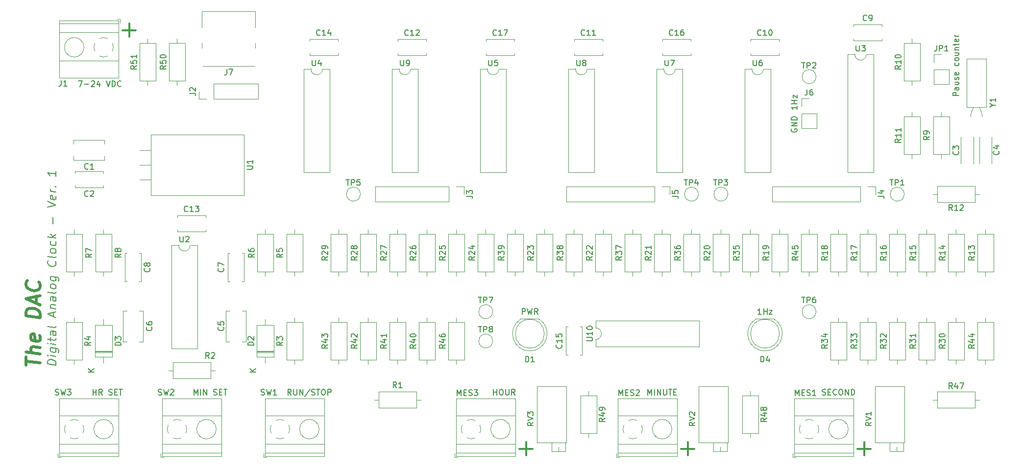
<source format=gbr>
%TF.GenerationSoftware,KiCad,Pcbnew,(6.0.2)*%
%TF.CreationDate,2022-03-13T11:15:41+01:00*%
%TF.ProjectId,TheDAC_v1,54686544-4143-45f7-9631-2e6b69636164,0*%
%TF.SameCoordinates,PX1e47770PY231fb30*%
%TF.FileFunction,Legend,Top*%
%TF.FilePolarity,Positive*%
%FSLAX46Y46*%
G04 Gerber Fmt 4.6, Leading zero omitted, Abs format (unit mm)*
G04 Created by KiCad (PCBNEW (6.0.2)) date 2022-03-13 11:15:41*
%MOMM*%
%LPD*%
G01*
G04 APERTURE LIST*
%ADD10C,0.300000*%
%ADD11C,0.150000*%
%ADD12C,0.200000*%
%ADD13C,0.500000*%
%ADD14C,0.120000*%
%ADD15R,1.800000X1.800000*%
%ADD16C,1.800000*%
%ADD17C,1.600000*%
%ADD18O,1.600000X1.600000*%
%ADD19C,2.000000*%
%ADD20R,2.400000X1.600000*%
%ADD21O,2.400000X1.600000*%
%ADD22R,2.600000X2.600000*%
%ADD23C,2.600000*%
%ADD24R,2.200000X2.200000*%
%ADD25O,2.200000X2.200000*%
%ADD26C,1.440000*%
%ADD27C,1.000000*%
%ADD28R,1.700000X1.700000*%
%ADD29O,1.700000X1.700000*%
%ADD30R,1.600000X2.400000*%
%ADD31O,1.600000X2.400000*%
%ADD32C,1.100000*%
%ADD33O,1.300000X2.800000*%
%ADD34O,1.300000X2.100000*%
%ADD35O,3.500000X3.500000*%
%ADD36R,2.000000X1.905000*%
%ADD37O,2.000000X1.905000*%
%ADD38C,0.800000*%
%ADD39C,6.400000*%
G04 APERTURE END LIST*
D10*
X146812142Y-75779285D02*
X149097857Y-75779285D01*
X147955000Y-76922142D02*
X147955000Y-74636428D01*
X19812142Y-3389285D02*
X22097857Y-3389285D01*
X20955000Y-4532142D02*
X20955000Y-2246428D01*
D11*
X136342380Y-16517857D02*
X136342380Y-17089285D01*
X136342380Y-16803571D02*
X135342380Y-16803571D01*
X135485238Y-16898809D01*
X135580476Y-16994047D01*
X135628095Y-17089285D01*
X136342380Y-16089285D02*
X135342380Y-16089285D01*
X135818571Y-16089285D02*
X135818571Y-15517857D01*
X136342380Y-15517857D02*
X135342380Y-15517857D01*
X135675714Y-15136904D02*
X135675714Y-14613095D01*
X136342380Y-15136904D01*
X136342380Y-14613095D01*
D10*
X116332142Y-75779285D02*
X118617857Y-75779285D01*
X117475000Y-76922142D02*
X117475000Y-74636428D01*
D12*
X8298571Y-61306294D02*
X6798571Y-61118794D01*
X6798571Y-60761651D01*
X6870000Y-60556294D01*
X7012857Y-60431294D01*
X7155714Y-60377723D01*
X7441428Y-60342008D01*
X7655714Y-60368794D01*
X7941428Y-60475937D01*
X8084285Y-60565223D01*
X8227142Y-60725937D01*
X8298571Y-60949151D01*
X8298571Y-61306294D01*
X8298571Y-59806294D02*
X7298571Y-59681294D01*
X6798571Y-59618794D02*
X6870000Y-59699151D01*
X6941428Y-59636651D01*
X6870000Y-59556294D01*
X6798571Y-59618794D01*
X6941428Y-59636651D01*
X7298571Y-58324151D02*
X8512857Y-58475937D01*
X8655714Y-58565223D01*
X8727142Y-58645580D01*
X8798571Y-58797366D01*
X8798571Y-59011651D01*
X8727142Y-59145580D01*
X8227142Y-58440223D02*
X8298571Y-58592008D01*
X8298571Y-58877723D01*
X8227142Y-59011651D01*
X8155714Y-59074151D01*
X8012857Y-59127723D01*
X7584285Y-59074151D01*
X7441428Y-58984866D01*
X7370000Y-58904508D01*
X7298571Y-58752723D01*
X7298571Y-58467008D01*
X7370000Y-58333080D01*
X8298571Y-57734866D02*
X7298571Y-57609866D01*
X6798571Y-57547366D02*
X6870000Y-57627723D01*
X6941428Y-57565223D01*
X6870000Y-57484866D01*
X6798571Y-57547366D01*
X6941428Y-57565223D01*
X7298571Y-57109866D02*
X7298571Y-56538437D01*
X6798571Y-56833080D02*
X8084285Y-56993794D01*
X8227142Y-56940223D01*
X8298571Y-56806294D01*
X8298571Y-56663437D01*
X8298571Y-55520580D02*
X7512857Y-55422366D01*
X7370000Y-55475937D01*
X7298571Y-55609866D01*
X7298571Y-55895580D01*
X7370000Y-56047366D01*
X8227142Y-55511651D02*
X8298571Y-55663437D01*
X8298571Y-56020580D01*
X8227142Y-56154508D01*
X8084285Y-56208080D01*
X7941428Y-56190223D01*
X7798571Y-56100937D01*
X7727142Y-55949151D01*
X7727142Y-55592008D01*
X7655714Y-55440223D01*
X8298571Y-54592008D02*
X8227142Y-54725937D01*
X8084285Y-54779508D01*
X6798571Y-54618794D01*
X7870000Y-52895580D02*
X7870000Y-52181294D01*
X8298571Y-53092008D02*
X6798571Y-52404508D01*
X8298571Y-52092008D01*
X7298571Y-51467008D02*
X8298571Y-51592008D01*
X7441428Y-51484866D02*
X7370000Y-51404508D01*
X7298571Y-51252723D01*
X7298571Y-51038437D01*
X7370000Y-50904508D01*
X7512857Y-50850937D01*
X8298571Y-50949151D01*
X8298571Y-49592008D02*
X7512857Y-49493794D01*
X7370000Y-49547366D01*
X7298571Y-49681294D01*
X7298571Y-49967008D01*
X7370000Y-50118794D01*
X8227142Y-49583080D02*
X8298571Y-49734866D01*
X8298571Y-50092008D01*
X8227142Y-50225937D01*
X8084285Y-50279508D01*
X7941428Y-50261651D01*
X7798571Y-50172366D01*
X7727142Y-50020580D01*
X7727142Y-49663437D01*
X7655714Y-49511651D01*
X8298571Y-48663437D02*
X8227142Y-48797366D01*
X8084285Y-48850937D01*
X6798571Y-48690223D01*
X8298571Y-47877723D02*
X8227142Y-48011651D01*
X8155714Y-48074151D01*
X8012857Y-48127723D01*
X7584285Y-48074151D01*
X7441428Y-47984866D01*
X7370000Y-47904508D01*
X7298571Y-47752723D01*
X7298571Y-47538437D01*
X7370000Y-47404508D01*
X7441428Y-47342008D01*
X7584285Y-47288437D01*
X8012857Y-47342008D01*
X8155714Y-47431294D01*
X8227142Y-47511651D01*
X8298571Y-47663437D01*
X8298571Y-47877723D01*
X7298571Y-45967008D02*
X8512857Y-46118794D01*
X8655714Y-46208080D01*
X8727142Y-46288437D01*
X8798571Y-46440223D01*
X8798571Y-46654508D01*
X8727142Y-46788437D01*
X8227142Y-46083080D02*
X8298571Y-46234866D01*
X8298571Y-46520580D01*
X8227142Y-46654508D01*
X8155714Y-46717008D01*
X8012857Y-46770580D01*
X7584285Y-46717008D01*
X7441428Y-46627723D01*
X7370000Y-46547366D01*
X7298571Y-46395580D01*
X7298571Y-46109866D01*
X7370000Y-45975937D01*
X8155714Y-43359866D02*
X8227142Y-43440223D01*
X8298571Y-43663437D01*
X8298571Y-43806294D01*
X8227142Y-44011651D01*
X8084285Y-44136651D01*
X7941428Y-44190223D01*
X7655714Y-44225937D01*
X7441428Y-44199151D01*
X7155714Y-44092008D01*
X7012857Y-44002723D01*
X6870000Y-43842008D01*
X6798571Y-43618794D01*
X6798571Y-43475937D01*
X6870000Y-43270580D01*
X6941428Y-43208080D01*
X8298571Y-42520580D02*
X8227142Y-42654508D01*
X8084285Y-42708080D01*
X6798571Y-42547366D01*
X8298571Y-41734866D02*
X8227142Y-41868794D01*
X8155714Y-41931294D01*
X8012857Y-41984866D01*
X7584285Y-41931294D01*
X7441428Y-41842008D01*
X7370000Y-41761651D01*
X7298571Y-41609866D01*
X7298571Y-41395580D01*
X7370000Y-41261651D01*
X7441428Y-41199151D01*
X7584285Y-41145580D01*
X8012857Y-41199151D01*
X8155714Y-41288437D01*
X8227142Y-41368794D01*
X8298571Y-41520580D01*
X8298571Y-41734866D01*
X8227142Y-39940223D02*
X8298571Y-40092008D01*
X8298571Y-40377723D01*
X8227142Y-40511651D01*
X8155714Y-40574151D01*
X8012857Y-40627723D01*
X7584285Y-40574151D01*
X7441428Y-40484866D01*
X7370000Y-40404508D01*
X7298571Y-40252723D01*
X7298571Y-39967008D01*
X7370000Y-39833080D01*
X8298571Y-39306294D02*
X6798571Y-39118794D01*
X7727142Y-39092008D02*
X8298571Y-38734866D01*
X7298571Y-38609866D02*
X7870000Y-39252723D01*
X7727142Y-36877723D02*
X7727142Y-35734866D01*
X6798571Y-33975937D02*
X8298571Y-33663437D01*
X6798571Y-32975937D01*
X8227142Y-32083080D02*
X8298571Y-32234866D01*
X8298571Y-32520580D01*
X8227142Y-32654508D01*
X8084285Y-32708080D01*
X7512857Y-32636651D01*
X7370000Y-32547366D01*
X7298571Y-32395580D01*
X7298571Y-32109866D01*
X7370000Y-31975937D01*
X7512857Y-31922366D01*
X7655714Y-31940223D01*
X7798571Y-32672366D01*
X8298571Y-31377723D02*
X7298571Y-31252723D01*
X7584285Y-31288437D02*
X7441428Y-31199151D01*
X7370000Y-31118794D01*
X7298571Y-30967008D01*
X7298571Y-30824151D01*
X8155714Y-30431294D02*
X8227142Y-30368794D01*
X8298571Y-30449151D01*
X8227142Y-30511651D01*
X8155714Y-30431294D01*
X8298571Y-30449151D01*
X8298571Y-27806294D02*
X8298571Y-28663437D01*
X8298571Y-28234866D02*
X6798571Y-28047366D01*
X7012857Y-28217008D01*
X7155714Y-28377723D01*
X7227142Y-28529508D01*
D11*
X83891666Y-66492380D02*
X83891666Y-65492380D01*
X83891666Y-65968571D02*
X84463095Y-65968571D01*
X84463095Y-66492380D02*
X84463095Y-65492380D01*
X85129761Y-65492380D02*
X85320238Y-65492380D01*
X85415476Y-65540000D01*
X85510714Y-65635238D01*
X85558333Y-65825714D01*
X85558333Y-66159047D01*
X85510714Y-66349523D01*
X85415476Y-66444761D01*
X85320238Y-66492380D01*
X85129761Y-66492380D01*
X85034523Y-66444761D01*
X84939285Y-66349523D01*
X84891666Y-66159047D01*
X84891666Y-65825714D01*
X84939285Y-65635238D01*
X85034523Y-65540000D01*
X85129761Y-65492380D01*
X85986904Y-65492380D02*
X85986904Y-66301904D01*
X86034523Y-66397142D01*
X86082142Y-66444761D01*
X86177380Y-66492380D01*
X86367857Y-66492380D01*
X86463095Y-66444761D01*
X86510714Y-66397142D01*
X86558333Y-66301904D01*
X86558333Y-65492380D01*
X87605952Y-66492380D02*
X87272619Y-66016190D01*
X87034523Y-66492380D02*
X87034523Y-65492380D01*
X87415476Y-65492380D01*
X87510714Y-65540000D01*
X87558333Y-65587619D01*
X87605952Y-65682857D01*
X87605952Y-65825714D01*
X87558333Y-65920952D01*
X87510714Y-65968571D01*
X87415476Y-66016190D01*
X87034523Y-66016190D01*
X140724285Y-66444761D02*
X140867142Y-66492380D01*
X141105238Y-66492380D01*
X141200476Y-66444761D01*
X141248095Y-66397142D01*
X141295714Y-66301904D01*
X141295714Y-66206666D01*
X141248095Y-66111428D01*
X141200476Y-66063809D01*
X141105238Y-66016190D01*
X140914761Y-65968571D01*
X140819523Y-65920952D01*
X140771904Y-65873333D01*
X140724285Y-65778095D01*
X140724285Y-65682857D01*
X140771904Y-65587619D01*
X140819523Y-65540000D01*
X140914761Y-65492380D01*
X141152857Y-65492380D01*
X141295714Y-65540000D01*
X141724285Y-65968571D02*
X142057619Y-65968571D01*
X142200476Y-66492380D02*
X141724285Y-66492380D01*
X141724285Y-65492380D01*
X142200476Y-65492380D01*
X143200476Y-66397142D02*
X143152857Y-66444761D01*
X143010000Y-66492380D01*
X142914761Y-66492380D01*
X142771904Y-66444761D01*
X142676666Y-66349523D01*
X142629047Y-66254285D01*
X142581428Y-66063809D01*
X142581428Y-65920952D01*
X142629047Y-65730476D01*
X142676666Y-65635238D01*
X142771904Y-65540000D01*
X142914761Y-65492380D01*
X143010000Y-65492380D01*
X143152857Y-65540000D01*
X143200476Y-65587619D01*
X143819523Y-65492380D02*
X144010000Y-65492380D01*
X144105238Y-65540000D01*
X144200476Y-65635238D01*
X144248095Y-65825714D01*
X144248095Y-66159047D01*
X144200476Y-66349523D01*
X144105238Y-66444761D01*
X144010000Y-66492380D01*
X143819523Y-66492380D01*
X143724285Y-66444761D01*
X143629047Y-66349523D01*
X143581428Y-66159047D01*
X143581428Y-65825714D01*
X143629047Y-65635238D01*
X143724285Y-65540000D01*
X143819523Y-65492380D01*
X144676666Y-66492380D02*
X144676666Y-65492380D01*
X145248095Y-66492380D01*
X145248095Y-65492380D01*
X145724285Y-66492380D02*
X145724285Y-65492380D01*
X145962380Y-65492380D01*
X146105238Y-65540000D01*
X146200476Y-65635238D01*
X146248095Y-65730476D01*
X146295714Y-65920952D01*
X146295714Y-66063809D01*
X146248095Y-66254285D01*
X146200476Y-66349523D01*
X146105238Y-66444761D01*
X145962380Y-66492380D01*
X145724285Y-66492380D01*
X164282380Y-14715476D02*
X163282380Y-14715476D01*
X163282380Y-14334523D01*
X163330000Y-14239285D01*
X163377619Y-14191666D01*
X163472857Y-14144047D01*
X163615714Y-14144047D01*
X163710952Y-14191666D01*
X163758571Y-14239285D01*
X163806190Y-14334523D01*
X163806190Y-14715476D01*
X164282380Y-13286904D02*
X163758571Y-13286904D01*
X163663333Y-13334523D01*
X163615714Y-13429761D01*
X163615714Y-13620238D01*
X163663333Y-13715476D01*
X164234761Y-13286904D02*
X164282380Y-13382142D01*
X164282380Y-13620238D01*
X164234761Y-13715476D01*
X164139523Y-13763095D01*
X164044285Y-13763095D01*
X163949047Y-13715476D01*
X163901428Y-13620238D01*
X163901428Y-13382142D01*
X163853809Y-13286904D01*
X163615714Y-12382142D02*
X164282380Y-12382142D01*
X163615714Y-12810714D02*
X164139523Y-12810714D01*
X164234761Y-12763095D01*
X164282380Y-12667857D01*
X164282380Y-12525000D01*
X164234761Y-12429761D01*
X164187142Y-12382142D01*
X164234761Y-11953571D02*
X164282380Y-11858333D01*
X164282380Y-11667857D01*
X164234761Y-11572619D01*
X164139523Y-11525000D01*
X164091904Y-11525000D01*
X163996666Y-11572619D01*
X163949047Y-11667857D01*
X163949047Y-11810714D01*
X163901428Y-11905952D01*
X163806190Y-11953571D01*
X163758571Y-11953571D01*
X163663333Y-11905952D01*
X163615714Y-11810714D01*
X163615714Y-11667857D01*
X163663333Y-11572619D01*
X164234761Y-10715476D02*
X164282380Y-10810714D01*
X164282380Y-11001190D01*
X164234761Y-11096428D01*
X164139523Y-11144047D01*
X163758571Y-11144047D01*
X163663333Y-11096428D01*
X163615714Y-11001190D01*
X163615714Y-10810714D01*
X163663333Y-10715476D01*
X163758571Y-10667857D01*
X163853809Y-10667857D01*
X163949047Y-11144047D01*
X164234761Y-9048809D02*
X164282380Y-9144047D01*
X164282380Y-9334523D01*
X164234761Y-9429761D01*
X164187142Y-9477380D01*
X164091904Y-9525000D01*
X163806190Y-9525000D01*
X163710952Y-9477380D01*
X163663333Y-9429761D01*
X163615714Y-9334523D01*
X163615714Y-9144047D01*
X163663333Y-9048809D01*
X164282380Y-8477380D02*
X164234761Y-8572619D01*
X164187142Y-8620238D01*
X164091904Y-8667857D01*
X163806190Y-8667857D01*
X163710952Y-8620238D01*
X163663333Y-8572619D01*
X163615714Y-8477380D01*
X163615714Y-8334523D01*
X163663333Y-8239285D01*
X163710952Y-8191666D01*
X163806190Y-8144047D01*
X164091904Y-8144047D01*
X164187142Y-8191666D01*
X164234761Y-8239285D01*
X164282380Y-8334523D01*
X164282380Y-8477380D01*
X163615714Y-7286904D02*
X164282380Y-7286904D01*
X163615714Y-7715476D02*
X164139523Y-7715476D01*
X164234761Y-7667857D01*
X164282380Y-7572619D01*
X164282380Y-7429761D01*
X164234761Y-7334523D01*
X164187142Y-7286904D01*
X163615714Y-6810714D02*
X164282380Y-6810714D01*
X163710952Y-6810714D02*
X163663333Y-6763095D01*
X163615714Y-6667857D01*
X163615714Y-6525000D01*
X163663333Y-6429761D01*
X163758571Y-6382142D01*
X164282380Y-6382142D01*
X163615714Y-6048809D02*
X163615714Y-5667857D01*
X163282380Y-5905952D02*
X164139523Y-5905952D01*
X164234761Y-5858333D01*
X164282380Y-5763095D01*
X164282380Y-5667857D01*
X164234761Y-4953571D02*
X164282380Y-5048809D01*
X164282380Y-5239285D01*
X164234761Y-5334523D01*
X164139523Y-5382142D01*
X163758571Y-5382142D01*
X163663333Y-5334523D01*
X163615714Y-5239285D01*
X163615714Y-5048809D01*
X163663333Y-4953571D01*
X163758571Y-4905952D01*
X163853809Y-4905952D01*
X163949047Y-5382142D01*
X164282380Y-4477380D02*
X163615714Y-4477380D01*
X163806190Y-4477380D02*
X163710952Y-4429761D01*
X163663333Y-4382142D01*
X163615714Y-4286904D01*
X163615714Y-4191666D01*
X135390000Y-20446904D02*
X135342380Y-20542142D01*
X135342380Y-20685000D01*
X135390000Y-20827857D01*
X135485238Y-20923095D01*
X135580476Y-20970714D01*
X135770952Y-21018333D01*
X135913809Y-21018333D01*
X136104285Y-20970714D01*
X136199523Y-20923095D01*
X136294761Y-20827857D01*
X136342380Y-20685000D01*
X136342380Y-20589761D01*
X136294761Y-20446904D01*
X136247142Y-20399285D01*
X135913809Y-20399285D01*
X135913809Y-20589761D01*
X136342380Y-19970714D02*
X135342380Y-19970714D01*
X136342380Y-19399285D01*
X135342380Y-19399285D01*
X136342380Y-18923095D02*
X135342380Y-18923095D01*
X135342380Y-18685000D01*
X135390000Y-18542142D01*
X135485238Y-18446904D01*
X135580476Y-18399285D01*
X135770952Y-18351666D01*
X135913809Y-18351666D01*
X136104285Y-18399285D01*
X136199523Y-18446904D01*
X136294761Y-18542142D01*
X136342380Y-18685000D01*
X136342380Y-18923095D01*
X88836666Y-52522380D02*
X88836666Y-51522380D01*
X89217619Y-51522380D01*
X89312857Y-51570000D01*
X89360476Y-51617619D01*
X89408095Y-51712857D01*
X89408095Y-51855714D01*
X89360476Y-51950952D01*
X89312857Y-51998571D01*
X89217619Y-52046190D01*
X88836666Y-52046190D01*
X89741428Y-51522380D02*
X89979523Y-52522380D01*
X90170000Y-51808095D01*
X90360476Y-52522380D01*
X90598571Y-51522380D01*
X91550952Y-52522380D02*
X91217619Y-52046190D01*
X90979523Y-52522380D02*
X90979523Y-51522380D01*
X91360476Y-51522380D01*
X91455714Y-51570000D01*
X91503333Y-51617619D01*
X91550952Y-51712857D01*
X91550952Y-51855714D01*
X91503333Y-51950952D01*
X91455714Y-51998571D01*
X91360476Y-52046190D01*
X90979523Y-52046190D01*
X130167142Y-52522380D02*
X129595714Y-52522380D01*
X129881428Y-52522380D02*
X129881428Y-51522380D01*
X129786190Y-51665238D01*
X129690952Y-51760476D01*
X129595714Y-51808095D01*
X130595714Y-52522380D02*
X130595714Y-51522380D01*
X130595714Y-51998571D02*
X131167142Y-51998571D01*
X131167142Y-52522380D02*
X131167142Y-51522380D01*
X131548095Y-51855714D02*
X132071904Y-51855714D01*
X131548095Y-52522380D01*
X132071904Y-52522380D01*
D10*
X88392142Y-75779285D02*
X90677857Y-75779285D01*
X89535000Y-76922142D02*
X89535000Y-74636428D01*
D11*
X48927142Y-66492380D02*
X48593809Y-66016190D01*
X48355714Y-66492380D02*
X48355714Y-65492380D01*
X48736666Y-65492380D01*
X48831904Y-65540000D01*
X48879523Y-65587619D01*
X48927142Y-65682857D01*
X48927142Y-65825714D01*
X48879523Y-65920952D01*
X48831904Y-65968571D01*
X48736666Y-66016190D01*
X48355714Y-66016190D01*
X49355714Y-65492380D02*
X49355714Y-66301904D01*
X49403333Y-66397142D01*
X49450952Y-66444761D01*
X49546190Y-66492380D01*
X49736666Y-66492380D01*
X49831904Y-66444761D01*
X49879523Y-66397142D01*
X49927142Y-66301904D01*
X49927142Y-65492380D01*
X50403333Y-66492380D02*
X50403333Y-65492380D01*
X50974761Y-66492380D01*
X50974761Y-65492380D01*
X52165238Y-65444761D02*
X51308095Y-66730476D01*
X52450952Y-66444761D02*
X52593809Y-66492380D01*
X52831904Y-66492380D01*
X52927142Y-66444761D01*
X52974761Y-66397142D01*
X53022380Y-66301904D01*
X53022380Y-66206666D01*
X52974761Y-66111428D01*
X52927142Y-66063809D01*
X52831904Y-66016190D01*
X52641428Y-65968571D01*
X52546190Y-65920952D01*
X52498571Y-65873333D01*
X52450952Y-65778095D01*
X52450952Y-65682857D01*
X52498571Y-65587619D01*
X52546190Y-65540000D01*
X52641428Y-65492380D01*
X52879523Y-65492380D01*
X53022380Y-65540000D01*
X53308095Y-65492380D02*
X53879523Y-65492380D01*
X53593809Y-66492380D02*
X53593809Y-65492380D01*
X54403333Y-65492380D02*
X54593809Y-65492380D01*
X54689047Y-65540000D01*
X54784285Y-65635238D01*
X54831904Y-65825714D01*
X54831904Y-66159047D01*
X54784285Y-66349523D01*
X54689047Y-66444761D01*
X54593809Y-66492380D01*
X54403333Y-66492380D01*
X54308095Y-66444761D01*
X54212857Y-66349523D01*
X54165238Y-66159047D01*
X54165238Y-65825714D01*
X54212857Y-65635238D01*
X54308095Y-65540000D01*
X54403333Y-65492380D01*
X55260476Y-66492380D02*
X55260476Y-65492380D01*
X55641428Y-65492380D01*
X55736666Y-65540000D01*
X55784285Y-65587619D01*
X55831904Y-65682857D01*
X55831904Y-65825714D01*
X55784285Y-65920952D01*
X55736666Y-65968571D01*
X55641428Y-66016190D01*
X55260476Y-66016190D01*
X12160714Y-12152380D02*
X12827380Y-12152380D01*
X12398809Y-13152380D01*
X13208333Y-12771428D02*
X13970238Y-12771428D01*
X14398809Y-12247619D02*
X14446428Y-12200000D01*
X14541666Y-12152380D01*
X14779761Y-12152380D01*
X14875000Y-12200000D01*
X14922619Y-12247619D01*
X14970238Y-12342857D01*
X14970238Y-12438095D01*
X14922619Y-12580952D01*
X14351190Y-13152380D01*
X14970238Y-13152380D01*
X15827380Y-12485714D02*
X15827380Y-13152380D01*
X15589285Y-12104761D02*
X15351190Y-12819047D01*
X15970238Y-12819047D01*
X16970238Y-12152380D02*
X17303571Y-13152380D01*
X17636904Y-12152380D01*
X17970238Y-13152380D02*
X17970238Y-12152380D01*
X18208333Y-12152380D01*
X18351190Y-12200000D01*
X18446428Y-12295238D01*
X18494047Y-12390476D01*
X18541666Y-12580952D01*
X18541666Y-12723809D01*
X18494047Y-12914285D01*
X18446428Y-13009523D01*
X18351190Y-13104761D01*
X18208333Y-13152380D01*
X17970238Y-13152380D01*
X19541666Y-13057142D02*
X19494047Y-13104761D01*
X19351190Y-13152380D01*
X19255952Y-13152380D01*
X19113095Y-13104761D01*
X19017857Y-13009523D01*
X18970238Y-12914285D01*
X18922619Y-12723809D01*
X18922619Y-12580952D01*
X18970238Y-12390476D01*
X19017857Y-12295238D01*
X19113095Y-12200000D01*
X19255952Y-12152380D01*
X19351190Y-12152380D01*
X19494047Y-12200000D01*
X19541666Y-12247619D01*
X110577619Y-66492380D02*
X110577619Y-65492380D01*
X110910952Y-66206666D01*
X111244285Y-65492380D01*
X111244285Y-66492380D01*
X111720476Y-66492380D02*
X111720476Y-65492380D01*
X112196666Y-66492380D02*
X112196666Y-65492380D01*
X112768095Y-66492380D01*
X112768095Y-65492380D01*
X113244285Y-65492380D02*
X113244285Y-66301904D01*
X113291904Y-66397142D01*
X113339523Y-66444761D01*
X113434761Y-66492380D01*
X113625238Y-66492380D01*
X113720476Y-66444761D01*
X113768095Y-66397142D01*
X113815714Y-66301904D01*
X113815714Y-65492380D01*
X114149047Y-65492380D02*
X114720476Y-65492380D01*
X114434761Y-66492380D02*
X114434761Y-65492380D01*
X115053809Y-65968571D02*
X115387142Y-65968571D01*
X115530000Y-66492380D02*
X115053809Y-66492380D01*
X115053809Y-65492380D01*
X115530000Y-65492380D01*
X32139285Y-66492380D02*
X32139285Y-65492380D01*
X32472619Y-66206666D01*
X32805952Y-65492380D01*
X32805952Y-66492380D01*
X33282142Y-66492380D02*
X33282142Y-65492380D01*
X33758333Y-66492380D02*
X33758333Y-65492380D01*
X34329761Y-66492380D01*
X34329761Y-65492380D01*
X35520238Y-66444761D02*
X35663095Y-66492380D01*
X35901190Y-66492380D01*
X35996428Y-66444761D01*
X36044047Y-66397142D01*
X36091666Y-66301904D01*
X36091666Y-66206666D01*
X36044047Y-66111428D01*
X35996428Y-66063809D01*
X35901190Y-66016190D01*
X35710714Y-65968571D01*
X35615476Y-65920952D01*
X35567857Y-65873333D01*
X35520238Y-65778095D01*
X35520238Y-65682857D01*
X35567857Y-65587619D01*
X35615476Y-65540000D01*
X35710714Y-65492380D01*
X35948809Y-65492380D01*
X36091666Y-65540000D01*
X36520238Y-65968571D02*
X36853571Y-65968571D01*
X36996428Y-66492380D02*
X36520238Y-66492380D01*
X36520238Y-65492380D01*
X36996428Y-65492380D01*
X37282142Y-65492380D02*
X37853571Y-65492380D01*
X37567857Y-66492380D02*
X37567857Y-65492380D01*
D13*
X3075952Y-61339657D02*
X3075952Y-59911086D01*
X5575952Y-60937872D02*
X3075952Y-60625372D01*
X5575952Y-59390252D02*
X3075952Y-59077752D01*
X5575952Y-58318824D02*
X4266428Y-58155133D01*
X4028333Y-58244419D01*
X3909285Y-58467633D01*
X3909285Y-58824776D01*
X4028333Y-59077752D01*
X4147380Y-59211681D01*
X5456904Y-56161086D02*
X5575952Y-56414062D01*
X5575952Y-56890252D01*
X5456904Y-57113467D01*
X5218809Y-57202752D01*
X4266428Y-57083705D01*
X4028333Y-56934895D01*
X3909285Y-56681919D01*
X3909285Y-56205729D01*
X4028333Y-55982514D01*
X4266428Y-55893229D01*
X4504523Y-55922991D01*
X4742619Y-57143229D01*
X5575952Y-53080729D02*
X3075952Y-52768229D01*
X3075952Y-52172991D01*
X3195000Y-51830729D01*
X3433095Y-51622395D01*
X3671190Y-51533110D01*
X4147380Y-51473586D01*
X4504523Y-51518229D01*
X4980714Y-51696800D01*
X5218809Y-51845610D01*
X5456904Y-52113467D01*
X5575952Y-52485491D01*
X5575952Y-53080729D01*
X4861666Y-50610491D02*
X4861666Y-49420014D01*
X5575952Y-50937872D02*
X3075952Y-49792038D01*
X5575952Y-49271205D01*
X5337857Y-46979538D02*
X5456904Y-47113467D01*
X5575952Y-47485491D01*
X5575952Y-47723586D01*
X5456904Y-48065848D01*
X5218809Y-48274181D01*
X4980714Y-48363467D01*
X4504523Y-48422991D01*
X4147380Y-48378348D01*
X3671190Y-48199776D01*
X3433095Y-48050967D01*
X3195000Y-47783110D01*
X3075952Y-47411086D01*
X3075952Y-47172991D01*
X3195000Y-46830729D01*
X3314047Y-46726562D01*
D11*
X14668809Y-66492380D02*
X14668809Y-65492380D01*
X14668809Y-65968571D02*
X15240238Y-65968571D01*
X15240238Y-66492380D02*
X15240238Y-65492380D01*
X16287857Y-66492380D02*
X15954523Y-66016190D01*
X15716428Y-66492380D02*
X15716428Y-65492380D01*
X16097380Y-65492380D01*
X16192619Y-65540000D01*
X16240238Y-65587619D01*
X16287857Y-65682857D01*
X16287857Y-65825714D01*
X16240238Y-65920952D01*
X16192619Y-65968571D01*
X16097380Y-66016190D01*
X15716428Y-66016190D01*
X17430714Y-66444761D02*
X17573571Y-66492380D01*
X17811666Y-66492380D01*
X17906904Y-66444761D01*
X17954523Y-66397142D01*
X18002142Y-66301904D01*
X18002142Y-66206666D01*
X17954523Y-66111428D01*
X17906904Y-66063809D01*
X17811666Y-66016190D01*
X17621190Y-65968571D01*
X17525952Y-65920952D01*
X17478333Y-65873333D01*
X17430714Y-65778095D01*
X17430714Y-65682857D01*
X17478333Y-65587619D01*
X17525952Y-65540000D01*
X17621190Y-65492380D01*
X17859285Y-65492380D01*
X18002142Y-65540000D01*
X18430714Y-65968571D02*
X18764047Y-65968571D01*
X18906904Y-66492380D02*
X18430714Y-66492380D01*
X18430714Y-65492380D01*
X18906904Y-65492380D01*
X19192619Y-65492380D02*
X19764047Y-65492380D01*
X19478333Y-66492380D02*
X19478333Y-65492380D01*
%TO.C,D4*%
X130071904Y-60777380D02*
X130071904Y-59777380D01*
X130310000Y-59777380D01*
X130452857Y-59825000D01*
X130548095Y-59920238D01*
X130595714Y-60015476D01*
X130643333Y-60205952D01*
X130643333Y-60348809D01*
X130595714Y-60539285D01*
X130548095Y-60634523D01*
X130452857Y-60729761D01*
X130310000Y-60777380D01*
X130071904Y-60777380D01*
X131500476Y-60110714D02*
X131500476Y-60777380D01*
X131262380Y-59729761D02*
X131024285Y-60444047D01*
X131643333Y-60444047D01*
%TO.C,R1*%
X67143333Y-65222380D02*
X66810000Y-64746190D01*
X66571904Y-65222380D02*
X66571904Y-64222380D01*
X66952857Y-64222380D01*
X67048095Y-64270000D01*
X67095714Y-64317619D01*
X67143333Y-64412857D01*
X67143333Y-64555714D01*
X67095714Y-64650952D01*
X67048095Y-64698571D01*
X66952857Y-64746190D01*
X66571904Y-64746190D01*
X68095714Y-65222380D02*
X67524285Y-65222380D01*
X67810000Y-65222380D02*
X67810000Y-64222380D01*
X67714761Y-64365238D01*
X67619523Y-64460476D01*
X67524285Y-64508095D01*
%TO.C,R2*%
X34758333Y-60142380D02*
X34425000Y-59666190D01*
X34186904Y-60142380D02*
X34186904Y-59142380D01*
X34567857Y-59142380D01*
X34663095Y-59190000D01*
X34710714Y-59237619D01*
X34758333Y-59332857D01*
X34758333Y-59475714D01*
X34710714Y-59570952D01*
X34663095Y-59618571D01*
X34567857Y-59666190D01*
X34186904Y-59666190D01*
X35139285Y-59237619D02*
X35186904Y-59190000D01*
X35282142Y-59142380D01*
X35520238Y-59142380D01*
X35615476Y-59190000D01*
X35663095Y-59237619D01*
X35710714Y-59332857D01*
X35710714Y-59428095D01*
X35663095Y-59570952D01*
X35091666Y-60142380D01*
X35710714Y-60142380D01*
%TO.C,R25*%
X75552380Y-42552857D02*
X75076190Y-42886190D01*
X75552380Y-43124285D02*
X74552380Y-43124285D01*
X74552380Y-42743333D01*
X74600000Y-42648095D01*
X74647619Y-42600476D01*
X74742857Y-42552857D01*
X74885714Y-42552857D01*
X74980952Y-42600476D01*
X75028571Y-42648095D01*
X75076190Y-42743333D01*
X75076190Y-43124285D01*
X74647619Y-42171904D02*
X74600000Y-42124285D01*
X74552380Y-42029047D01*
X74552380Y-41790952D01*
X74600000Y-41695714D01*
X74647619Y-41648095D01*
X74742857Y-41600476D01*
X74838095Y-41600476D01*
X74980952Y-41648095D01*
X75552380Y-42219523D01*
X75552380Y-41600476D01*
X74552380Y-40695714D02*
X74552380Y-41171904D01*
X75028571Y-41219523D01*
X74980952Y-41171904D01*
X74933333Y-41076666D01*
X74933333Y-40838571D01*
X74980952Y-40743333D01*
X75028571Y-40695714D01*
X75123809Y-40648095D01*
X75361904Y-40648095D01*
X75457142Y-40695714D01*
X75504761Y-40743333D01*
X75552380Y-40838571D01*
X75552380Y-41076666D01*
X75504761Y-41171904D01*
X75457142Y-41219523D01*
%TO.C,R26*%
X70472380Y-42552857D02*
X69996190Y-42886190D01*
X70472380Y-43124285D02*
X69472380Y-43124285D01*
X69472380Y-42743333D01*
X69520000Y-42648095D01*
X69567619Y-42600476D01*
X69662857Y-42552857D01*
X69805714Y-42552857D01*
X69900952Y-42600476D01*
X69948571Y-42648095D01*
X69996190Y-42743333D01*
X69996190Y-43124285D01*
X69567619Y-42171904D02*
X69520000Y-42124285D01*
X69472380Y-42029047D01*
X69472380Y-41790952D01*
X69520000Y-41695714D01*
X69567619Y-41648095D01*
X69662857Y-41600476D01*
X69758095Y-41600476D01*
X69900952Y-41648095D01*
X70472380Y-42219523D01*
X70472380Y-41600476D01*
X69472380Y-40743333D02*
X69472380Y-40933809D01*
X69520000Y-41029047D01*
X69567619Y-41076666D01*
X69710476Y-41171904D01*
X69900952Y-41219523D01*
X70281904Y-41219523D01*
X70377142Y-41171904D01*
X70424761Y-41124285D01*
X70472380Y-41029047D01*
X70472380Y-40838571D01*
X70424761Y-40743333D01*
X70377142Y-40695714D01*
X70281904Y-40648095D01*
X70043809Y-40648095D01*
X69948571Y-40695714D01*
X69900952Y-40743333D01*
X69853333Y-40838571D01*
X69853333Y-41029047D01*
X69900952Y-41124285D01*
X69948571Y-41171904D01*
X70043809Y-41219523D01*
%TO.C,R27*%
X65392380Y-42552857D02*
X64916190Y-42886190D01*
X65392380Y-43124285D02*
X64392380Y-43124285D01*
X64392380Y-42743333D01*
X64440000Y-42648095D01*
X64487619Y-42600476D01*
X64582857Y-42552857D01*
X64725714Y-42552857D01*
X64820952Y-42600476D01*
X64868571Y-42648095D01*
X64916190Y-42743333D01*
X64916190Y-43124285D01*
X64487619Y-42171904D02*
X64440000Y-42124285D01*
X64392380Y-42029047D01*
X64392380Y-41790952D01*
X64440000Y-41695714D01*
X64487619Y-41648095D01*
X64582857Y-41600476D01*
X64678095Y-41600476D01*
X64820952Y-41648095D01*
X65392380Y-42219523D01*
X65392380Y-41600476D01*
X64392380Y-41267142D02*
X64392380Y-40600476D01*
X65392380Y-41029047D01*
%TO.C,R28*%
X60312380Y-42552857D02*
X59836190Y-42886190D01*
X60312380Y-43124285D02*
X59312380Y-43124285D01*
X59312380Y-42743333D01*
X59360000Y-42648095D01*
X59407619Y-42600476D01*
X59502857Y-42552857D01*
X59645714Y-42552857D01*
X59740952Y-42600476D01*
X59788571Y-42648095D01*
X59836190Y-42743333D01*
X59836190Y-43124285D01*
X59407619Y-42171904D02*
X59360000Y-42124285D01*
X59312380Y-42029047D01*
X59312380Y-41790952D01*
X59360000Y-41695714D01*
X59407619Y-41648095D01*
X59502857Y-41600476D01*
X59598095Y-41600476D01*
X59740952Y-41648095D01*
X60312380Y-42219523D01*
X60312380Y-41600476D01*
X59740952Y-41029047D02*
X59693333Y-41124285D01*
X59645714Y-41171904D01*
X59550476Y-41219523D01*
X59502857Y-41219523D01*
X59407619Y-41171904D01*
X59360000Y-41124285D01*
X59312380Y-41029047D01*
X59312380Y-40838571D01*
X59360000Y-40743333D01*
X59407619Y-40695714D01*
X59502857Y-40648095D01*
X59550476Y-40648095D01*
X59645714Y-40695714D01*
X59693333Y-40743333D01*
X59740952Y-40838571D01*
X59740952Y-41029047D01*
X59788571Y-41124285D01*
X59836190Y-41171904D01*
X59931428Y-41219523D01*
X60121904Y-41219523D01*
X60217142Y-41171904D01*
X60264761Y-41124285D01*
X60312380Y-41029047D01*
X60312380Y-40838571D01*
X60264761Y-40743333D01*
X60217142Y-40695714D01*
X60121904Y-40648095D01*
X59931428Y-40648095D01*
X59836190Y-40695714D01*
X59788571Y-40743333D01*
X59740952Y-40838571D01*
%TO.C,R29*%
X55232380Y-42552857D02*
X54756190Y-42886190D01*
X55232380Y-43124285D02*
X54232380Y-43124285D01*
X54232380Y-42743333D01*
X54280000Y-42648095D01*
X54327619Y-42600476D01*
X54422857Y-42552857D01*
X54565714Y-42552857D01*
X54660952Y-42600476D01*
X54708571Y-42648095D01*
X54756190Y-42743333D01*
X54756190Y-43124285D01*
X54327619Y-42171904D02*
X54280000Y-42124285D01*
X54232380Y-42029047D01*
X54232380Y-41790952D01*
X54280000Y-41695714D01*
X54327619Y-41648095D01*
X54422857Y-41600476D01*
X54518095Y-41600476D01*
X54660952Y-41648095D01*
X55232380Y-42219523D01*
X55232380Y-41600476D01*
X55232380Y-41124285D02*
X55232380Y-40933809D01*
X55184761Y-40838571D01*
X55137142Y-40790952D01*
X54994285Y-40695714D01*
X54803809Y-40648095D01*
X54422857Y-40648095D01*
X54327619Y-40695714D01*
X54280000Y-40743333D01*
X54232380Y-40838571D01*
X54232380Y-41029047D01*
X54280000Y-41124285D01*
X54327619Y-41171904D01*
X54422857Y-41219523D01*
X54660952Y-41219523D01*
X54756190Y-41171904D01*
X54803809Y-41124285D01*
X54851428Y-41029047D01*
X54851428Y-40838571D01*
X54803809Y-40743333D01*
X54756190Y-40695714D01*
X54660952Y-40648095D01*
%TO.C,R40*%
X70472380Y-57792857D02*
X69996190Y-58126190D01*
X70472380Y-58364285D02*
X69472380Y-58364285D01*
X69472380Y-57983333D01*
X69520000Y-57888095D01*
X69567619Y-57840476D01*
X69662857Y-57792857D01*
X69805714Y-57792857D01*
X69900952Y-57840476D01*
X69948571Y-57888095D01*
X69996190Y-57983333D01*
X69996190Y-58364285D01*
X69805714Y-56935714D02*
X70472380Y-56935714D01*
X69424761Y-57173809D02*
X70139047Y-57411904D01*
X70139047Y-56792857D01*
X69472380Y-56221428D02*
X69472380Y-56126190D01*
X69520000Y-56030952D01*
X69567619Y-55983333D01*
X69662857Y-55935714D01*
X69853333Y-55888095D01*
X70091428Y-55888095D01*
X70281904Y-55935714D01*
X70377142Y-55983333D01*
X70424761Y-56030952D01*
X70472380Y-56126190D01*
X70472380Y-56221428D01*
X70424761Y-56316666D01*
X70377142Y-56364285D01*
X70281904Y-56411904D01*
X70091428Y-56459523D01*
X69853333Y-56459523D01*
X69662857Y-56411904D01*
X69567619Y-56364285D01*
X69520000Y-56316666D01*
X69472380Y-56221428D01*
%TO.C,R41*%
X65392380Y-57792857D02*
X64916190Y-58126190D01*
X65392380Y-58364285D02*
X64392380Y-58364285D01*
X64392380Y-57983333D01*
X64440000Y-57888095D01*
X64487619Y-57840476D01*
X64582857Y-57792857D01*
X64725714Y-57792857D01*
X64820952Y-57840476D01*
X64868571Y-57888095D01*
X64916190Y-57983333D01*
X64916190Y-58364285D01*
X64725714Y-56935714D02*
X65392380Y-56935714D01*
X64344761Y-57173809D02*
X65059047Y-57411904D01*
X65059047Y-56792857D01*
X65392380Y-55888095D02*
X65392380Y-56459523D01*
X65392380Y-56173809D02*
X64392380Y-56173809D01*
X64535238Y-56269047D01*
X64630476Y-56364285D01*
X64678095Y-56459523D01*
%TO.C,R42*%
X60312380Y-57792857D02*
X59836190Y-58126190D01*
X60312380Y-58364285D02*
X59312380Y-58364285D01*
X59312380Y-57983333D01*
X59360000Y-57888095D01*
X59407619Y-57840476D01*
X59502857Y-57792857D01*
X59645714Y-57792857D01*
X59740952Y-57840476D01*
X59788571Y-57888095D01*
X59836190Y-57983333D01*
X59836190Y-58364285D01*
X59645714Y-56935714D02*
X60312380Y-56935714D01*
X59264761Y-57173809D02*
X59979047Y-57411904D01*
X59979047Y-56792857D01*
X59407619Y-56459523D02*
X59360000Y-56411904D01*
X59312380Y-56316666D01*
X59312380Y-56078571D01*
X59360000Y-55983333D01*
X59407619Y-55935714D01*
X59502857Y-55888095D01*
X59598095Y-55888095D01*
X59740952Y-55935714D01*
X60312380Y-56507142D01*
X60312380Y-55888095D01*
%TO.C,R43*%
X55232380Y-57792857D02*
X54756190Y-58126190D01*
X55232380Y-58364285D02*
X54232380Y-58364285D01*
X54232380Y-57983333D01*
X54280000Y-57888095D01*
X54327619Y-57840476D01*
X54422857Y-57792857D01*
X54565714Y-57792857D01*
X54660952Y-57840476D01*
X54708571Y-57888095D01*
X54756190Y-57983333D01*
X54756190Y-58364285D01*
X54565714Y-56935714D02*
X55232380Y-56935714D01*
X54184761Y-57173809D02*
X54899047Y-57411904D01*
X54899047Y-56792857D01*
X54232380Y-56507142D02*
X54232380Y-55888095D01*
X54613333Y-56221428D01*
X54613333Y-56078571D01*
X54660952Y-55983333D01*
X54708571Y-55935714D01*
X54803809Y-55888095D01*
X55041904Y-55888095D01*
X55137142Y-55935714D01*
X55184761Y-55983333D01*
X55232380Y-56078571D01*
X55232380Y-56364285D01*
X55184761Y-56459523D01*
X55137142Y-56507142D01*
%TO.C,R46*%
X75552380Y-57792857D02*
X75076190Y-58126190D01*
X75552380Y-58364285D02*
X74552380Y-58364285D01*
X74552380Y-57983333D01*
X74600000Y-57888095D01*
X74647619Y-57840476D01*
X74742857Y-57792857D01*
X74885714Y-57792857D01*
X74980952Y-57840476D01*
X75028571Y-57888095D01*
X75076190Y-57983333D01*
X75076190Y-58364285D01*
X74885714Y-56935714D02*
X75552380Y-56935714D01*
X74504761Y-57173809D02*
X75219047Y-57411904D01*
X75219047Y-56792857D01*
X74552380Y-55983333D02*
X74552380Y-56173809D01*
X74600000Y-56269047D01*
X74647619Y-56316666D01*
X74790476Y-56411904D01*
X74980952Y-56459523D01*
X75361904Y-56459523D01*
X75457142Y-56411904D01*
X75504761Y-56364285D01*
X75552380Y-56269047D01*
X75552380Y-56078571D01*
X75504761Y-55983333D01*
X75457142Y-55935714D01*
X75361904Y-55888095D01*
X75123809Y-55888095D01*
X75028571Y-55935714D01*
X74980952Y-55983333D01*
X74933333Y-56078571D01*
X74933333Y-56269047D01*
X74980952Y-56364285D01*
X75028571Y-56411904D01*
X75123809Y-56459523D01*
%TO.C,TP7*%
X81288095Y-49524380D02*
X81859523Y-49524380D01*
X81573809Y-50524380D02*
X81573809Y-49524380D01*
X82192857Y-50524380D02*
X82192857Y-49524380D01*
X82573809Y-49524380D01*
X82669047Y-49572000D01*
X82716666Y-49619619D01*
X82764285Y-49714857D01*
X82764285Y-49857714D01*
X82716666Y-49952952D01*
X82669047Y-50000571D01*
X82573809Y-50048190D01*
X82192857Y-50048190D01*
X83097619Y-49524380D02*
X83764285Y-49524380D01*
X83335714Y-50524380D01*
%TO.C,TP8*%
X81288095Y-54604380D02*
X81859523Y-54604380D01*
X81573809Y-55604380D02*
X81573809Y-54604380D01*
X82192857Y-55604380D02*
X82192857Y-54604380D01*
X82573809Y-54604380D01*
X82669047Y-54652000D01*
X82716666Y-54699619D01*
X82764285Y-54794857D01*
X82764285Y-54937714D01*
X82716666Y-55032952D01*
X82669047Y-55080571D01*
X82573809Y-55128190D01*
X82192857Y-55128190D01*
X83335714Y-55032952D02*
X83240476Y-54985333D01*
X83192857Y-54937714D01*
X83145238Y-54842476D01*
X83145238Y-54794857D01*
X83192857Y-54699619D01*
X83240476Y-54652000D01*
X83335714Y-54604380D01*
X83526190Y-54604380D01*
X83621428Y-54652000D01*
X83669047Y-54699619D01*
X83716666Y-54794857D01*
X83716666Y-54842476D01*
X83669047Y-54937714D01*
X83621428Y-54985333D01*
X83526190Y-55032952D01*
X83335714Y-55032952D01*
X83240476Y-55080571D01*
X83192857Y-55128190D01*
X83145238Y-55223428D01*
X83145238Y-55413904D01*
X83192857Y-55509142D01*
X83240476Y-55556761D01*
X83335714Y-55604380D01*
X83526190Y-55604380D01*
X83621428Y-55556761D01*
X83669047Y-55509142D01*
X83716666Y-55413904D01*
X83716666Y-55223428D01*
X83669047Y-55128190D01*
X83621428Y-55080571D01*
X83526190Y-55032952D01*
%TO.C,R45*%
X136512380Y-42552857D02*
X136036190Y-42886190D01*
X136512380Y-43124285D02*
X135512380Y-43124285D01*
X135512380Y-42743333D01*
X135560000Y-42648095D01*
X135607619Y-42600476D01*
X135702857Y-42552857D01*
X135845714Y-42552857D01*
X135940952Y-42600476D01*
X135988571Y-42648095D01*
X136036190Y-42743333D01*
X136036190Y-43124285D01*
X135845714Y-41695714D02*
X136512380Y-41695714D01*
X135464761Y-41933809D02*
X136179047Y-42171904D01*
X136179047Y-41552857D01*
X135512380Y-40695714D02*
X135512380Y-41171904D01*
X135988571Y-41219523D01*
X135940952Y-41171904D01*
X135893333Y-41076666D01*
X135893333Y-40838571D01*
X135940952Y-40743333D01*
X135988571Y-40695714D01*
X136083809Y-40648095D01*
X136321904Y-40648095D01*
X136417142Y-40695714D01*
X136464761Y-40743333D01*
X136512380Y-40838571D01*
X136512380Y-41076666D01*
X136464761Y-41171904D01*
X136417142Y-41219523D01*
%TO.C,R39*%
X85712380Y-42552857D02*
X85236190Y-42886190D01*
X85712380Y-43124285D02*
X84712380Y-43124285D01*
X84712380Y-42743333D01*
X84760000Y-42648095D01*
X84807619Y-42600476D01*
X84902857Y-42552857D01*
X85045714Y-42552857D01*
X85140952Y-42600476D01*
X85188571Y-42648095D01*
X85236190Y-42743333D01*
X85236190Y-43124285D01*
X84712380Y-42219523D02*
X84712380Y-41600476D01*
X85093333Y-41933809D01*
X85093333Y-41790952D01*
X85140952Y-41695714D01*
X85188571Y-41648095D01*
X85283809Y-41600476D01*
X85521904Y-41600476D01*
X85617142Y-41648095D01*
X85664761Y-41695714D01*
X85712380Y-41790952D01*
X85712380Y-42076666D01*
X85664761Y-42171904D01*
X85617142Y-42219523D01*
X85712380Y-41124285D02*
X85712380Y-40933809D01*
X85664761Y-40838571D01*
X85617142Y-40790952D01*
X85474285Y-40695714D01*
X85283809Y-40648095D01*
X84902857Y-40648095D01*
X84807619Y-40695714D01*
X84760000Y-40743333D01*
X84712380Y-40838571D01*
X84712380Y-41029047D01*
X84760000Y-41124285D01*
X84807619Y-41171904D01*
X84902857Y-41219523D01*
X85140952Y-41219523D01*
X85236190Y-41171904D01*
X85283809Y-41124285D01*
X85331428Y-41029047D01*
X85331428Y-40838571D01*
X85283809Y-40743333D01*
X85236190Y-40695714D01*
X85140952Y-40648095D01*
%TO.C,R38*%
X95872380Y-42552857D02*
X95396190Y-42886190D01*
X95872380Y-43124285D02*
X94872380Y-43124285D01*
X94872380Y-42743333D01*
X94920000Y-42648095D01*
X94967619Y-42600476D01*
X95062857Y-42552857D01*
X95205714Y-42552857D01*
X95300952Y-42600476D01*
X95348571Y-42648095D01*
X95396190Y-42743333D01*
X95396190Y-43124285D01*
X94872380Y-42219523D02*
X94872380Y-41600476D01*
X95253333Y-41933809D01*
X95253333Y-41790952D01*
X95300952Y-41695714D01*
X95348571Y-41648095D01*
X95443809Y-41600476D01*
X95681904Y-41600476D01*
X95777142Y-41648095D01*
X95824761Y-41695714D01*
X95872380Y-41790952D01*
X95872380Y-42076666D01*
X95824761Y-42171904D01*
X95777142Y-42219523D01*
X95300952Y-41029047D02*
X95253333Y-41124285D01*
X95205714Y-41171904D01*
X95110476Y-41219523D01*
X95062857Y-41219523D01*
X94967619Y-41171904D01*
X94920000Y-41124285D01*
X94872380Y-41029047D01*
X94872380Y-40838571D01*
X94920000Y-40743333D01*
X94967619Y-40695714D01*
X95062857Y-40648095D01*
X95110476Y-40648095D01*
X95205714Y-40695714D01*
X95253333Y-40743333D01*
X95300952Y-40838571D01*
X95300952Y-41029047D01*
X95348571Y-41124285D01*
X95396190Y-41171904D01*
X95491428Y-41219523D01*
X95681904Y-41219523D01*
X95777142Y-41171904D01*
X95824761Y-41124285D01*
X95872380Y-41029047D01*
X95872380Y-40838571D01*
X95824761Y-40743333D01*
X95777142Y-40695714D01*
X95681904Y-40648095D01*
X95491428Y-40648095D01*
X95396190Y-40695714D01*
X95348571Y-40743333D01*
X95300952Y-40838571D01*
%TO.C,R37*%
X106032380Y-42552857D02*
X105556190Y-42886190D01*
X106032380Y-43124285D02*
X105032380Y-43124285D01*
X105032380Y-42743333D01*
X105080000Y-42648095D01*
X105127619Y-42600476D01*
X105222857Y-42552857D01*
X105365714Y-42552857D01*
X105460952Y-42600476D01*
X105508571Y-42648095D01*
X105556190Y-42743333D01*
X105556190Y-43124285D01*
X105032380Y-42219523D02*
X105032380Y-41600476D01*
X105413333Y-41933809D01*
X105413333Y-41790952D01*
X105460952Y-41695714D01*
X105508571Y-41648095D01*
X105603809Y-41600476D01*
X105841904Y-41600476D01*
X105937142Y-41648095D01*
X105984761Y-41695714D01*
X106032380Y-41790952D01*
X106032380Y-42076666D01*
X105984761Y-42171904D01*
X105937142Y-42219523D01*
X105032380Y-41267142D02*
X105032380Y-40600476D01*
X106032380Y-41029047D01*
%TO.C,R36*%
X116192380Y-42552857D02*
X115716190Y-42886190D01*
X116192380Y-43124285D02*
X115192380Y-43124285D01*
X115192380Y-42743333D01*
X115240000Y-42648095D01*
X115287619Y-42600476D01*
X115382857Y-42552857D01*
X115525714Y-42552857D01*
X115620952Y-42600476D01*
X115668571Y-42648095D01*
X115716190Y-42743333D01*
X115716190Y-43124285D01*
X115192380Y-42219523D02*
X115192380Y-41600476D01*
X115573333Y-41933809D01*
X115573333Y-41790952D01*
X115620952Y-41695714D01*
X115668571Y-41648095D01*
X115763809Y-41600476D01*
X116001904Y-41600476D01*
X116097142Y-41648095D01*
X116144761Y-41695714D01*
X116192380Y-41790952D01*
X116192380Y-42076666D01*
X116144761Y-42171904D01*
X116097142Y-42219523D01*
X115192380Y-40743333D02*
X115192380Y-40933809D01*
X115240000Y-41029047D01*
X115287619Y-41076666D01*
X115430476Y-41171904D01*
X115620952Y-41219523D01*
X116001904Y-41219523D01*
X116097142Y-41171904D01*
X116144761Y-41124285D01*
X116192380Y-41029047D01*
X116192380Y-40838571D01*
X116144761Y-40743333D01*
X116097142Y-40695714D01*
X116001904Y-40648095D01*
X115763809Y-40648095D01*
X115668571Y-40695714D01*
X115620952Y-40743333D01*
X115573333Y-40838571D01*
X115573333Y-41029047D01*
X115620952Y-41124285D01*
X115668571Y-41171904D01*
X115763809Y-41219523D01*
%TO.C,R35*%
X126352380Y-42552857D02*
X125876190Y-42886190D01*
X126352380Y-43124285D02*
X125352380Y-43124285D01*
X125352380Y-42743333D01*
X125400000Y-42648095D01*
X125447619Y-42600476D01*
X125542857Y-42552857D01*
X125685714Y-42552857D01*
X125780952Y-42600476D01*
X125828571Y-42648095D01*
X125876190Y-42743333D01*
X125876190Y-43124285D01*
X125352380Y-42219523D02*
X125352380Y-41600476D01*
X125733333Y-41933809D01*
X125733333Y-41790952D01*
X125780952Y-41695714D01*
X125828571Y-41648095D01*
X125923809Y-41600476D01*
X126161904Y-41600476D01*
X126257142Y-41648095D01*
X126304761Y-41695714D01*
X126352380Y-41790952D01*
X126352380Y-42076666D01*
X126304761Y-42171904D01*
X126257142Y-42219523D01*
X125352380Y-40695714D02*
X125352380Y-41171904D01*
X125828571Y-41219523D01*
X125780952Y-41171904D01*
X125733333Y-41076666D01*
X125733333Y-40838571D01*
X125780952Y-40743333D01*
X125828571Y-40695714D01*
X125923809Y-40648095D01*
X126161904Y-40648095D01*
X126257142Y-40695714D01*
X126304761Y-40743333D01*
X126352380Y-40838571D01*
X126352380Y-41076666D01*
X126304761Y-41171904D01*
X126257142Y-41219523D01*
%TO.C,R23*%
X90792380Y-42552857D02*
X90316190Y-42886190D01*
X90792380Y-43124285D02*
X89792380Y-43124285D01*
X89792380Y-42743333D01*
X89840000Y-42648095D01*
X89887619Y-42600476D01*
X89982857Y-42552857D01*
X90125714Y-42552857D01*
X90220952Y-42600476D01*
X90268571Y-42648095D01*
X90316190Y-42743333D01*
X90316190Y-43124285D01*
X89887619Y-42171904D02*
X89840000Y-42124285D01*
X89792380Y-42029047D01*
X89792380Y-41790952D01*
X89840000Y-41695714D01*
X89887619Y-41648095D01*
X89982857Y-41600476D01*
X90078095Y-41600476D01*
X90220952Y-41648095D01*
X90792380Y-42219523D01*
X90792380Y-41600476D01*
X89792380Y-41267142D02*
X89792380Y-40648095D01*
X90173333Y-40981428D01*
X90173333Y-40838571D01*
X90220952Y-40743333D01*
X90268571Y-40695714D01*
X90363809Y-40648095D01*
X90601904Y-40648095D01*
X90697142Y-40695714D01*
X90744761Y-40743333D01*
X90792380Y-40838571D01*
X90792380Y-41124285D01*
X90744761Y-41219523D01*
X90697142Y-41267142D01*
%TO.C,R22*%
X100952380Y-42552857D02*
X100476190Y-42886190D01*
X100952380Y-43124285D02*
X99952380Y-43124285D01*
X99952380Y-42743333D01*
X100000000Y-42648095D01*
X100047619Y-42600476D01*
X100142857Y-42552857D01*
X100285714Y-42552857D01*
X100380952Y-42600476D01*
X100428571Y-42648095D01*
X100476190Y-42743333D01*
X100476190Y-43124285D01*
X100047619Y-42171904D02*
X100000000Y-42124285D01*
X99952380Y-42029047D01*
X99952380Y-41790952D01*
X100000000Y-41695714D01*
X100047619Y-41648095D01*
X100142857Y-41600476D01*
X100238095Y-41600476D01*
X100380952Y-41648095D01*
X100952380Y-42219523D01*
X100952380Y-41600476D01*
X100047619Y-41219523D02*
X100000000Y-41171904D01*
X99952380Y-41076666D01*
X99952380Y-40838571D01*
X100000000Y-40743333D01*
X100047619Y-40695714D01*
X100142857Y-40648095D01*
X100238095Y-40648095D01*
X100380952Y-40695714D01*
X100952380Y-41267142D01*
X100952380Y-40648095D01*
%TO.C,R21*%
X111112380Y-42552857D02*
X110636190Y-42886190D01*
X111112380Y-43124285D02*
X110112380Y-43124285D01*
X110112380Y-42743333D01*
X110160000Y-42648095D01*
X110207619Y-42600476D01*
X110302857Y-42552857D01*
X110445714Y-42552857D01*
X110540952Y-42600476D01*
X110588571Y-42648095D01*
X110636190Y-42743333D01*
X110636190Y-43124285D01*
X110207619Y-42171904D02*
X110160000Y-42124285D01*
X110112380Y-42029047D01*
X110112380Y-41790952D01*
X110160000Y-41695714D01*
X110207619Y-41648095D01*
X110302857Y-41600476D01*
X110398095Y-41600476D01*
X110540952Y-41648095D01*
X111112380Y-42219523D01*
X111112380Y-41600476D01*
X111112380Y-40648095D02*
X111112380Y-41219523D01*
X111112380Y-40933809D02*
X110112380Y-40933809D01*
X110255238Y-41029047D01*
X110350476Y-41124285D01*
X110398095Y-41219523D01*
%TO.C,R20*%
X121272380Y-42552857D02*
X120796190Y-42886190D01*
X121272380Y-43124285D02*
X120272380Y-43124285D01*
X120272380Y-42743333D01*
X120320000Y-42648095D01*
X120367619Y-42600476D01*
X120462857Y-42552857D01*
X120605714Y-42552857D01*
X120700952Y-42600476D01*
X120748571Y-42648095D01*
X120796190Y-42743333D01*
X120796190Y-43124285D01*
X120367619Y-42171904D02*
X120320000Y-42124285D01*
X120272380Y-42029047D01*
X120272380Y-41790952D01*
X120320000Y-41695714D01*
X120367619Y-41648095D01*
X120462857Y-41600476D01*
X120558095Y-41600476D01*
X120700952Y-41648095D01*
X121272380Y-42219523D01*
X121272380Y-41600476D01*
X120272380Y-40981428D02*
X120272380Y-40886190D01*
X120320000Y-40790952D01*
X120367619Y-40743333D01*
X120462857Y-40695714D01*
X120653333Y-40648095D01*
X120891428Y-40648095D01*
X121081904Y-40695714D01*
X121177142Y-40743333D01*
X121224761Y-40790952D01*
X121272380Y-40886190D01*
X121272380Y-40981428D01*
X121224761Y-41076666D01*
X121177142Y-41124285D01*
X121081904Y-41171904D01*
X120891428Y-41219523D01*
X120653333Y-41219523D01*
X120462857Y-41171904D01*
X120367619Y-41124285D01*
X120320000Y-41076666D01*
X120272380Y-40981428D01*
%TO.C,R19*%
X131432380Y-42552857D02*
X130956190Y-42886190D01*
X131432380Y-43124285D02*
X130432380Y-43124285D01*
X130432380Y-42743333D01*
X130480000Y-42648095D01*
X130527619Y-42600476D01*
X130622857Y-42552857D01*
X130765714Y-42552857D01*
X130860952Y-42600476D01*
X130908571Y-42648095D01*
X130956190Y-42743333D01*
X130956190Y-43124285D01*
X131432380Y-41600476D02*
X131432380Y-42171904D01*
X131432380Y-41886190D02*
X130432380Y-41886190D01*
X130575238Y-41981428D01*
X130670476Y-42076666D01*
X130718095Y-42171904D01*
X131432380Y-41124285D02*
X131432380Y-40933809D01*
X131384761Y-40838571D01*
X131337142Y-40790952D01*
X131194285Y-40695714D01*
X131003809Y-40648095D01*
X130622857Y-40648095D01*
X130527619Y-40695714D01*
X130480000Y-40743333D01*
X130432380Y-40838571D01*
X130432380Y-41029047D01*
X130480000Y-41124285D01*
X130527619Y-41171904D01*
X130622857Y-41219523D01*
X130860952Y-41219523D01*
X130956190Y-41171904D01*
X131003809Y-41124285D01*
X131051428Y-41029047D01*
X131051428Y-40838571D01*
X131003809Y-40743333D01*
X130956190Y-40695714D01*
X130860952Y-40648095D01*
%TO.C,R24*%
X80632380Y-42552857D02*
X80156190Y-42886190D01*
X80632380Y-43124285D02*
X79632380Y-43124285D01*
X79632380Y-42743333D01*
X79680000Y-42648095D01*
X79727619Y-42600476D01*
X79822857Y-42552857D01*
X79965714Y-42552857D01*
X80060952Y-42600476D01*
X80108571Y-42648095D01*
X80156190Y-42743333D01*
X80156190Y-43124285D01*
X79727619Y-42171904D02*
X79680000Y-42124285D01*
X79632380Y-42029047D01*
X79632380Y-41790952D01*
X79680000Y-41695714D01*
X79727619Y-41648095D01*
X79822857Y-41600476D01*
X79918095Y-41600476D01*
X80060952Y-41648095D01*
X80632380Y-42219523D01*
X80632380Y-41600476D01*
X79965714Y-40743333D02*
X80632380Y-40743333D01*
X79584761Y-40981428D02*
X80299047Y-41219523D01*
X80299047Y-40600476D01*
%TO.C,U2*%
X29718095Y-39032380D02*
X29718095Y-39841904D01*
X29765714Y-39937142D01*
X29813333Y-39984761D01*
X29908571Y-40032380D01*
X30099047Y-40032380D01*
X30194285Y-39984761D01*
X30241904Y-39937142D01*
X30289523Y-39841904D01*
X30289523Y-39032380D01*
X30718095Y-39127619D02*
X30765714Y-39080000D01*
X30860952Y-39032380D01*
X31099047Y-39032380D01*
X31194285Y-39080000D01*
X31241904Y-39127619D01*
X31289523Y-39222857D01*
X31289523Y-39318095D01*
X31241904Y-39460952D01*
X30670476Y-40032380D01*
X31289523Y-40032380D01*
%TO.C,SW3*%
X8191666Y-66444761D02*
X8334523Y-66492380D01*
X8572619Y-66492380D01*
X8667857Y-66444761D01*
X8715476Y-66397142D01*
X8763095Y-66301904D01*
X8763095Y-66206666D01*
X8715476Y-66111428D01*
X8667857Y-66063809D01*
X8572619Y-66016190D01*
X8382142Y-65968571D01*
X8286904Y-65920952D01*
X8239285Y-65873333D01*
X8191666Y-65778095D01*
X8191666Y-65682857D01*
X8239285Y-65587619D01*
X8286904Y-65540000D01*
X8382142Y-65492380D01*
X8620238Y-65492380D01*
X8763095Y-65540000D01*
X9096428Y-65492380D02*
X9334523Y-66492380D01*
X9525000Y-65778095D01*
X9715476Y-66492380D01*
X9953571Y-65492380D01*
X10239285Y-65492380D02*
X10858333Y-65492380D01*
X10525000Y-65873333D01*
X10667857Y-65873333D01*
X10763095Y-65920952D01*
X10810714Y-65968571D01*
X10858333Y-66063809D01*
X10858333Y-66301904D01*
X10810714Y-66397142D01*
X10763095Y-66444761D01*
X10667857Y-66492380D01*
X10382142Y-66492380D01*
X10286904Y-66444761D01*
X10239285Y-66397142D01*
%TO.C,SW2*%
X25971666Y-66444761D02*
X26114523Y-66492380D01*
X26352619Y-66492380D01*
X26447857Y-66444761D01*
X26495476Y-66397142D01*
X26543095Y-66301904D01*
X26543095Y-66206666D01*
X26495476Y-66111428D01*
X26447857Y-66063809D01*
X26352619Y-66016190D01*
X26162142Y-65968571D01*
X26066904Y-65920952D01*
X26019285Y-65873333D01*
X25971666Y-65778095D01*
X25971666Y-65682857D01*
X26019285Y-65587619D01*
X26066904Y-65540000D01*
X26162142Y-65492380D01*
X26400238Y-65492380D01*
X26543095Y-65540000D01*
X26876428Y-65492380D02*
X27114523Y-66492380D01*
X27305000Y-65778095D01*
X27495476Y-66492380D01*
X27733571Y-65492380D01*
X28066904Y-65587619D02*
X28114523Y-65540000D01*
X28209761Y-65492380D01*
X28447857Y-65492380D01*
X28543095Y-65540000D01*
X28590714Y-65587619D01*
X28638333Y-65682857D01*
X28638333Y-65778095D01*
X28590714Y-65920952D01*
X28019285Y-66492380D01*
X28638333Y-66492380D01*
%TO.C,R8*%
X19502380Y-42076666D02*
X19026190Y-42410000D01*
X19502380Y-42648095D02*
X18502380Y-42648095D01*
X18502380Y-42267142D01*
X18550000Y-42171904D01*
X18597619Y-42124285D01*
X18692857Y-42076666D01*
X18835714Y-42076666D01*
X18930952Y-42124285D01*
X18978571Y-42171904D01*
X19026190Y-42267142D01*
X19026190Y-42648095D01*
X18930952Y-41505238D02*
X18883333Y-41600476D01*
X18835714Y-41648095D01*
X18740476Y-41695714D01*
X18692857Y-41695714D01*
X18597619Y-41648095D01*
X18550000Y-41600476D01*
X18502380Y-41505238D01*
X18502380Y-41314761D01*
X18550000Y-41219523D01*
X18597619Y-41171904D01*
X18692857Y-41124285D01*
X18740476Y-41124285D01*
X18835714Y-41171904D01*
X18883333Y-41219523D01*
X18930952Y-41314761D01*
X18930952Y-41505238D01*
X18978571Y-41600476D01*
X19026190Y-41648095D01*
X19121428Y-41695714D01*
X19311904Y-41695714D01*
X19407142Y-41648095D01*
X19454761Y-41600476D01*
X19502380Y-41505238D01*
X19502380Y-41314761D01*
X19454761Y-41219523D01*
X19407142Y-41171904D01*
X19311904Y-41124285D01*
X19121428Y-41124285D01*
X19026190Y-41171904D01*
X18978571Y-41219523D01*
X18930952Y-41314761D01*
%TO.C,R7*%
X14422380Y-42076666D02*
X13946190Y-42410000D01*
X14422380Y-42648095D02*
X13422380Y-42648095D01*
X13422380Y-42267142D01*
X13470000Y-42171904D01*
X13517619Y-42124285D01*
X13612857Y-42076666D01*
X13755714Y-42076666D01*
X13850952Y-42124285D01*
X13898571Y-42171904D01*
X13946190Y-42267142D01*
X13946190Y-42648095D01*
X13422380Y-41743333D02*
X13422380Y-41076666D01*
X14422380Y-41505238D01*
%TO.C,R6*%
X42532380Y-42076666D02*
X42056190Y-42410000D01*
X42532380Y-42648095D02*
X41532380Y-42648095D01*
X41532380Y-42267142D01*
X41580000Y-42171904D01*
X41627619Y-42124285D01*
X41722857Y-42076666D01*
X41865714Y-42076666D01*
X41960952Y-42124285D01*
X42008571Y-42171904D01*
X42056190Y-42267142D01*
X42056190Y-42648095D01*
X41532380Y-41219523D02*
X41532380Y-41410000D01*
X41580000Y-41505238D01*
X41627619Y-41552857D01*
X41770476Y-41648095D01*
X41960952Y-41695714D01*
X42341904Y-41695714D01*
X42437142Y-41648095D01*
X42484761Y-41600476D01*
X42532380Y-41505238D01*
X42532380Y-41314761D01*
X42484761Y-41219523D01*
X42437142Y-41171904D01*
X42341904Y-41124285D01*
X42103809Y-41124285D01*
X42008571Y-41171904D01*
X41960952Y-41219523D01*
X41913333Y-41314761D01*
X41913333Y-41505238D01*
X41960952Y-41600476D01*
X42008571Y-41648095D01*
X42103809Y-41695714D01*
%TO.C,R5*%
X47442380Y-42076666D02*
X46966190Y-42410000D01*
X47442380Y-42648095D02*
X46442380Y-42648095D01*
X46442380Y-42267142D01*
X46490000Y-42171904D01*
X46537619Y-42124285D01*
X46632857Y-42076666D01*
X46775714Y-42076666D01*
X46870952Y-42124285D01*
X46918571Y-42171904D01*
X46966190Y-42267142D01*
X46966190Y-42648095D01*
X46442380Y-41171904D02*
X46442380Y-41648095D01*
X46918571Y-41695714D01*
X46870952Y-41648095D01*
X46823333Y-41552857D01*
X46823333Y-41314761D01*
X46870952Y-41219523D01*
X46918571Y-41171904D01*
X47013809Y-41124285D01*
X47251904Y-41124285D01*
X47347142Y-41171904D01*
X47394761Y-41219523D01*
X47442380Y-41314761D01*
X47442380Y-41552857D01*
X47394761Y-41648095D01*
X47347142Y-41695714D01*
%TO.C,R4*%
X14252380Y-57316666D02*
X13776190Y-57650000D01*
X14252380Y-57888095D02*
X13252380Y-57888095D01*
X13252380Y-57507142D01*
X13300000Y-57411904D01*
X13347619Y-57364285D01*
X13442857Y-57316666D01*
X13585714Y-57316666D01*
X13680952Y-57364285D01*
X13728571Y-57411904D01*
X13776190Y-57507142D01*
X13776190Y-57888095D01*
X13585714Y-56459523D02*
X14252380Y-56459523D01*
X13204761Y-56697619D02*
X13919047Y-56935714D01*
X13919047Y-56316666D01*
%TO.C,R3*%
X47442380Y-57316666D02*
X46966190Y-57650000D01*
X47442380Y-57888095D02*
X46442380Y-57888095D01*
X46442380Y-57507142D01*
X46490000Y-57411904D01*
X46537619Y-57364285D01*
X46632857Y-57316666D01*
X46775714Y-57316666D01*
X46870952Y-57364285D01*
X46918571Y-57411904D01*
X46966190Y-57507142D01*
X46966190Y-57888095D01*
X46442380Y-56983333D02*
X46442380Y-56364285D01*
X46823333Y-56697619D01*
X46823333Y-56554761D01*
X46870952Y-56459523D01*
X46918571Y-56411904D01*
X47013809Y-56364285D01*
X47251904Y-56364285D01*
X47347142Y-56411904D01*
X47394761Y-56459523D01*
X47442380Y-56554761D01*
X47442380Y-56840476D01*
X47394761Y-56935714D01*
X47347142Y-56983333D01*
%TO.C,D3*%
X19502380Y-57888095D02*
X18502380Y-57888095D01*
X18502380Y-57650000D01*
X18550000Y-57507142D01*
X18645238Y-57411904D01*
X18740476Y-57364285D01*
X18930952Y-57316666D01*
X19073809Y-57316666D01*
X19264285Y-57364285D01*
X19359523Y-57411904D01*
X19454761Y-57507142D01*
X19502380Y-57650000D01*
X19502380Y-57888095D01*
X18502380Y-56983333D02*
X18502380Y-56364285D01*
X18883333Y-56697619D01*
X18883333Y-56554761D01*
X18930952Y-56459523D01*
X18978571Y-56411904D01*
X19073809Y-56364285D01*
X19311904Y-56364285D01*
X19407142Y-56411904D01*
X19454761Y-56459523D01*
X19502380Y-56554761D01*
X19502380Y-56840476D01*
X19454761Y-56935714D01*
X19407142Y-56983333D01*
X14862380Y-62491904D02*
X13862380Y-62491904D01*
X14862380Y-61920476D02*
X14290952Y-62349047D01*
X13862380Y-61920476D02*
X14433809Y-62491904D01*
%TO.C,C8*%
X24447142Y-44576666D02*
X24494761Y-44624285D01*
X24542380Y-44767142D01*
X24542380Y-44862380D01*
X24494761Y-45005238D01*
X24399523Y-45100476D01*
X24304285Y-45148095D01*
X24113809Y-45195714D01*
X23970952Y-45195714D01*
X23780476Y-45148095D01*
X23685238Y-45100476D01*
X23590000Y-45005238D01*
X23542380Y-44862380D01*
X23542380Y-44767142D01*
X23590000Y-44624285D01*
X23637619Y-44576666D01*
X23970952Y-44005238D02*
X23923333Y-44100476D01*
X23875714Y-44148095D01*
X23780476Y-44195714D01*
X23732857Y-44195714D01*
X23637619Y-44148095D01*
X23590000Y-44100476D01*
X23542380Y-44005238D01*
X23542380Y-43814761D01*
X23590000Y-43719523D01*
X23637619Y-43671904D01*
X23732857Y-43624285D01*
X23780476Y-43624285D01*
X23875714Y-43671904D01*
X23923333Y-43719523D01*
X23970952Y-43814761D01*
X23970952Y-44005238D01*
X24018571Y-44100476D01*
X24066190Y-44148095D01*
X24161428Y-44195714D01*
X24351904Y-44195714D01*
X24447142Y-44148095D01*
X24494761Y-44100476D01*
X24542380Y-44005238D01*
X24542380Y-43814761D01*
X24494761Y-43719523D01*
X24447142Y-43671904D01*
X24351904Y-43624285D01*
X24161428Y-43624285D01*
X24066190Y-43671904D01*
X24018571Y-43719523D01*
X23970952Y-43814761D01*
%TO.C,C6*%
X24797142Y-54736666D02*
X24844761Y-54784285D01*
X24892380Y-54927142D01*
X24892380Y-55022380D01*
X24844761Y-55165238D01*
X24749523Y-55260476D01*
X24654285Y-55308095D01*
X24463809Y-55355714D01*
X24320952Y-55355714D01*
X24130476Y-55308095D01*
X24035238Y-55260476D01*
X23940000Y-55165238D01*
X23892380Y-55022380D01*
X23892380Y-54927142D01*
X23940000Y-54784285D01*
X23987619Y-54736666D01*
X23892380Y-53879523D02*
X23892380Y-54070000D01*
X23940000Y-54165238D01*
X23987619Y-54212857D01*
X24130476Y-54308095D01*
X24320952Y-54355714D01*
X24701904Y-54355714D01*
X24797142Y-54308095D01*
X24844761Y-54260476D01*
X24892380Y-54165238D01*
X24892380Y-53974761D01*
X24844761Y-53879523D01*
X24797142Y-53831904D01*
X24701904Y-53784285D01*
X24463809Y-53784285D01*
X24368571Y-53831904D01*
X24320952Y-53879523D01*
X24273333Y-53974761D01*
X24273333Y-54165238D01*
X24320952Y-54260476D01*
X24368571Y-54308095D01*
X24463809Y-54355714D01*
%TO.C,C5*%
X37187142Y-54736666D02*
X37234761Y-54784285D01*
X37282380Y-54927142D01*
X37282380Y-55022380D01*
X37234761Y-55165238D01*
X37139523Y-55260476D01*
X37044285Y-55308095D01*
X36853809Y-55355714D01*
X36710952Y-55355714D01*
X36520476Y-55308095D01*
X36425238Y-55260476D01*
X36330000Y-55165238D01*
X36282380Y-55022380D01*
X36282380Y-54927142D01*
X36330000Y-54784285D01*
X36377619Y-54736666D01*
X36282380Y-53831904D02*
X36282380Y-54308095D01*
X36758571Y-54355714D01*
X36710952Y-54308095D01*
X36663333Y-54212857D01*
X36663333Y-53974761D01*
X36710952Y-53879523D01*
X36758571Y-53831904D01*
X36853809Y-53784285D01*
X37091904Y-53784285D01*
X37187142Y-53831904D01*
X37234761Y-53879523D01*
X37282380Y-53974761D01*
X37282380Y-54212857D01*
X37234761Y-54308095D01*
X37187142Y-54355714D01*
%TO.C,C7*%
X37187142Y-44576666D02*
X37234761Y-44624285D01*
X37282380Y-44767142D01*
X37282380Y-44862380D01*
X37234761Y-45005238D01*
X37139523Y-45100476D01*
X37044285Y-45148095D01*
X36853809Y-45195714D01*
X36710952Y-45195714D01*
X36520476Y-45148095D01*
X36425238Y-45100476D01*
X36330000Y-45005238D01*
X36282380Y-44862380D01*
X36282380Y-44767142D01*
X36330000Y-44624285D01*
X36377619Y-44576666D01*
X36282380Y-44243333D02*
X36282380Y-43576666D01*
X37282380Y-44005238D01*
%TO.C,R50*%
X27292380Y-9532857D02*
X26816190Y-9866190D01*
X27292380Y-10104285D02*
X26292380Y-10104285D01*
X26292380Y-9723333D01*
X26340000Y-9628095D01*
X26387619Y-9580476D01*
X26482857Y-9532857D01*
X26625714Y-9532857D01*
X26720952Y-9580476D01*
X26768571Y-9628095D01*
X26816190Y-9723333D01*
X26816190Y-10104285D01*
X26292380Y-8628095D02*
X26292380Y-9104285D01*
X26768571Y-9151904D01*
X26720952Y-9104285D01*
X26673333Y-9009047D01*
X26673333Y-8770952D01*
X26720952Y-8675714D01*
X26768571Y-8628095D01*
X26863809Y-8580476D01*
X27101904Y-8580476D01*
X27197142Y-8628095D01*
X27244761Y-8675714D01*
X27292380Y-8770952D01*
X27292380Y-9009047D01*
X27244761Y-9104285D01*
X27197142Y-9151904D01*
X26292380Y-7961428D02*
X26292380Y-7866190D01*
X26340000Y-7770952D01*
X26387619Y-7723333D01*
X26482857Y-7675714D01*
X26673333Y-7628095D01*
X26911428Y-7628095D01*
X27101904Y-7675714D01*
X27197142Y-7723333D01*
X27244761Y-7770952D01*
X27292380Y-7866190D01*
X27292380Y-7961428D01*
X27244761Y-8056666D01*
X27197142Y-8104285D01*
X27101904Y-8151904D01*
X26911428Y-8199523D01*
X26673333Y-8199523D01*
X26482857Y-8151904D01*
X26387619Y-8104285D01*
X26340000Y-8056666D01*
X26292380Y-7961428D01*
%TO.C,RV3*%
X90762380Y-71205238D02*
X90286190Y-71538571D01*
X90762380Y-71776666D02*
X89762380Y-71776666D01*
X89762380Y-71395714D01*
X89810000Y-71300476D01*
X89857619Y-71252857D01*
X89952857Y-71205238D01*
X90095714Y-71205238D01*
X90190952Y-71252857D01*
X90238571Y-71300476D01*
X90286190Y-71395714D01*
X90286190Y-71776666D01*
X89762380Y-70919523D02*
X90762380Y-70586190D01*
X89762380Y-70252857D01*
X89762380Y-70014761D02*
X89762380Y-69395714D01*
X90143333Y-69729047D01*
X90143333Y-69586190D01*
X90190952Y-69490952D01*
X90238571Y-69443333D01*
X90333809Y-69395714D01*
X90571904Y-69395714D01*
X90667142Y-69443333D01*
X90714761Y-69490952D01*
X90762380Y-69586190D01*
X90762380Y-69871904D01*
X90714761Y-69967142D01*
X90667142Y-70014761D01*
%TO.C,R49*%
X103152380Y-70492857D02*
X102676190Y-70826190D01*
X103152380Y-71064285D02*
X102152380Y-71064285D01*
X102152380Y-70683333D01*
X102200000Y-70588095D01*
X102247619Y-70540476D01*
X102342857Y-70492857D01*
X102485714Y-70492857D01*
X102580952Y-70540476D01*
X102628571Y-70588095D01*
X102676190Y-70683333D01*
X102676190Y-71064285D01*
X102485714Y-69635714D02*
X103152380Y-69635714D01*
X102104761Y-69873809D02*
X102819047Y-70111904D01*
X102819047Y-69492857D01*
X103152380Y-69064285D02*
X103152380Y-68873809D01*
X103104761Y-68778571D01*
X103057142Y-68730952D01*
X102914285Y-68635714D01*
X102723809Y-68588095D01*
X102342857Y-68588095D01*
X102247619Y-68635714D01*
X102200000Y-68683333D01*
X102152380Y-68778571D01*
X102152380Y-68969047D01*
X102200000Y-69064285D01*
X102247619Y-69111904D01*
X102342857Y-69159523D01*
X102580952Y-69159523D01*
X102676190Y-69111904D01*
X102723809Y-69064285D01*
X102771428Y-68969047D01*
X102771428Y-68778571D01*
X102723809Y-68683333D01*
X102676190Y-68635714D01*
X102580952Y-68588095D01*
%TO.C,R48*%
X131092380Y-70492857D02*
X130616190Y-70826190D01*
X131092380Y-71064285D02*
X130092380Y-71064285D01*
X130092380Y-70683333D01*
X130140000Y-70588095D01*
X130187619Y-70540476D01*
X130282857Y-70492857D01*
X130425714Y-70492857D01*
X130520952Y-70540476D01*
X130568571Y-70588095D01*
X130616190Y-70683333D01*
X130616190Y-71064285D01*
X130425714Y-69635714D02*
X131092380Y-69635714D01*
X130044761Y-69873809D02*
X130759047Y-70111904D01*
X130759047Y-69492857D01*
X130520952Y-68969047D02*
X130473333Y-69064285D01*
X130425714Y-69111904D01*
X130330476Y-69159523D01*
X130282857Y-69159523D01*
X130187619Y-69111904D01*
X130140000Y-69064285D01*
X130092380Y-68969047D01*
X130092380Y-68778571D01*
X130140000Y-68683333D01*
X130187619Y-68635714D01*
X130282857Y-68588095D01*
X130330476Y-68588095D01*
X130425714Y-68635714D01*
X130473333Y-68683333D01*
X130520952Y-68778571D01*
X130520952Y-68969047D01*
X130568571Y-69064285D01*
X130616190Y-69111904D01*
X130711428Y-69159523D01*
X130901904Y-69159523D01*
X130997142Y-69111904D01*
X131044761Y-69064285D01*
X131092380Y-68969047D01*
X131092380Y-68778571D01*
X131044761Y-68683333D01*
X130997142Y-68635714D01*
X130901904Y-68588095D01*
X130711428Y-68588095D01*
X130616190Y-68635714D01*
X130568571Y-68683333D01*
X130520952Y-68778571D01*
%TO.C,MES3*%
X77636904Y-66582380D02*
X77636904Y-65582380D01*
X77970238Y-66296666D01*
X78303571Y-65582380D01*
X78303571Y-66582380D01*
X78779761Y-66058571D02*
X79113095Y-66058571D01*
X79255952Y-66582380D02*
X78779761Y-66582380D01*
X78779761Y-65582380D01*
X79255952Y-65582380D01*
X79636904Y-66534761D02*
X79779761Y-66582380D01*
X80017857Y-66582380D01*
X80113095Y-66534761D01*
X80160714Y-66487142D01*
X80208333Y-66391904D01*
X80208333Y-66296666D01*
X80160714Y-66201428D01*
X80113095Y-66153809D01*
X80017857Y-66106190D01*
X79827380Y-66058571D01*
X79732142Y-66010952D01*
X79684523Y-65963333D01*
X79636904Y-65868095D01*
X79636904Y-65772857D01*
X79684523Y-65677619D01*
X79732142Y-65630000D01*
X79827380Y-65582380D01*
X80065476Y-65582380D01*
X80208333Y-65630000D01*
X80541666Y-65582380D02*
X81160714Y-65582380D01*
X80827380Y-65963333D01*
X80970238Y-65963333D01*
X81065476Y-66010952D01*
X81113095Y-66058571D01*
X81160714Y-66153809D01*
X81160714Y-66391904D01*
X81113095Y-66487142D01*
X81065476Y-66534761D01*
X80970238Y-66582380D01*
X80684523Y-66582380D01*
X80589285Y-66534761D01*
X80541666Y-66487142D01*
%TO.C,MES2*%
X105576904Y-66582380D02*
X105576904Y-65582380D01*
X105910238Y-66296666D01*
X106243571Y-65582380D01*
X106243571Y-66582380D01*
X106719761Y-66058571D02*
X107053095Y-66058571D01*
X107195952Y-66582380D02*
X106719761Y-66582380D01*
X106719761Y-65582380D01*
X107195952Y-65582380D01*
X107576904Y-66534761D02*
X107719761Y-66582380D01*
X107957857Y-66582380D01*
X108053095Y-66534761D01*
X108100714Y-66487142D01*
X108148333Y-66391904D01*
X108148333Y-66296666D01*
X108100714Y-66201428D01*
X108053095Y-66153809D01*
X107957857Y-66106190D01*
X107767380Y-66058571D01*
X107672142Y-66010952D01*
X107624523Y-65963333D01*
X107576904Y-65868095D01*
X107576904Y-65772857D01*
X107624523Y-65677619D01*
X107672142Y-65630000D01*
X107767380Y-65582380D01*
X108005476Y-65582380D01*
X108148333Y-65630000D01*
X108529285Y-65677619D02*
X108576904Y-65630000D01*
X108672142Y-65582380D01*
X108910238Y-65582380D01*
X109005476Y-65630000D01*
X109053095Y-65677619D01*
X109100714Y-65772857D01*
X109100714Y-65868095D01*
X109053095Y-66010952D01*
X108481666Y-66582380D01*
X109100714Y-66582380D01*
%TO.C,TP1*%
X152408095Y-29204380D02*
X152979523Y-29204380D01*
X152693809Y-30204380D02*
X152693809Y-29204380D01*
X153312857Y-30204380D02*
X153312857Y-29204380D01*
X153693809Y-29204380D01*
X153789047Y-29252000D01*
X153836666Y-29299619D01*
X153884285Y-29394857D01*
X153884285Y-29537714D01*
X153836666Y-29632952D01*
X153789047Y-29680571D01*
X153693809Y-29728190D01*
X153312857Y-29728190D01*
X154836666Y-30204380D02*
X154265238Y-30204380D01*
X154550952Y-30204380D02*
X154550952Y-29204380D01*
X154455714Y-29347238D01*
X154360476Y-29442476D01*
X154265238Y-29490095D01*
%TO.C,Y1*%
X170156190Y-16351190D02*
X170632380Y-16351190D01*
X169632380Y-16684523D02*
X170156190Y-16351190D01*
X169632380Y-16017857D01*
X170632380Y-15160714D02*
X170632380Y-15732142D01*
X170632380Y-15446428D02*
X169632380Y-15446428D01*
X169775238Y-15541666D01*
X169870476Y-15636904D01*
X169918095Y-15732142D01*
%TO.C,TP6*%
X137168095Y-49524380D02*
X137739523Y-49524380D01*
X137453809Y-50524380D02*
X137453809Y-49524380D01*
X138072857Y-50524380D02*
X138072857Y-49524380D01*
X138453809Y-49524380D01*
X138549047Y-49572000D01*
X138596666Y-49619619D01*
X138644285Y-49714857D01*
X138644285Y-49857714D01*
X138596666Y-49952952D01*
X138549047Y-50000571D01*
X138453809Y-50048190D01*
X138072857Y-50048190D01*
X139501428Y-49524380D02*
X139310952Y-49524380D01*
X139215714Y-49572000D01*
X139168095Y-49619619D01*
X139072857Y-49762476D01*
X139025238Y-49952952D01*
X139025238Y-50333904D01*
X139072857Y-50429142D01*
X139120476Y-50476761D01*
X139215714Y-50524380D01*
X139406190Y-50524380D01*
X139501428Y-50476761D01*
X139549047Y-50429142D01*
X139596666Y-50333904D01*
X139596666Y-50095809D01*
X139549047Y-50000571D01*
X139501428Y-49952952D01*
X139406190Y-49905333D01*
X139215714Y-49905333D01*
X139120476Y-49952952D01*
X139072857Y-50000571D01*
X139025238Y-50095809D01*
%TO.C,R11*%
X154292380Y-22232857D02*
X153816190Y-22566190D01*
X154292380Y-22804285D02*
X153292380Y-22804285D01*
X153292380Y-22423333D01*
X153340000Y-22328095D01*
X153387619Y-22280476D01*
X153482857Y-22232857D01*
X153625714Y-22232857D01*
X153720952Y-22280476D01*
X153768571Y-22328095D01*
X153816190Y-22423333D01*
X153816190Y-22804285D01*
X154292380Y-21280476D02*
X154292380Y-21851904D01*
X154292380Y-21566190D02*
X153292380Y-21566190D01*
X153435238Y-21661428D01*
X153530476Y-21756666D01*
X153578095Y-21851904D01*
X154292380Y-20328095D02*
X154292380Y-20899523D01*
X154292380Y-20613809D02*
X153292380Y-20613809D01*
X153435238Y-20709047D01*
X153530476Y-20804285D01*
X153578095Y-20899523D01*
%TO.C,R10*%
X154292380Y-9532857D02*
X153816190Y-9866190D01*
X154292380Y-10104285D02*
X153292380Y-10104285D01*
X153292380Y-9723333D01*
X153340000Y-9628095D01*
X153387619Y-9580476D01*
X153482857Y-9532857D01*
X153625714Y-9532857D01*
X153720952Y-9580476D01*
X153768571Y-9628095D01*
X153816190Y-9723333D01*
X153816190Y-10104285D01*
X154292380Y-8580476D02*
X154292380Y-9151904D01*
X154292380Y-8866190D02*
X153292380Y-8866190D01*
X153435238Y-8961428D01*
X153530476Y-9056666D01*
X153578095Y-9151904D01*
X153292380Y-7961428D02*
X153292380Y-7866190D01*
X153340000Y-7770952D01*
X153387619Y-7723333D01*
X153482857Y-7675714D01*
X153673333Y-7628095D01*
X153911428Y-7628095D01*
X154101904Y-7675714D01*
X154197142Y-7723333D01*
X154244761Y-7770952D01*
X154292380Y-7866190D01*
X154292380Y-7961428D01*
X154244761Y-8056666D01*
X154197142Y-8104285D01*
X154101904Y-8151904D01*
X153911428Y-8199523D01*
X153673333Y-8199523D01*
X153482857Y-8151904D01*
X153387619Y-8104285D01*
X153340000Y-8056666D01*
X153292380Y-7961428D01*
%TO.C,R9*%
X159202380Y-21756666D02*
X158726190Y-22090000D01*
X159202380Y-22328095D02*
X158202380Y-22328095D01*
X158202380Y-21947142D01*
X158250000Y-21851904D01*
X158297619Y-21804285D01*
X158392857Y-21756666D01*
X158535714Y-21756666D01*
X158630952Y-21804285D01*
X158678571Y-21851904D01*
X158726190Y-21947142D01*
X158726190Y-22328095D01*
X159202380Y-21280476D02*
X159202380Y-21090000D01*
X159154761Y-20994761D01*
X159107142Y-20947142D01*
X158964285Y-20851904D01*
X158773809Y-20804285D01*
X158392857Y-20804285D01*
X158297619Y-20851904D01*
X158250000Y-20899523D01*
X158202380Y-20994761D01*
X158202380Y-21185238D01*
X158250000Y-21280476D01*
X158297619Y-21328095D01*
X158392857Y-21375714D01*
X158630952Y-21375714D01*
X158726190Y-21328095D01*
X158773809Y-21280476D01*
X158821428Y-21185238D01*
X158821428Y-20994761D01*
X158773809Y-20899523D01*
X158726190Y-20851904D01*
X158630952Y-20804285D01*
%TO.C,JP1*%
X160456666Y-6012380D02*
X160456666Y-6726666D01*
X160409047Y-6869523D01*
X160313809Y-6964761D01*
X160170952Y-7012380D01*
X160075714Y-7012380D01*
X160932857Y-7012380D02*
X160932857Y-6012380D01*
X161313809Y-6012380D01*
X161409047Y-6060000D01*
X161456666Y-6107619D01*
X161504285Y-6202857D01*
X161504285Y-6345714D01*
X161456666Y-6440952D01*
X161409047Y-6488571D01*
X161313809Y-6536190D01*
X160932857Y-6536190D01*
X162456666Y-7012380D02*
X161885238Y-7012380D01*
X162170952Y-7012380D02*
X162170952Y-6012380D01*
X162075714Y-6155238D01*
X161980476Y-6250476D01*
X161885238Y-6298095D01*
%TO.C,C9*%
X148383333Y-1667142D02*
X148335714Y-1714761D01*
X148192857Y-1762380D01*
X148097619Y-1762380D01*
X147954761Y-1714761D01*
X147859523Y-1619523D01*
X147811904Y-1524285D01*
X147764285Y-1333809D01*
X147764285Y-1190952D01*
X147811904Y-1000476D01*
X147859523Y-905238D01*
X147954761Y-810000D01*
X148097619Y-762380D01*
X148192857Y-762380D01*
X148335714Y-810000D01*
X148383333Y-857619D01*
X148859523Y-1762380D02*
X149050000Y-1762380D01*
X149145238Y-1714761D01*
X149192857Y-1667142D01*
X149288095Y-1524285D01*
X149335714Y-1333809D01*
X149335714Y-952857D01*
X149288095Y-857619D01*
X149240476Y-810000D01*
X149145238Y-762380D01*
X148954761Y-762380D01*
X148859523Y-810000D01*
X148811904Y-857619D01*
X148764285Y-952857D01*
X148764285Y-1190952D01*
X148811904Y-1286190D01*
X148859523Y-1333809D01*
X148954761Y-1381428D01*
X149145238Y-1381428D01*
X149240476Y-1333809D01*
X149288095Y-1286190D01*
X149335714Y-1190952D01*
%TO.C,C4*%
X171172142Y-24296666D02*
X171219761Y-24344285D01*
X171267380Y-24487142D01*
X171267380Y-24582380D01*
X171219761Y-24725238D01*
X171124523Y-24820476D01*
X171029285Y-24868095D01*
X170838809Y-24915714D01*
X170695952Y-24915714D01*
X170505476Y-24868095D01*
X170410238Y-24820476D01*
X170315000Y-24725238D01*
X170267380Y-24582380D01*
X170267380Y-24487142D01*
X170315000Y-24344285D01*
X170362619Y-24296666D01*
X170600714Y-23439523D02*
X171267380Y-23439523D01*
X170219761Y-23677619D02*
X170934047Y-23915714D01*
X170934047Y-23296666D01*
%TO.C,U10*%
X99992380Y-57118095D02*
X100801904Y-57118095D01*
X100897142Y-57070476D01*
X100944761Y-57022857D01*
X100992380Y-56927619D01*
X100992380Y-56737142D01*
X100944761Y-56641904D01*
X100897142Y-56594285D01*
X100801904Y-56546666D01*
X99992380Y-56546666D01*
X100992380Y-55546666D02*
X100992380Y-56118095D01*
X100992380Y-55832380D02*
X99992380Y-55832380D01*
X100135238Y-55927619D01*
X100230476Y-56022857D01*
X100278095Y-56118095D01*
X99992380Y-54927619D02*
X99992380Y-54832380D01*
X100040000Y-54737142D01*
X100087619Y-54689523D01*
X100182857Y-54641904D01*
X100373333Y-54594285D01*
X100611428Y-54594285D01*
X100801904Y-54641904D01*
X100897142Y-54689523D01*
X100944761Y-54737142D01*
X100992380Y-54832380D01*
X100992380Y-54927619D01*
X100944761Y-55022857D01*
X100897142Y-55070476D01*
X100801904Y-55118095D01*
X100611428Y-55165714D01*
X100373333Y-55165714D01*
X100182857Y-55118095D01*
X100087619Y-55070476D01*
X100040000Y-55022857D01*
X99992380Y-54927619D01*
%TO.C,RV1*%
X149182380Y-71205238D02*
X148706190Y-71538571D01*
X149182380Y-71776666D02*
X148182380Y-71776666D01*
X148182380Y-71395714D01*
X148230000Y-71300476D01*
X148277619Y-71252857D01*
X148372857Y-71205238D01*
X148515714Y-71205238D01*
X148610952Y-71252857D01*
X148658571Y-71300476D01*
X148706190Y-71395714D01*
X148706190Y-71776666D01*
X148182380Y-70919523D02*
X149182380Y-70586190D01*
X148182380Y-70252857D01*
X149182380Y-69395714D02*
X149182380Y-69967142D01*
X149182380Y-69681428D02*
X148182380Y-69681428D01*
X148325238Y-69776666D01*
X148420476Y-69871904D01*
X148468095Y-69967142D01*
%TO.C,R47*%
X163187142Y-65392380D02*
X162853809Y-64916190D01*
X162615714Y-65392380D02*
X162615714Y-64392380D01*
X162996666Y-64392380D01*
X163091904Y-64440000D01*
X163139523Y-64487619D01*
X163187142Y-64582857D01*
X163187142Y-64725714D01*
X163139523Y-64820952D01*
X163091904Y-64868571D01*
X162996666Y-64916190D01*
X162615714Y-64916190D01*
X164044285Y-64725714D02*
X164044285Y-65392380D01*
X163806190Y-64344761D02*
X163568095Y-65059047D01*
X164187142Y-65059047D01*
X164472857Y-64392380D02*
X165139523Y-64392380D01*
X164710952Y-65392380D01*
%TO.C,MES1*%
X136056904Y-66582380D02*
X136056904Y-65582380D01*
X136390238Y-66296666D01*
X136723571Y-65582380D01*
X136723571Y-66582380D01*
X137199761Y-66058571D02*
X137533095Y-66058571D01*
X137675952Y-66582380D02*
X137199761Y-66582380D01*
X137199761Y-65582380D01*
X137675952Y-65582380D01*
X138056904Y-66534761D02*
X138199761Y-66582380D01*
X138437857Y-66582380D01*
X138533095Y-66534761D01*
X138580714Y-66487142D01*
X138628333Y-66391904D01*
X138628333Y-66296666D01*
X138580714Y-66201428D01*
X138533095Y-66153809D01*
X138437857Y-66106190D01*
X138247380Y-66058571D01*
X138152142Y-66010952D01*
X138104523Y-65963333D01*
X138056904Y-65868095D01*
X138056904Y-65772857D01*
X138104523Y-65677619D01*
X138152142Y-65630000D01*
X138247380Y-65582380D01*
X138485476Y-65582380D01*
X138628333Y-65630000D01*
X139580714Y-66582380D02*
X139009285Y-66582380D01*
X139295000Y-66582380D02*
X139295000Y-65582380D01*
X139199761Y-65725238D01*
X139104523Y-65820476D01*
X139009285Y-65868095D01*
%TO.C,R44*%
X166992380Y-57792857D02*
X166516190Y-58126190D01*
X166992380Y-58364285D02*
X165992380Y-58364285D01*
X165992380Y-57983333D01*
X166040000Y-57888095D01*
X166087619Y-57840476D01*
X166182857Y-57792857D01*
X166325714Y-57792857D01*
X166420952Y-57840476D01*
X166468571Y-57888095D01*
X166516190Y-57983333D01*
X166516190Y-58364285D01*
X166325714Y-56935714D02*
X166992380Y-56935714D01*
X165944761Y-57173809D02*
X166659047Y-57411904D01*
X166659047Y-56792857D01*
X166325714Y-55983333D02*
X166992380Y-55983333D01*
X165944761Y-56221428D02*
X166659047Y-56459523D01*
X166659047Y-55840476D01*
%TO.C,R34*%
X141592380Y-57792857D02*
X141116190Y-58126190D01*
X141592380Y-58364285D02*
X140592380Y-58364285D01*
X140592380Y-57983333D01*
X140640000Y-57888095D01*
X140687619Y-57840476D01*
X140782857Y-57792857D01*
X140925714Y-57792857D01*
X141020952Y-57840476D01*
X141068571Y-57888095D01*
X141116190Y-57983333D01*
X141116190Y-58364285D01*
X140592380Y-57459523D02*
X140592380Y-56840476D01*
X140973333Y-57173809D01*
X140973333Y-57030952D01*
X141020952Y-56935714D01*
X141068571Y-56888095D01*
X141163809Y-56840476D01*
X141401904Y-56840476D01*
X141497142Y-56888095D01*
X141544761Y-56935714D01*
X141592380Y-57030952D01*
X141592380Y-57316666D01*
X141544761Y-57411904D01*
X141497142Y-57459523D01*
X140925714Y-55983333D02*
X141592380Y-55983333D01*
X140544761Y-56221428D02*
X141259047Y-56459523D01*
X141259047Y-55840476D01*
%TO.C,R33*%
X146672380Y-57792857D02*
X146196190Y-58126190D01*
X146672380Y-58364285D02*
X145672380Y-58364285D01*
X145672380Y-57983333D01*
X145720000Y-57888095D01*
X145767619Y-57840476D01*
X145862857Y-57792857D01*
X146005714Y-57792857D01*
X146100952Y-57840476D01*
X146148571Y-57888095D01*
X146196190Y-57983333D01*
X146196190Y-58364285D01*
X145672380Y-57459523D02*
X145672380Y-56840476D01*
X146053333Y-57173809D01*
X146053333Y-57030952D01*
X146100952Y-56935714D01*
X146148571Y-56888095D01*
X146243809Y-56840476D01*
X146481904Y-56840476D01*
X146577142Y-56888095D01*
X146624761Y-56935714D01*
X146672380Y-57030952D01*
X146672380Y-57316666D01*
X146624761Y-57411904D01*
X146577142Y-57459523D01*
X145672380Y-56507142D02*
X145672380Y-55888095D01*
X146053333Y-56221428D01*
X146053333Y-56078571D01*
X146100952Y-55983333D01*
X146148571Y-55935714D01*
X146243809Y-55888095D01*
X146481904Y-55888095D01*
X146577142Y-55935714D01*
X146624761Y-55983333D01*
X146672380Y-56078571D01*
X146672380Y-56364285D01*
X146624761Y-56459523D01*
X146577142Y-56507142D01*
%TO.C,R32*%
X151752380Y-57792857D02*
X151276190Y-58126190D01*
X151752380Y-58364285D02*
X150752380Y-58364285D01*
X150752380Y-57983333D01*
X150800000Y-57888095D01*
X150847619Y-57840476D01*
X150942857Y-57792857D01*
X151085714Y-57792857D01*
X151180952Y-57840476D01*
X151228571Y-57888095D01*
X151276190Y-57983333D01*
X151276190Y-58364285D01*
X150752380Y-57459523D02*
X150752380Y-56840476D01*
X151133333Y-57173809D01*
X151133333Y-57030952D01*
X151180952Y-56935714D01*
X151228571Y-56888095D01*
X151323809Y-56840476D01*
X151561904Y-56840476D01*
X151657142Y-56888095D01*
X151704761Y-56935714D01*
X151752380Y-57030952D01*
X151752380Y-57316666D01*
X151704761Y-57411904D01*
X151657142Y-57459523D01*
X150847619Y-56459523D02*
X150800000Y-56411904D01*
X150752380Y-56316666D01*
X150752380Y-56078571D01*
X150800000Y-55983333D01*
X150847619Y-55935714D01*
X150942857Y-55888095D01*
X151038095Y-55888095D01*
X151180952Y-55935714D01*
X151752380Y-56507142D01*
X151752380Y-55888095D01*
%TO.C,R31*%
X156832380Y-57792857D02*
X156356190Y-58126190D01*
X156832380Y-58364285D02*
X155832380Y-58364285D01*
X155832380Y-57983333D01*
X155880000Y-57888095D01*
X155927619Y-57840476D01*
X156022857Y-57792857D01*
X156165714Y-57792857D01*
X156260952Y-57840476D01*
X156308571Y-57888095D01*
X156356190Y-57983333D01*
X156356190Y-58364285D01*
X155832380Y-57459523D02*
X155832380Y-56840476D01*
X156213333Y-57173809D01*
X156213333Y-57030952D01*
X156260952Y-56935714D01*
X156308571Y-56888095D01*
X156403809Y-56840476D01*
X156641904Y-56840476D01*
X156737142Y-56888095D01*
X156784761Y-56935714D01*
X156832380Y-57030952D01*
X156832380Y-57316666D01*
X156784761Y-57411904D01*
X156737142Y-57459523D01*
X156832380Y-55888095D02*
X156832380Y-56459523D01*
X156832380Y-56173809D02*
X155832380Y-56173809D01*
X155975238Y-56269047D01*
X156070476Y-56364285D01*
X156118095Y-56459523D01*
%TO.C,R30*%
X161912380Y-57792857D02*
X161436190Y-58126190D01*
X161912380Y-58364285D02*
X160912380Y-58364285D01*
X160912380Y-57983333D01*
X160960000Y-57888095D01*
X161007619Y-57840476D01*
X161102857Y-57792857D01*
X161245714Y-57792857D01*
X161340952Y-57840476D01*
X161388571Y-57888095D01*
X161436190Y-57983333D01*
X161436190Y-58364285D01*
X160912380Y-57459523D02*
X160912380Y-56840476D01*
X161293333Y-57173809D01*
X161293333Y-57030952D01*
X161340952Y-56935714D01*
X161388571Y-56888095D01*
X161483809Y-56840476D01*
X161721904Y-56840476D01*
X161817142Y-56888095D01*
X161864761Y-56935714D01*
X161912380Y-57030952D01*
X161912380Y-57316666D01*
X161864761Y-57411904D01*
X161817142Y-57459523D01*
X160912380Y-56221428D02*
X160912380Y-56126190D01*
X160960000Y-56030952D01*
X161007619Y-55983333D01*
X161102857Y-55935714D01*
X161293333Y-55888095D01*
X161531428Y-55888095D01*
X161721904Y-55935714D01*
X161817142Y-55983333D01*
X161864761Y-56030952D01*
X161912380Y-56126190D01*
X161912380Y-56221428D01*
X161864761Y-56316666D01*
X161817142Y-56364285D01*
X161721904Y-56411904D01*
X161531428Y-56459523D01*
X161293333Y-56459523D01*
X161102857Y-56411904D01*
X161007619Y-56364285D01*
X160960000Y-56316666D01*
X160912380Y-56221428D01*
%TO.C,R18*%
X141592380Y-42552857D02*
X141116190Y-42886190D01*
X141592380Y-43124285D02*
X140592380Y-43124285D01*
X140592380Y-42743333D01*
X140640000Y-42648095D01*
X140687619Y-42600476D01*
X140782857Y-42552857D01*
X140925714Y-42552857D01*
X141020952Y-42600476D01*
X141068571Y-42648095D01*
X141116190Y-42743333D01*
X141116190Y-43124285D01*
X141592380Y-41600476D02*
X141592380Y-42171904D01*
X141592380Y-41886190D02*
X140592380Y-41886190D01*
X140735238Y-41981428D01*
X140830476Y-42076666D01*
X140878095Y-42171904D01*
X141020952Y-41029047D02*
X140973333Y-41124285D01*
X140925714Y-41171904D01*
X140830476Y-41219523D01*
X140782857Y-41219523D01*
X140687619Y-41171904D01*
X140640000Y-41124285D01*
X140592380Y-41029047D01*
X140592380Y-40838571D01*
X140640000Y-40743333D01*
X140687619Y-40695714D01*
X140782857Y-40648095D01*
X140830476Y-40648095D01*
X140925714Y-40695714D01*
X140973333Y-40743333D01*
X141020952Y-40838571D01*
X141020952Y-41029047D01*
X141068571Y-41124285D01*
X141116190Y-41171904D01*
X141211428Y-41219523D01*
X141401904Y-41219523D01*
X141497142Y-41171904D01*
X141544761Y-41124285D01*
X141592380Y-41029047D01*
X141592380Y-40838571D01*
X141544761Y-40743333D01*
X141497142Y-40695714D01*
X141401904Y-40648095D01*
X141211428Y-40648095D01*
X141116190Y-40695714D01*
X141068571Y-40743333D01*
X141020952Y-40838571D01*
%TO.C,R17*%
X146672380Y-42552857D02*
X146196190Y-42886190D01*
X146672380Y-43124285D02*
X145672380Y-43124285D01*
X145672380Y-42743333D01*
X145720000Y-42648095D01*
X145767619Y-42600476D01*
X145862857Y-42552857D01*
X146005714Y-42552857D01*
X146100952Y-42600476D01*
X146148571Y-42648095D01*
X146196190Y-42743333D01*
X146196190Y-43124285D01*
X146672380Y-41600476D02*
X146672380Y-42171904D01*
X146672380Y-41886190D02*
X145672380Y-41886190D01*
X145815238Y-41981428D01*
X145910476Y-42076666D01*
X145958095Y-42171904D01*
X145672380Y-41267142D02*
X145672380Y-40600476D01*
X146672380Y-41029047D01*
%TO.C,R15*%
X156832380Y-42552857D02*
X156356190Y-42886190D01*
X156832380Y-43124285D02*
X155832380Y-43124285D01*
X155832380Y-42743333D01*
X155880000Y-42648095D01*
X155927619Y-42600476D01*
X156022857Y-42552857D01*
X156165714Y-42552857D01*
X156260952Y-42600476D01*
X156308571Y-42648095D01*
X156356190Y-42743333D01*
X156356190Y-43124285D01*
X156832380Y-41600476D02*
X156832380Y-42171904D01*
X156832380Y-41886190D02*
X155832380Y-41886190D01*
X155975238Y-41981428D01*
X156070476Y-42076666D01*
X156118095Y-42171904D01*
X155832380Y-40695714D02*
X155832380Y-41171904D01*
X156308571Y-41219523D01*
X156260952Y-41171904D01*
X156213333Y-41076666D01*
X156213333Y-40838571D01*
X156260952Y-40743333D01*
X156308571Y-40695714D01*
X156403809Y-40648095D01*
X156641904Y-40648095D01*
X156737142Y-40695714D01*
X156784761Y-40743333D01*
X156832380Y-40838571D01*
X156832380Y-41076666D01*
X156784761Y-41171904D01*
X156737142Y-41219523D01*
%TO.C,R14*%
X161912380Y-42552857D02*
X161436190Y-42886190D01*
X161912380Y-43124285D02*
X160912380Y-43124285D01*
X160912380Y-42743333D01*
X160960000Y-42648095D01*
X161007619Y-42600476D01*
X161102857Y-42552857D01*
X161245714Y-42552857D01*
X161340952Y-42600476D01*
X161388571Y-42648095D01*
X161436190Y-42743333D01*
X161436190Y-43124285D01*
X161912380Y-41600476D02*
X161912380Y-42171904D01*
X161912380Y-41886190D02*
X160912380Y-41886190D01*
X161055238Y-41981428D01*
X161150476Y-42076666D01*
X161198095Y-42171904D01*
X161245714Y-40743333D02*
X161912380Y-40743333D01*
X160864761Y-40981428D02*
X161579047Y-41219523D01*
X161579047Y-40600476D01*
%TO.C,R13*%
X166992380Y-42552857D02*
X166516190Y-42886190D01*
X166992380Y-43124285D02*
X165992380Y-43124285D01*
X165992380Y-42743333D01*
X166040000Y-42648095D01*
X166087619Y-42600476D01*
X166182857Y-42552857D01*
X166325714Y-42552857D01*
X166420952Y-42600476D01*
X166468571Y-42648095D01*
X166516190Y-42743333D01*
X166516190Y-43124285D01*
X166992380Y-41600476D02*
X166992380Y-42171904D01*
X166992380Y-41886190D02*
X165992380Y-41886190D01*
X166135238Y-41981428D01*
X166230476Y-42076666D01*
X166278095Y-42171904D01*
X165992380Y-41267142D02*
X165992380Y-40648095D01*
X166373333Y-40981428D01*
X166373333Y-40838571D01*
X166420952Y-40743333D01*
X166468571Y-40695714D01*
X166563809Y-40648095D01*
X166801904Y-40648095D01*
X166897142Y-40695714D01*
X166944761Y-40743333D01*
X166992380Y-40838571D01*
X166992380Y-41124285D01*
X166944761Y-41219523D01*
X166897142Y-41267142D01*
%TO.C,R16*%
X151752380Y-42552857D02*
X151276190Y-42886190D01*
X151752380Y-43124285D02*
X150752380Y-43124285D01*
X150752380Y-42743333D01*
X150800000Y-42648095D01*
X150847619Y-42600476D01*
X150942857Y-42552857D01*
X151085714Y-42552857D01*
X151180952Y-42600476D01*
X151228571Y-42648095D01*
X151276190Y-42743333D01*
X151276190Y-43124285D01*
X151752380Y-41600476D02*
X151752380Y-42171904D01*
X151752380Y-41886190D02*
X150752380Y-41886190D01*
X150895238Y-41981428D01*
X150990476Y-42076666D01*
X151038095Y-42171904D01*
X150752380Y-40743333D02*
X150752380Y-40933809D01*
X150800000Y-41029047D01*
X150847619Y-41076666D01*
X150990476Y-41171904D01*
X151180952Y-41219523D01*
X151561904Y-41219523D01*
X151657142Y-41171904D01*
X151704761Y-41124285D01*
X151752380Y-41029047D01*
X151752380Y-40838571D01*
X151704761Y-40743333D01*
X151657142Y-40695714D01*
X151561904Y-40648095D01*
X151323809Y-40648095D01*
X151228571Y-40695714D01*
X151180952Y-40743333D01*
X151133333Y-40838571D01*
X151133333Y-41029047D01*
X151180952Y-41124285D01*
X151228571Y-41171904D01*
X151323809Y-41219523D01*
%TO.C,U3*%
X146558095Y-6012380D02*
X146558095Y-6821904D01*
X146605714Y-6917142D01*
X146653333Y-6964761D01*
X146748571Y-7012380D01*
X146939047Y-7012380D01*
X147034285Y-6964761D01*
X147081904Y-6917142D01*
X147129523Y-6821904D01*
X147129523Y-6012380D01*
X147510476Y-6012380D02*
X148129523Y-6012380D01*
X147796190Y-6393333D01*
X147939047Y-6393333D01*
X148034285Y-6440952D01*
X148081904Y-6488571D01*
X148129523Y-6583809D01*
X148129523Y-6821904D01*
X148081904Y-6917142D01*
X148034285Y-6964761D01*
X147939047Y-7012380D01*
X147653333Y-7012380D01*
X147558095Y-6964761D01*
X147510476Y-6917142D01*
%TO.C,J5*%
X114812380Y-32083333D02*
X115526666Y-32083333D01*
X115669523Y-32130952D01*
X115764761Y-32226190D01*
X115812380Y-32369047D01*
X115812380Y-32464285D01*
X114812380Y-31130952D02*
X114812380Y-31607142D01*
X115288571Y-31654761D01*
X115240952Y-31607142D01*
X115193333Y-31511904D01*
X115193333Y-31273809D01*
X115240952Y-31178571D01*
X115288571Y-31130952D01*
X115383809Y-31083333D01*
X115621904Y-31083333D01*
X115717142Y-31130952D01*
X115764761Y-31178571D01*
X115812380Y-31273809D01*
X115812380Y-31511904D01*
X115764761Y-31607142D01*
X115717142Y-31654761D01*
%TO.C,J3*%
X79252380Y-32083333D02*
X79966666Y-32083333D01*
X80109523Y-32130952D01*
X80204761Y-32226190D01*
X80252380Y-32369047D01*
X80252380Y-32464285D01*
X79252380Y-31702380D02*
X79252380Y-31083333D01*
X79633333Y-31416666D01*
X79633333Y-31273809D01*
X79680952Y-31178571D01*
X79728571Y-31130952D01*
X79823809Y-31083333D01*
X80061904Y-31083333D01*
X80157142Y-31130952D01*
X80204761Y-31178571D01*
X80252380Y-31273809D01*
X80252380Y-31559523D01*
X80204761Y-31654761D01*
X80157142Y-31702380D01*
%TO.C,C3*%
X164187142Y-24336666D02*
X164234761Y-24384285D01*
X164282380Y-24527142D01*
X164282380Y-24622380D01*
X164234761Y-24765238D01*
X164139523Y-24860476D01*
X164044285Y-24908095D01*
X163853809Y-24955714D01*
X163710952Y-24955714D01*
X163520476Y-24908095D01*
X163425238Y-24860476D01*
X163330000Y-24765238D01*
X163282380Y-24622380D01*
X163282380Y-24527142D01*
X163330000Y-24384285D01*
X163377619Y-24336666D01*
X163282380Y-24003333D02*
X163282380Y-23384285D01*
X163663333Y-23717619D01*
X163663333Y-23574761D01*
X163710952Y-23479523D01*
X163758571Y-23431904D01*
X163853809Y-23384285D01*
X164091904Y-23384285D01*
X164187142Y-23431904D01*
X164234761Y-23479523D01*
X164282380Y-23574761D01*
X164282380Y-23860476D01*
X164234761Y-23955714D01*
X164187142Y-24003333D01*
%TO.C,U6*%
X128778095Y-8552380D02*
X128778095Y-9361904D01*
X128825714Y-9457142D01*
X128873333Y-9504761D01*
X128968571Y-9552380D01*
X129159047Y-9552380D01*
X129254285Y-9504761D01*
X129301904Y-9457142D01*
X129349523Y-9361904D01*
X129349523Y-8552380D01*
X130254285Y-8552380D02*
X130063809Y-8552380D01*
X129968571Y-8600000D01*
X129920952Y-8647619D01*
X129825714Y-8790476D01*
X129778095Y-8980952D01*
X129778095Y-9361904D01*
X129825714Y-9457142D01*
X129873333Y-9504761D01*
X129968571Y-9552380D01*
X130159047Y-9552380D01*
X130254285Y-9504761D01*
X130301904Y-9457142D01*
X130349523Y-9361904D01*
X130349523Y-9123809D01*
X130301904Y-9028571D01*
X130254285Y-8980952D01*
X130159047Y-8933333D01*
X129968571Y-8933333D01*
X129873333Y-8980952D01*
X129825714Y-9028571D01*
X129778095Y-9123809D01*
%TO.C,TP5*%
X58428095Y-29204380D02*
X58999523Y-29204380D01*
X58713809Y-30204380D02*
X58713809Y-29204380D01*
X59332857Y-30204380D02*
X59332857Y-29204380D01*
X59713809Y-29204380D01*
X59809047Y-29252000D01*
X59856666Y-29299619D01*
X59904285Y-29394857D01*
X59904285Y-29537714D01*
X59856666Y-29632952D01*
X59809047Y-29680571D01*
X59713809Y-29728190D01*
X59332857Y-29728190D01*
X60809047Y-29204380D02*
X60332857Y-29204380D01*
X60285238Y-29680571D01*
X60332857Y-29632952D01*
X60428095Y-29585333D01*
X60666190Y-29585333D01*
X60761428Y-29632952D01*
X60809047Y-29680571D01*
X60856666Y-29775809D01*
X60856666Y-30013904D01*
X60809047Y-30109142D01*
X60761428Y-30156761D01*
X60666190Y-30204380D01*
X60428095Y-30204380D01*
X60332857Y-30156761D01*
X60285238Y-30109142D01*
%TO.C,TP4*%
X116848095Y-29204380D02*
X117419523Y-29204380D01*
X117133809Y-30204380D02*
X117133809Y-29204380D01*
X117752857Y-30204380D02*
X117752857Y-29204380D01*
X118133809Y-29204380D01*
X118229047Y-29252000D01*
X118276666Y-29299619D01*
X118324285Y-29394857D01*
X118324285Y-29537714D01*
X118276666Y-29632952D01*
X118229047Y-29680571D01*
X118133809Y-29728190D01*
X117752857Y-29728190D01*
X119181428Y-29537714D02*
X119181428Y-30204380D01*
X118943333Y-29156761D02*
X118705238Y-29871047D01*
X119324285Y-29871047D01*
%TO.C,TP2*%
X137168095Y-8977380D02*
X137739523Y-8977380D01*
X137453809Y-9977380D02*
X137453809Y-8977380D01*
X138072857Y-9977380D02*
X138072857Y-8977380D01*
X138453809Y-8977380D01*
X138549047Y-9025000D01*
X138596666Y-9072619D01*
X138644285Y-9167857D01*
X138644285Y-9310714D01*
X138596666Y-9405952D01*
X138549047Y-9453571D01*
X138453809Y-9501190D01*
X138072857Y-9501190D01*
X139025238Y-9072619D02*
X139072857Y-9025000D01*
X139168095Y-8977380D01*
X139406190Y-8977380D01*
X139501428Y-9025000D01*
X139549047Y-9072619D01*
X139596666Y-9167857D01*
X139596666Y-9263095D01*
X139549047Y-9405952D01*
X138977619Y-9977380D01*
X139596666Y-9977380D01*
%TO.C,U4*%
X52578095Y-8552380D02*
X52578095Y-9361904D01*
X52625714Y-9457142D01*
X52673333Y-9504761D01*
X52768571Y-9552380D01*
X52959047Y-9552380D01*
X53054285Y-9504761D01*
X53101904Y-9457142D01*
X53149523Y-9361904D01*
X53149523Y-8552380D01*
X54054285Y-8885714D02*
X54054285Y-9552380D01*
X53816190Y-8504761D02*
X53578095Y-9219047D01*
X54197142Y-9219047D01*
%TO.C,U5*%
X83058095Y-8552380D02*
X83058095Y-9361904D01*
X83105714Y-9457142D01*
X83153333Y-9504761D01*
X83248571Y-9552380D01*
X83439047Y-9552380D01*
X83534285Y-9504761D01*
X83581904Y-9457142D01*
X83629523Y-9361904D01*
X83629523Y-8552380D01*
X84581904Y-8552380D02*
X84105714Y-8552380D01*
X84058095Y-9028571D01*
X84105714Y-8980952D01*
X84200952Y-8933333D01*
X84439047Y-8933333D01*
X84534285Y-8980952D01*
X84581904Y-9028571D01*
X84629523Y-9123809D01*
X84629523Y-9361904D01*
X84581904Y-9457142D01*
X84534285Y-9504761D01*
X84439047Y-9552380D01*
X84200952Y-9552380D01*
X84105714Y-9504761D01*
X84058095Y-9457142D01*
%TO.C,J6*%
X138096666Y-13632380D02*
X138096666Y-14346666D01*
X138049047Y-14489523D01*
X137953809Y-14584761D01*
X137810952Y-14632380D01*
X137715714Y-14632380D01*
X139001428Y-13632380D02*
X138810952Y-13632380D01*
X138715714Y-13680000D01*
X138668095Y-13727619D01*
X138572857Y-13870476D01*
X138525238Y-14060952D01*
X138525238Y-14441904D01*
X138572857Y-14537142D01*
X138620476Y-14584761D01*
X138715714Y-14632380D01*
X138906190Y-14632380D01*
X139001428Y-14584761D01*
X139049047Y-14537142D01*
X139096666Y-14441904D01*
X139096666Y-14203809D01*
X139049047Y-14108571D01*
X139001428Y-14060952D01*
X138906190Y-14013333D01*
X138715714Y-14013333D01*
X138620476Y-14060952D01*
X138572857Y-14108571D01*
X138525238Y-14203809D01*
%TO.C,C17*%
X84407142Y-4207142D02*
X84359523Y-4254761D01*
X84216666Y-4302380D01*
X84121428Y-4302380D01*
X83978571Y-4254761D01*
X83883333Y-4159523D01*
X83835714Y-4064285D01*
X83788095Y-3873809D01*
X83788095Y-3730952D01*
X83835714Y-3540476D01*
X83883333Y-3445238D01*
X83978571Y-3350000D01*
X84121428Y-3302380D01*
X84216666Y-3302380D01*
X84359523Y-3350000D01*
X84407142Y-3397619D01*
X85359523Y-4302380D02*
X84788095Y-4302380D01*
X85073809Y-4302380D02*
X85073809Y-3302380D01*
X84978571Y-3445238D01*
X84883333Y-3540476D01*
X84788095Y-3588095D01*
X85692857Y-3302380D02*
X86359523Y-3302380D01*
X85930952Y-4302380D01*
%TO.C,C16*%
X114887142Y-4207142D02*
X114839523Y-4254761D01*
X114696666Y-4302380D01*
X114601428Y-4302380D01*
X114458571Y-4254761D01*
X114363333Y-4159523D01*
X114315714Y-4064285D01*
X114268095Y-3873809D01*
X114268095Y-3730952D01*
X114315714Y-3540476D01*
X114363333Y-3445238D01*
X114458571Y-3350000D01*
X114601428Y-3302380D01*
X114696666Y-3302380D01*
X114839523Y-3350000D01*
X114887142Y-3397619D01*
X115839523Y-4302380D02*
X115268095Y-4302380D01*
X115553809Y-4302380D02*
X115553809Y-3302380D01*
X115458571Y-3445238D01*
X115363333Y-3540476D01*
X115268095Y-3588095D01*
X116696666Y-3302380D02*
X116506190Y-3302380D01*
X116410952Y-3350000D01*
X116363333Y-3397619D01*
X116268095Y-3540476D01*
X116220476Y-3730952D01*
X116220476Y-4111904D01*
X116268095Y-4207142D01*
X116315714Y-4254761D01*
X116410952Y-4302380D01*
X116601428Y-4302380D01*
X116696666Y-4254761D01*
X116744285Y-4207142D01*
X116791904Y-4111904D01*
X116791904Y-3873809D01*
X116744285Y-3778571D01*
X116696666Y-3730952D01*
X116601428Y-3683333D01*
X116410952Y-3683333D01*
X116315714Y-3730952D01*
X116268095Y-3778571D01*
X116220476Y-3873809D01*
%TO.C,C14*%
X53927142Y-4207142D02*
X53879523Y-4254761D01*
X53736666Y-4302380D01*
X53641428Y-4302380D01*
X53498571Y-4254761D01*
X53403333Y-4159523D01*
X53355714Y-4064285D01*
X53308095Y-3873809D01*
X53308095Y-3730952D01*
X53355714Y-3540476D01*
X53403333Y-3445238D01*
X53498571Y-3350000D01*
X53641428Y-3302380D01*
X53736666Y-3302380D01*
X53879523Y-3350000D01*
X53927142Y-3397619D01*
X54879523Y-4302380D02*
X54308095Y-4302380D01*
X54593809Y-4302380D02*
X54593809Y-3302380D01*
X54498571Y-3445238D01*
X54403333Y-3540476D01*
X54308095Y-3588095D01*
X55736666Y-3635714D02*
X55736666Y-4302380D01*
X55498571Y-3254761D02*
X55260476Y-3969047D01*
X55879523Y-3969047D01*
%TO.C,C12*%
X69167142Y-4207142D02*
X69119523Y-4254761D01*
X68976666Y-4302380D01*
X68881428Y-4302380D01*
X68738571Y-4254761D01*
X68643333Y-4159523D01*
X68595714Y-4064285D01*
X68548095Y-3873809D01*
X68548095Y-3730952D01*
X68595714Y-3540476D01*
X68643333Y-3445238D01*
X68738571Y-3350000D01*
X68881428Y-3302380D01*
X68976666Y-3302380D01*
X69119523Y-3350000D01*
X69167142Y-3397619D01*
X70119523Y-4302380D02*
X69548095Y-4302380D01*
X69833809Y-4302380D02*
X69833809Y-3302380D01*
X69738571Y-3445238D01*
X69643333Y-3540476D01*
X69548095Y-3588095D01*
X70500476Y-3397619D02*
X70548095Y-3350000D01*
X70643333Y-3302380D01*
X70881428Y-3302380D01*
X70976666Y-3350000D01*
X71024285Y-3397619D01*
X71071904Y-3492857D01*
X71071904Y-3588095D01*
X71024285Y-3730952D01*
X70452857Y-4302380D01*
X71071904Y-4302380D01*
%TO.C,C11*%
X99647142Y-4207142D02*
X99599523Y-4254761D01*
X99456666Y-4302380D01*
X99361428Y-4302380D01*
X99218571Y-4254761D01*
X99123333Y-4159523D01*
X99075714Y-4064285D01*
X99028095Y-3873809D01*
X99028095Y-3730952D01*
X99075714Y-3540476D01*
X99123333Y-3445238D01*
X99218571Y-3350000D01*
X99361428Y-3302380D01*
X99456666Y-3302380D01*
X99599523Y-3350000D01*
X99647142Y-3397619D01*
X100599523Y-4302380D02*
X100028095Y-4302380D01*
X100313809Y-4302380D02*
X100313809Y-3302380D01*
X100218571Y-3445238D01*
X100123333Y-3540476D01*
X100028095Y-3588095D01*
X101551904Y-4302380D02*
X100980476Y-4302380D01*
X101266190Y-4302380D02*
X101266190Y-3302380D01*
X101170952Y-3445238D01*
X101075714Y-3540476D01*
X100980476Y-3588095D01*
%TO.C,C10*%
X130127142Y-4207142D02*
X130079523Y-4254761D01*
X129936666Y-4302380D01*
X129841428Y-4302380D01*
X129698571Y-4254761D01*
X129603333Y-4159523D01*
X129555714Y-4064285D01*
X129508095Y-3873809D01*
X129508095Y-3730952D01*
X129555714Y-3540476D01*
X129603333Y-3445238D01*
X129698571Y-3350000D01*
X129841428Y-3302380D01*
X129936666Y-3302380D01*
X130079523Y-3350000D01*
X130127142Y-3397619D01*
X131079523Y-4302380D02*
X130508095Y-4302380D01*
X130793809Y-4302380D02*
X130793809Y-3302380D01*
X130698571Y-3445238D01*
X130603333Y-3540476D01*
X130508095Y-3588095D01*
X131698571Y-3302380D02*
X131793809Y-3302380D01*
X131889047Y-3350000D01*
X131936666Y-3397619D01*
X131984285Y-3492857D01*
X132031904Y-3683333D01*
X132031904Y-3921428D01*
X131984285Y-4111904D01*
X131936666Y-4207142D01*
X131889047Y-4254761D01*
X131793809Y-4302380D01*
X131698571Y-4302380D01*
X131603333Y-4254761D01*
X131555714Y-4207142D01*
X131508095Y-4111904D01*
X131460476Y-3921428D01*
X131460476Y-3683333D01*
X131508095Y-3492857D01*
X131555714Y-3397619D01*
X131603333Y-3350000D01*
X131698571Y-3302380D01*
%TO.C,U8*%
X98298095Y-8552380D02*
X98298095Y-9361904D01*
X98345714Y-9457142D01*
X98393333Y-9504761D01*
X98488571Y-9552380D01*
X98679047Y-9552380D01*
X98774285Y-9504761D01*
X98821904Y-9457142D01*
X98869523Y-9361904D01*
X98869523Y-8552380D01*
X99488571Y-8980952D02*
X99393333Y-8933333D01*
X99345714Y-8885714D01*
X99298095Y-8790476D01*
X99298095Y-8742857D01*
X99345714Y-8647619D01*
X99393333Y-8600000D01*
X99488571Y-8552380D01*
X99679047Y-8552380D01*
X99774285Y-8600000D01*
X99821904Y-8647619D01*
X99869523Y-8742857D01*
X99869523Y-8790476D01*
X99821904Y-8885714D01*
X99774285Y-8933333D01*
X99679047Y-8980952D01*
X99488571Y-8980952D01*
X99393333Y-9028571D01*
X99345714Y-9076190D01*
X99298095Y-9171428D01*
X99298095Y-9361904D01*
X99345714Y-9457142D01*
X99393333Y-9504761D01*
X99488571Y-9552380D01*
X99679047Y-9552380D01*
X99774285Y-9504761D01*
X99821904Y-9457142D01*
X99869523Y-9361904D01*
X99869523Y-9171428D01*
X99821904Y-9076190D01*
X99774285Y-9028571D01*
X99679047Y-8980952D01*
%TO.C,U9*%
X67818095Y-8552380D02*
X67818095Y-9361904D01*
X67865714Y-9457142D01*
X67913333Y-9504761D01*
X68008571Y-9552380D01*
X68199047Y-9552380D01*
X68294285Y-9504761D01*
X68341904Y-9457142D01*
X68389523Y-9361904D01*
X68389523Y-8552380D01*
X68913333Y-9552380D02*
X69103809Y-9552380D01*
X69199047Y-9504761D01*
X69246666Y-9457142D01*
X69341904Y-9314285D01*
X69389523Y-9123809D01*
X69389523Y-8742857D01*
X69341904Y-8647619D01*
X69294285Y-8600000D01*
X69199047Y-8552380D01*
X69008571Y-8552380D01*
X68913333Y-8600000D01*
X68865714Y-8647619D01*
X68818095Y-8742857D01*
X68818095Y-8980952D01*
X68865714Y-9076190D01*
X68913333Y-9123809D01*
X69008571Y-9171428D01*
X69199047Y-9171428D01*
X69294285Y-9123809D01*
X69341904Y-9076190D01*
X69389523Y-8980952D01*
%TO.C,RV2*%
X118702380Y-71205238D02*
X118226190Y-71538571D01*
X118702380Y-71776666D02*
X117702380Y-71776666D01*
X117702380Y-71395714D01*
X117750000Y-71300476D01*
X117797619Y-71252857D01*
X117892857Y-71205238D01*
X118035714Y-71205238D01*
X118130952Y-71252857D01*
X118178571Y-71300476D01*
X118226190Y-71395714D01*
X118226190Y-71776666D01*
X117702380Y-70919523D02*
X118702380Y-70586190D01*
X117702380Y-70252857D01*
X117797619Y-69967142D02*
X117750000Y-69919523D01*
X117702380Y-69824285D01*
X117702380Y-69586190D01*
X117750000Y-69490952D01*
X117797619Y-69443333D01*
X117892857Y-69395714D01*
X117988095Y-69395714D01*
X118130952Y-69443333D01*
X118702380Y-70014761D01*
X118702380Y-69395714D01*
%TO.C,R12*%
X163187142Y-34572380D02*
X162853809Y-34096190D01*
X162615714Y-34572380D02*
X162615714Y-33572380D01*
X162996666Y-33572380D01*
X163091904Y-33620000D01*
X163139523Y-33667619D01*
X163187142Y-33762857D01*
X163187142Y-33905714D01*
X163139523Y-34000952D01*
X163091904Y-34048571D01*
X162996666Y-34096190D01*
X162615714Y-34096190D01*
X164139523Y-34572380D02*
X163568095Y-34572380D01*
X163853809Y-34572380D02*
X163853809Y-33572380D01*
X163758571Y-33715238D01*
X163663333Y-33810476D01*
X163568095Y-33858095D01*
X164520476Y-33667619D02*
X164568095Y-33620000D01*
X164663333Y-33572380D01*
X164901428Y-33572380D01*
X164996666Y-33620000D01*
X165044285Y-33667619D01*
X165091904Y-33762857D01*
X165091904Y-33858095D01*
X165044285Y-34000952D01*
X164472857Y-34572380D01*
X165091904Y-34572380D01*
%TO.C,TP3*%
X121928095Y-29204380D02*
X122499523Y-29204380D01*
X122213809Y-30204380D02*
X122213809Y-29204380D01*
X122832857Y-30204380D02*
X122832857Y-29204380D01*
X123213809Y-29204380D01*
X123309047Y-29252000D01*
X123356666Y-29299619D01*
X123404285Y-29394857D01*
X123404285Y-29537714D01*
X123356666Y-29632952D01*
X123309047Y-29680571D01*
X123213809Y-29728190D01*
X122832857Y-29728190D01*
X123737619Y-29204380D02*
X124356666Y-29204380D01*
X124023333Y-29585333D01*
X124166190Y-29585333D01*
X124261428Y-29632952D01*
X124309047Y-29680571D01*
X124356666Y-29775809D01*
X124356666Y-30013904D01*
X124309047Y-30109142D01*
X124261428Y-30156761D01*
X124166190Y-30204380D01*
X123880476Y-30204380D01*
X123785238Y-30156761D01*
X123737619Y-30109142D01*
%TO.C,D1*%
X89431904Y-60777380D02*
X89431904Y-59777380D01*
X89670000Y-59777380D01*
X89812857Y-59825000D01*
X89908095Y-59920238D01*
X89955714Y-60015476D01*
X90003333Y-60205952D01*
X90003333Y-60348809D01*
X89955714Y-60539285D01*
X89908095Y-60634523D01*
X89812857Y-60729761D01*
X89670000Y-60777380D01*
X89431904Y-60777380D01*
X90955714Y-60777380D02*
X90384285Y-60777380D01*
X90670000Y-60777380D02*
X90670000Y-59777380D01*
X90574761Y-59920238D01*
X90479523Y-60015476D01*
X90384285Y-60063095D01*
%TO.C,SW1*%
X43751666Y-66444761D02*
X43894523Y-66492380D01*
X44132619Y-66492380D01*
X44227857Y-66444761D01*
X44275476Y-66397142D01*
X44323095Y-66301904D01*
X44323095Y-66206666D01*
X44275476Y-66111428D01*
X44227857Y-66063809D01*
X44132619Y-66016190D01*
X43942142Y-65968571D01*
X43846904Y-65920952D01*
X43799285Y-65873333D01*
X43751666Y-65778095D01*
X43751666Y-65682857D01*
X43799285Y-65587619D01*
X43846904Y-65540000D01*
X43942142Y-65492380D01*
X44180238Y-65492380D01*
X44323095Y-65540000D01*
X44656428Y-65492380D02*
X44894523Y-66492380D01*
X45085000Y-65778095D01*
X45275476Y-66492380D01*
X45513571Y-65492380D01*
X46418333Y-66492380D02*
X45846904Y-66492380D01*
X46132619Y-66492380D02*
X46132619Y-65492380D01*
X46037380Y-65635238D01*
X45942142Y-65730476D01*
X45846904Y-65778095D01*
%TO.C,J7*%
X37776166Y-10142380D02*
X37776166Y-10856666D01*
X37728547Y-10999523D01*
X37633309Y-11094761D01*
X37490452Y-11142380D01*
X37395214Y-11142380D01*
X38157119Y-10142380D02*
X38823785Y-10142380D01*
X38395214Y-11142380D01*
%TO.C,C2*%
X13843333Y-32067142D02*
X13795714Y-32114761D01*
X13652857Y-32162380D01*
X13557619Y-32162380D01*
X13414761Y-32114761D01*
X13319523Y-32019523D01*
X13271904Y-31924285D01*
X13224285Y-31733809D01*
X13224285Y-31590952D01*
X13271904Y-31400476D01*
X13319523Y-31305238D01*
X13414761Y-31210000D01*
X13557619Y-31162380D01*
X13652857Y-31162380D01*
X13795714Y-31210000D01*
X13843333Y-31257619D01*
X14224285Y-31257619D02*
X14271904Y-31210000D01*
X14367142Y-31162380D01*
X14605238Y-31162380D01*
X14700476Y-31210000D01*
X14748095Y-31257619D01*
X14795714Y-31352857D01*
X14795714Y-31448095D01*
X14748095Y-31590952D01*
X14176666Y-32162380D01*
X14795714Y-32162380D01*
%TO.C,C1*%
X13843333Y-27337142D02*
X13795714Y-27384761D01*
X13652857Y-27432380D01*
X13557619Y-27432380D01*
X13414761Y-27384761D01*
X13319523Y-27289523D01*
X13271904Y-27194285D01*
X13224285Y-27003809D01*
X13224285Y-26860952D01*
X13271904Y-26670476D01*
X13319523Y-26575238D01*
X13414761Y-26480000D01*
X13557619Y-26432380D01*
X13652857Y-26432380D01*
X13795714Y-26480000D01*
X13843333Y-26527619D01*
X14795714Y-27432380D02*
X14224285Y-27432380D01*
X14510000Y-27432380D02*
X14510000Y-26432380D01*
X14414761Y-26575238D01*
X14319523Y-26670476D01*
X14224285Y-26718095D01*
%TO.C,C15*%
X95607142Y-57792857D02*
X95654761Y-57840476D01*
X95702380Y-57983333D01*
X95702380Y-58078571D01*
X95654761Y-58221428D01*
X95559523Y-58316666D01*
X95464285Y-58364285D01*
X95273809Y-58411904D01*
X95130952Y-58411904D01*
X94940476Y-58364285D01*
X94845238Y-58316666D01*
X94750000Y-58221428D01*
X94702380Y-58078571D01*
X94702380Y-57983333D01*
X94750000Y-57840476D01*
X94797619Y-57792857D01*
X95702380Y-56840476D02*
X95702380Y-57411904D01*
X95702380Y-57126190D02*
X94702380Y-57126190D01*
X94845238Y-57221428D01*
X94940476Y-57316666D01*
X94988095Y-57411904D01*
X94702380Y-55935714D02*
X94702380Y-56411904D01*
X95178571Y-56459523D01*
X95130952Y-56411904D01*
X95083333Y-56316666D01*
X95083333Y-56078571D01*
X95130952Y-55983333D01*
X95178571Y-55935714D01*
X95273809Y-55888095D01*
X95511904Y-55888095D01*
X95607142Y-55935714D01*
X95654761Y-55983333D01*
X95702380Y-56078571D01*
X95702380Y-56316666D01*
X95654761Y-56411904D01*
X95607142Y-56459523D01*
%TO.C,J1*%
X9191666Y-12062380D02*
X9191666Y-12776666D01*
X9144047Y-12919523D01*
X9048809Y-13014761D01*
X8905952Y-13062380D01*
X8810714Y-13062380D01*
X10191666Y-13062380D02*
X9620238Y-13062380D01*
X9905952Y-13062380D02*
X9905952Y-12062380D01*
X9810714Y-12205238D01*
X9715476Y-12300476D01*
X9620238Y-12348095D01*
%TO.C,J2*%
X31412380Y-14303333D02*
X32126666Y-14303333D01*
X32269523Y-14350952D01*
X32364761Y-14446190D01*
X32412380Y-14589047D01*
X32412380Y-14684285D01*
X31507619Y-13874761D02*
X31460000Y-13827142D01*
X31412380Y-13731904D01*
X31412380Y-13493809D01*
X31460000Y-13398571D01*
X31507619Y-13350952D01*
X31602857Y-13303333D01*
X31698095Y-13303333D01*
X31840952Y-13350952D01*
X32412380Y-13922380D01*
X32412380Y-13303333D01*
%TO.C,U1*%
X41262380Y-27431904D02*
X42071904Y-27431904D01*
X42167142Y-27384285D01*
X42214761Y-27336666D01*
X42262380Y-27241428D01*
X42262380Y-27050952D01*
X42214761Y-26955714D01*
X42167142Y-26908095D01*
X42071904Y-26860476D01*
X41262380Y-26860476D01*
X42262380Y-25860476D02*
X42262380Y-26431904D01*
X42262380Y-26146190D02*
X41262380Y-26146190D01*
X41405238Y-26241428D01*
X41500476Y-26336666D01*
X41548095Y-26431904D01*
%TO.C,R51*%
X22212380Y-9532857D02*
X21736190Y-9866190D01*
X22212380Y-10104285D02*
X21212380Y-10104285D01*
X21212380Y-9723333D01*
X21260000Y-9628095D01*
X21307619Y-9580476D01*
X21402857Y-9532857D01*
X21545714Y-9532857D01*
X21640952Y-9580476D01*
X21688571Y-9628095D01*
X21736190Y-9723333D01*
X21736190Y-10104285D01*
X21212380Y-8628095D02*
X21212380Y-9104285D01*
X21688571Y-9151904D01*
X21640952Y-9104285D01*
X21593333Y-9009047D01*
X21593333Y-8770952D01*
X21640952Y-8675714D01*
X21688571Y-8628095D01*
X21783809Y-8580476D01*
X22021904Y-8580476D01*
X22117142Y-8628095D01*
X22164761Y-8675714D01*
X22212380Y-8770952D01*
X22212380Y-9009047D01*
X22164761Y-9104285D01*
X22117142Y-9151904D01*
X22212380Y-7628095D02*
X22212380Y-8199523D01*
X22212380Y-7913809D02*
X21212380Y-7913809D01*
X21355238Y-8009047D01*
X21450476Y-8104285D01*
X21498095Y-8199523D01*
%TO.C,C13*%
X31067142Y-34687142D02*
X31019523Y-34734761D01*
X30876666Y-34782380D01*
X30781428Y-34782380D01*
X30638571Y-34734761D01*
X30543333Y-34639523D01*
X30495714Y-34544285D01*
X30448095Y-34353809D01*
X30448095Y-34210952D01*
X30495714Y-34020476D01*
X30543333Y-33925238D01*
X30638571Y-33830000D01*
X30781428Y-33782380D01*
X30876666Y-33782380D01*
X31019523Y-33830000D01*
X31067142Y-33877619D01*
X32019523Y-34782380D02*
X31448095Y-34782380D01*
X31733809Y-34782380D02*
X31733809Y-33782380D01*
X31638571Y-33925238D01*
X31543333Y-34020476D01*
X31448095Y-34068095D01*
X32352857Y-33782380D02*
X32971904Y-33782380D01*
X32638571Y-34163333D01*
X32781428Y-34163333D01*
X32876666Y-34210952D01*
X32924285Y-34258571D01*
X32971904Y-34353809D01*
X32971904Y-34591904D01*
X32924285Y-34687142D01*
X32876666Y-34734761D01*
X32781428Y-34782380D01*
X32495714Y-34782380D01*
X32400476Y-34734761D01*
X32352857Y-34687142D01*
%TO.C,U7*%
X113538095Y-8552380D02*
X113538095Y-9361904D01*
X113585714Y-9457142D01*
X113633333Y-9504761D01*
X113728571Y-9552380D01*
X113919047Y-9552380D01*
X114014285Y-9504761D01*
X114061904Y-9457142D01*
X114109523Y-9361904D01*
X114109523Y-8552380D01*
X114490476Y-8552380D02*
X115157142Y-8552380D01*
X114728571Y-9552380D01*
%TO.C,J4*%
X150372380Y-32083333D02*
X151086666Y-32083333D01*
X151229523Y-32130952D01*
X151324761Y-32226190D01*
X151372380Y-32369047D01*
X151372380Y-32464285D01*
X150705714Y-31178571D02*
X151372380Y-31178571D01*
X150324761Y-31416666D02*
X151039047Y-31654761D01*
X151039047Y-31035714D01*
%TO.C,D2*%
X42432380Y-57888095D02*
X41432380Y-57888095D01*
X41432380Y-57650000D01*
X41480000Y-57507142D01*
X41575238Y-57411904D01*
X41670476Y-57364285D01*
X41860952Y-57316666D01*
X42003809Y-57316666D01*
X42194285Y-57364285D01*
X42289523Y-57411904D01*
X42384761Y-57507142D01*
X42432380Y-57650000D01*
X42432380Y-57888095D01*
X41527619Y-56935714D02*
X41480000Y-56888095D01*
X41432380Y-56792857D01*
X41432380Y-56554761D01*
X41480000Y-56459523D01*
X41527619Y-56411904D01*
X41622857Y-56364285D01*
X41718095Y-56364285D01*
X41860952Y-56411904D01*
X42432380Y-56983333D01*
X42432380Y-56364285D01*
X42802380Y-62491904D02*
X41802380Y-62491904D01*
X42802380Y-61920476D02*
X42230952Y-62349047D01*
X41802380Y-61920476D02*
X42373809Y-62491904D01*
D14*
%TO.C,D4*%
X132355000Y-53320000D02*
X129265000Y-53320000D01*
X130809538Y-58870000D02*
G75*
G03*
X132354830Y-53320000I462J2990000D01*
G01*
X129265170Y-53320000D02*
G75*
G03*
X130810462Y-58870000I1544830J-2560000D01*
G01*
X133310000Y-55880000D02*
G75*
G03*
X133310000Y-55880000I-2500000J0D01*
G01*
%TO.C,R1*%
X63270000Y-67310000D02*
X64040000Y-67310000D01*
X70580000Y-65940000D02*
X64040000Y-65940000D01*
X70580000Y-68680000D02*
X70580000Y-65940000D01*
X64040000Y-65940000D02*
X64040000Y-68680000D01*
X64040000Y-68680000D02*
X70580000Y-68680000D01*
X71350000Y-67310000D02*
X70580000Y-67310000D01*
%TO.C,R2*%
X35790000Y-62230000D02*
X35020000Y-62230000D01*
X28480000Y-63600000D02*
X35020000Y-63600000D01*
X35020000Y-60860000D02*
X28480000Y-60860000D01*
X27710000Y-62230000D02*
X28480000Y-62230000D01*
X35020000Y-63600000D02*
X35020000Y-60860000D01*
X28480000Y-60860000D02*
X28480000Y-63600000D01*
%TO.C,R25*%
X77470000Y-37870000D02*
X77470000Y-38640000D01*
X78840000Y-38640000D02*
X76100000Y-38640000D01*
X78840000Y-45180000D02*
X78840000Y-38640000D01*
X77470000Y-45950000D02*
X77470000Y-45180000D01*
X76100000Y-38640000D02*
X76100000Y-45180000D01*
X76100000Y-45180000D02*
X78840000Y-45180000D01*
%TO.C,R26*%
X73760000Y-45180000D02*
X73760000Y-38640000D01*
X71020000Y-38640000D02*
X71020000Y-45180000D01*
X72390000Y-45950000D02*
X72390000Y-45180000D01*
X72390000Y-37870000D02*
X72390000Y-38640000D01*
X71020000Y-45180000D02*
X73760000Y-45180000D01*
X73760000Y-38640000D02*
X71020000Y-38640000D01*
%TO.C,R27*%
X67310000Y-45950000D02*
X67310000Y-45180000D01*
X68680000Y-45180000D02*
X68680000Y-38640000D01*
X67310000Y-37870000D02*
X67310000Y-38640000D01*
X65940000Y-45180000D02*
X68680000Y-45180000D01*
X65940000Y-38640000D02*
X65940000Y-45180000D01*
X68680000Y-38640000D02*
X65940000Y-38640000D01*
%TO.C,R28*%
X62230000Y-45950000D02*
X62230000Y-45180000D01*
X62230000Y-37870000D02*
X62230000Y-38640000D01*
X60860000Y-45180000D02*
X63600000Y-45180000D01*
X63600000Y-38640000D02*
X60860000Y-38640000D01*
X60860000Y-38640000D02*
X60860000Y-45180000D01*
X63600000Y-45180000D02*
X63600000Y-38640000D01*
%TO.C,R29*%
X57150000Y-45950000D02*
X57150000Y-45180000D01*
X58520000Y-45180000D02*
X58520000Y-38640000D01*
X55780000Y-38640000D02*
X55780000Y-45180000D01*
X57150000Y-37870000D02*
X57150000Y-38640000D01*
X58520000Y-38640000D02*
X55780000Y-38640000D01*
X55780000Y-45180000D02*
X58520000Y-45180000D01*
%TO.C,R40*%
X72390000Y-53110000D02*
X72390000Y-53880000D01*
X71020000Y-60420000D02*
X73760000Y-60420000D01*
X73760000Y-60420000D02*
X73760000Y-53880000D01*
X73760000Y-53880000D02*
X71020000Y-53880000D01*
X71020000Y-53880000D02*
X71020000Y-60420000D01*
X72390000Y-61190000D02*
X72390000Y-60420000D01*
%TO.C,R41*%
X65940000Y-60420000D02*
X68680000Y-60420000D01*
X65940000Y-53880000D02*
X65940000Y-60420000D01*
X67310000Y-53110000D02*
X67310000Y-53880000D01*
X67310000Y-61190000D02*
X67310000Y-60420000D01*
X68680000Y-60420000D02*
X68680000Y-53880000D01*
X68680000Y-53880000D02*
X65940000Y-53880000D01*
%TO.C,R42*%
X63600000Y-53880000D02*
X60860000Y-53880000D01*
X62230000Y-53110000D02*
X62230000Y-53880000D01*
X63600000Y-60420000D02*
X63600000Y-53880000D01*
X60860000Y-60420000D02*
X63600000Y-60420000D01*
X60860000Y-53880000D02*
X60860000Y-60420000D01*
X62230000Y-61190000D02*
X62230000Y-60420000D01*
%TO.C,R43*%
X58520000Y-60420000D02*
X58520000Y-53880000D01*
X57150000Y-61190000D02*
X57150000Y-60420000D01*
X57150000Y-53110000D02*
X57150000Y-53880000D01*
X55780000Y-60420000D02*
X58520000Y-60420000D01*
X58520000Y-53880000D02*
X55780000Y-53880000D01*
X55780000Y-53880000D02*
X55780000Y-60420000D01*
%TO.C,R46*%
X78840000Y-60420000D02*
X78840000Y-53880000D01*
X76100000Y-60420000D02*
X78840000Y-60420000D01*
X77470000Y-53110000D02*
X77470000Y-53880000D01*
X77470000Y-61190000D02*
X77470000Y-60420000D01*
X76100000Y-53880000D02*
X76100000Y-60420000D01*
X78840000Y-53880000D02*
X76100000Y-53880000D01*
%TO.C,TP7*%
X83750000Y-52070000D02*
G75*
G03*
X83750000Y-52070000I-1200000J0D01*
G01*
%TO.C,TP8*%
X83750000Y-57150000D02*
G75*
G03*
X83750000Y-57150000I-1200000J0D01*
G01*
%TO.C,R45*%
X137060000Y-38640000D02*
X137060000Y-45180000D01*
X138430000Y-45950000D02*
X138430000Y-45180000D01*
X138430000Y-37870000D02*
X138430000Y-38640000D01*
X139800000Y-45180000D02*
X139800000Y-38640000D01*
X139800000Y-38640000D02*
X137060000Y-38640000D01*
X137060000Y-45180000D02*
X139800000Y-45180000D01*
%TO.C,R39*%
X86260000Y-45180000D02*
X89000000Y-45180000D01*
X87630000Y-45950000D02*
X87630000Y-45180000D01*
X87630000Y-37870000D02*
X87630000Y-38640000D01*
X89000000Y-45180000D02*
X89000000Y-38640000D01*
X86260000Y-38640000D02*
X86260000Y-45180000D01*
X89000000Y-38640000D02*
X86260000Y-38640000D01*
%TO.C,R38*%
X97790000Y-45950000D02*
X97790000Y-45180000D01*
X99160000Y-38640000D02*
X96420000Y-38640000D01*
X96420000Y-45180000D02*
X99160000Y-45180000D01*
X96420000Y-38640000D02*
X96420000Y-45180000D01*
X99160000Y-45180000D02*
X99160000Y-38640000D01*
X97790000Y-37870000D02*
X97790000Y-38640000D01*
%TO.C,R37*%
X107950000Y-37870000D02*
X107950000Y-38640000D01*
X106580000Y-38640000D02*
X106580000Y-45180000D01*
X106580000Y-45180000D02*
X109320000Y-45180000D01*
X109320000Y-38640000D02*
X106580000Y-38640000D01*
X107950000Y-45950000D02*
X107950000Y-45180000D01*
X109320000Y-45180000D02*
X109320000Y-38640000D01*
%TO.C,R36*%
X118110000Y-45950000D02*
X118110000Y-45180000D01*
X119480000Y-45180000D02*
X119480000Y-38640000D01*
X118110000Y-37870000D02*
X118110000Y-38640000D01*
X119480000Y-38640000D02*
X116740000Y-38640000D01*
X116740000Y-45180000D02*
X119480000Y-45180000D01*
X116740000Y-38640000D02*
X116740000Y-45180000D01*
%TO.C,R35*%
X126900000Y-38640000D02*
X126900000Y-45180000D01*
X126900000Y-45180000D02*
X129640000Y-45180000D01*
X129640000Y-45180000D02*
X129640000Y-38640000D01*
X129640000Y-38640000D02*
X126900000Y-38640000D01*
X128270000Y-45950000D02*
X128270000Y-45180000D01*
X128270000Y-37870000D02*
X128270000Y-38640000D01*
%TO.C,R23*%
X92710000Y-45950000D02*
X92710000Y-45180000D01*
X92710000Y-37870000D02*
X92710000Y-38640000D01*
X94080000Y-45180000D02*
X94080000Y-38640000D01*
X91340000Y-45180000D02*
X94080000Y-45180000D01*
X91340000Y-38640000D02*
X91340000Y-45180000D01*
X94080000Y-38640000D02*
X91340000Y-38640000D01*
%TO.C,R22*%
X102870000Y-37870000D02*
X102870000Y-38640000D01*
X102870000Y-45950000D02*
X102870000Y-45180000D01*
X104240000Y-38640000D02*
X101500000Y-38640000D01*
X101500000Y-38640000D02*
X101500000Y-45180000D01*
X101500000Y-45180000D02*
X104240000Y-45180000D01*
X104240000Y-45180000D02*
X104240000Y-38640000D01*
%TO.C,R21*%
X111660000Y-38640000D02*
X111660000Y-45180000D01*
X114400000Y-38640000D02*
X111660000Y-38640000D01*
X111660000Y-45180000D02*
X114400000Y-45180000D01*
X113030000Y-37870000D02*
X113030000Y-38640000D01*
X114400000Y-45180000D02*
X114400000Y-38640000D01*
X113030000Y-45950000D02*
X113030000Y-45180000D01*
%TO.C,R20*%
X124560000Y-45180000D02*
X124560000Y-38640000D01*
X123190000Y-45950000D02*
X123190000Y-45180000D01*
X124560000Y-38640000D02*
X121820000Y-38640000D01*
X123190000Y-37870000D02*
X123190000Y-38640000D01*
X121820000Y-38640000D02*
X121820000Y-45180000D01*
X121820000Y-45180000D02*
X124560000Y-45180000D01*
%TO.C,R19*%
X131980000Y-38640000D02*
X131980000Y-45180000D01*
X133350000Y-45950000D02*
X133350000Y-45180000D01*
X134720000Y-45180000D02*
X134720000Y-38640000D01*
X131980000Y-45180000D02*
X134720000Y-45180000D01*
X134720000Y-38640000D02*
X131980000Y-38640000D01*
X133350000Y-37870000D02*
X133350000Y-38640000D01*
%TO.C,R24*%
X82550000Y-37870000D02*
X82550000Y-38640000D01*
X83920000Y-38640000D02*
X81180000Y-38640000D01*
X82550000Y-45950000D02*
X82550000Y-45180000D01*
X83920000Y-45180000D02*
X83920000Y-38640000D01*
X81180000Y-45180000D02*
X83920000Y-45180000D01*
X81180000Y-38640000D02*
X81180000Y-45180000D01*
%TO.C,U2*%
X28230000Y-40580000D02*
X28230000Y-58480000D01*
X32730000Y-58480000D02*
X32730000Y-40580000D01*
X28230000Y-58480000D02*
X32730000Y-58480000D01*
X29480000Y-40580000D02*
X28230000Y-40580000D01*
X32730000Y-40580000D02*
X31480000Y-40580000D01*
X29480000Y-40580000D02*
G75*
G03*
X31480000Y-40580000I1000000J0D01*
G01*
%TO.C,SW3*%
X17580000Y-71115000D02*
X17545000Y-71151000D01*
X8590000Y-77290000D02*
X9090000Y-77290000D01*
X8830000Y-70089000D02*
X19110000Y-70089000D01*
X8830000Y-74990000D02*
X19110000Y-74990000D01*
X17785000Y-71321000D02*
X17738000Y-71367000D01*
X15283000Y-73413000D02*
X15236000Y-73459000D01*
X15476000Y-73629000D02*
X15441000Y-73664000D01*
X8830000Y-76490000D02*
X19110000Y-76490000D01*
X8830000Y-67129000D02*
X8830000Y-77050000D01*
X8830000Y-77050000D02*
X19110000Y-77050000D01*
X19110000Y-67129000D02*
X19110000Y-77050000D01*
X8830000Y-67129000D02*
X19110000Y-67129000D01*
X8590000Y-76550000D02*
X8590000Y-77290000D01*
X12114000Y-70855000D02*
G75*
G03*
X10746958Y-70854573I-684001J-1534993D01*
G01*
X12965000Y-73074000D02*
G75*
G03*
X12965427Y-71706958I-1534993J684001D01*
G01*
X9895000Y-71706000D02*
G75*
G03*
X9894573Y-73073042I1534993J-684001D01*
G01*
X10746000Y-73925000D02*
G75*
G03*
X11458805Y-74070253I683999J1535001D01*
G01*
X11430000Y-74070000D02*
G75*
G03*
X12113318Y-73924756I1J1679992D01*
G01*
X18190000Y-72390000D02*
G75*
G03*
X18190000Y-72390000I-1680000J0D01*
G01*
%TO.C,SW2*%
X26370000Y-77290000D02*
X26870000Y-77290000D01*
X35360000Y-71115000D02*
X35325000Y-71151000D01*
X26610000Y-67129000D02*
X36890000Y-67129000D01*
X26370000Y-76550000D02*
X26370000Y-77290000D01*
X26610000Y-70089000D02*
X36890000Y-70089000D01*
X35565000Y-71321000D02*
X35518000Y-71367000D01*
X26610000Y-74990000D02*
X36890000Y-74990000D01*
X36890000Y-67129000D02*
X36890000Y-77050000D01*
X33063000Y-73413000D02*
X33016000Y-73459000D01*
X26610000Y-76490000D02*
X36890000Y-76490000D01*
X33256000Y-73629000D02*
X33221000Y-73664000D01*
X26610000Y-77050000D02*
X36890000Y-77050000D01*
X26610000Y-67129000D02*
X26610000Y-77050000D01*
X28526000Y-73925000D02*
G75*
G03*
X29238805Y-74070253I683999J1535001D01*
G01*
X27675000Y-71706000D02*
G75*
G03*
X27674573Y-73073042I1534993J-684001D01*
G01*
X29894000Y-70855000D02*
G75*
G03*
X28526958Y-70854573I-684001J-1534993D01*
G01*
X30745000Y-73074000D02*
G75*
G03*
X30745427Y-71706958I-1534993J684001D01*
G01*
X29210000Y-74070000D02*
G75*
G03*
X29893318Y-73924756I1J1679992D01*
G01*
X35970000Y-72390000D02*
G75*
G03*
X35970000Y-72390000I-1680000J0D01*
G01*
%TO.C,R8*%
X16510000Y-45950000D02*
X16510000Y-45180000D01*
X16510000Y-37870000D02*
X16510000Y-38640000D01*
X17880000Y-45180000D02*
X17880000Y-38640000D01*
X17880000Y-38640000D02*
X15140000Y-38640000D01*
X15140000Y-45180000D02*
X17880000Y-45180000D01*
X15140000Y-38640000D02*
X15140000Y-45180000D01*
%TO.C,R7*%
X11430000Y-37870000D02*
X11430000Y-38640000D01*
X11430000Y-45950000D02*
X11430000Y-45180000D01*
X12800000Y-38640000D02*
X10060000Y-38640000D01*
X10060000Y-45180000D02*
X12800000Y-45180000D01*
X12800000Y-45180000D02*
X12800000Y-38640000D01*
X10060000Y-38640000D02*
X10060000Y-45180000D01*
%TO.C,R6*%
X44450000Y-45950000D02*
X44450000Y-45180000D01*
X45820000Y-38640000D02*
X43080000Y-38640000D01*
X43080000Y-38640000D02*
X43080000Y-45180000D01*
X43080000Y-45180000D02*
X45820000Y-45180000D01*
X44450000Y-37870000D02*
X44450000Y-38640000D01*
X45820000Y-45180000D02*
X45820000Y-38640000D01*
%TO.C,R5*%
X50900000Y-45180000D02*
X50900000Y-38640000D01*
X48160000Y-45180000D02*
X50900000Y-45180000D01*
X50900000Y-38640000D02*
X48160000Y-38640000D01*
X48160000Y-38640000D02*
X48160000Y-45180000D01*
X49530000Y-45950000D02*
X49530000Y-45180000D01*
X49530000Y-37870000D02*
X49530000Y-38640000D01*
%TO.C,R4*%
X11430000Y-61190000D02*
X11430000Y-60420000D01*
X10060000Y-60420000D02*
X12800000Y-60420000D01*
X12800000Y-53880000D02*
X10060000Y-53880000D01*
X11430000Y-53110000D02*
X11430000Y-53880000D01*
X10060000Y-53880000D02*
X10060000Y-60420000D01*
X12800000Y-60420000D02*
X12800000Y-53880000D01*
%TO.C,R3*%
X49530000Y-53110000D02*
X49530000Y-53880000D01*
X48160000Y-60420000D02*
X50900000Y-60420000D01*
X49530000Y-61190000D02*
X49530000Y-60420000D01*
X48160000Y-53880000D02*
X48160000Y-60420000D01*
X50900000Y-60420000D02*
X50900000Y-53880000D01*
X50900000Y-53880000D02*
X48160000Y-53880000D01*
%TO.C,D3*%
X15040000Y-59870000D02*
X17980000Y-59870000D01*
X17980000Y-59870000D02*
X17980000Y-54430000D01*
X15040000Y-58970000D02*
X17980000Y-58970000D01*
X15040000Y-58850000D02*
X17980000Y-58850000D01*
X16510000Y-60890000D02*
X16510000Y-59870000D01*
X16510000Y-53410000D02*
X16510000Y-54430000D01*
X15040000Y-54430000D02*
X15040000Y-59870000D01*
X15040000Y-59090000D02*
X17980000Y-59090000D01*
X17980000Y-54430000D02*
X15040000Y-54430000D01*
%TO.C,C8*%
X22960000Y-41940000D02*
X22960000Y-46880000D01*
X20535000Y-46880000D02*
X20220000Y-46880000D01*
X22960000Y-41940000D02*
X22645000Y-41940000D01*
X20535000Y-41940000D02*
X20220000Y-41940000D01*
X20220000Y-41940000D02*
X20220000Y-46880000D01*
X22960000Y-46880000D02*
X22645000Y-46880000D01*
%TO.C,C6*%
X23311000Y-57240000D02*
X22645000Y-57240000D01*
X19869000Y-51900000D02*
X19869000Y-57240000D01*
X23311000Y-51900000D02*
X22645000Y-51900000D01*
X23311000Y-51900000D02*
X23311000Y-57240000D01*
X20535000Y-57240000D02*
X19869000Y-57240000D01*
X20535000Y-51900000D02*
X19869000Y-51900000D01*
%TO.C,C5*%
X38315000Y-51900000D02*
X37649000Y-51900000D01*
X38315000Y-57240000D02*
X37649000Y-57240000D01*
X41091000Y-51900000D02*
X40425000Y-51900000D01*
X37649000Y-51900000D02*
X37649000Y-57240000D01*
X41091000Y-51900000D02*
X41091000Y-57240000D01*
X41091000Y-57240000D02*
X40425000Y-57240000D01*
%TO.C,C7*%
X40740000Y-41940000D02*
X40740000Y-46880000D01*
X38315000Y-41940000D02*
X38000000Y-41940000D01*
X38000000Y-41940000D02*
X38000000Y-46880000D01*
X38315000Y-46880000D02*
X38000000Y-46880000D01*
X40740000Y-41940000D02*
X40425000Y-41940000D01*
X40740000Y-46880000D02*
X40425000Y-46880000D01*
%TO.C,R50*%
X27840000Y-5620000D02*
X27840000Y-12160000D01*
X30580000Y-5620000D02*
X27840000Y-5620000D01*
X29210000Y-12930000D02*
X29210000Y-12160000D01*
X29210000Y-4850000D02*
X29210000Y-5620000D01*
X30580000Y-12160000D02*
X30580000Y-5620000D01*
X27840000Y-12160000D02*
X30580000Y-12160000D01*
%TO.C,RV3*%
X91440000Y-64965000D02*
X96510000Y-64965000D01*
X96510000Y-74735000D02*
X96510000Y-64965000D01*
X93905000Y-76255000D02*
X96335000Y-76255000D01*
X91440000Y-74735000D02*
X96510000Y-74735000D01*
X91440000Y-74735000D02*
X91440000Y-64965000D01*
X93905000Y-76255000D02*
X93905000Y-74736000D01*
X95120000Y-76255000D02*
X95120000Y-75496000D01*
X96335000Y-76255000D02*
X96335000Y-74736000D01*
X93905000Y-74736000D02*
X96335000Y-74736000D01*
%TO.C,R49*%
X98960000Y-66580000D02*
X98960000Y-73120000D01*
X100330000Y-65810000D02*
X100330000Y-66580000D01*
X101700000Y-66580000D02*
X98960000Y-66580000D01*
X98960000Y-73120000D02*
X101700000Y-73120000D01*
X101700000Y-73120000D02*
X101700000Y-66580000D01*
X100330000Y-73890000D02*
X100330000Y-73120000D01*
%TO.C,R48*%
X126900000Y-73120000D02*
X129640000Y-73120000D01*
X128270000Y-65810000D02*
X128270000Y-66580000D01*
X128270000Y-73890000D02*
X128270000Y-73120000D01*
X129640000Y-73120000D02*
X129640000Y-66580000D01*
X129640000Y-66580000D02*
X126900000Y-66580000D01*
X126900000Y-66580000D02*
X126900000Y-73120000D01*
%TO.C,MES3*%
X77170000Y-77290000D02*
X77670000Y-77290000D01*
X77410000Y-74990000D02*
X87690000Y-74990000D01*
X86365000Y-71321000D02*
X86318000Y-71367000D01*
X83863000Y-73413000D02*
X83816000Y-73459000D01*
X77410000Y-77050000D02*
X87690000Y-77050000D01*
X77410000Y-76490000D02*
X87690000Y-76490000D01*
X77410000Y-67129000D02*
X87690000Y-67129000D01*
X87690000Y-67129000D02*
X87690000Y-77050000D01*
X77170000Y-76550000D02*
X77170000Y-77290000D01*
X77410000Y-67129000D02*
X77410000Y-77050000D01*
X77410000Y-70089000D02*
X87690000Y-70089000D01*
X86160000Y-71115000D02*
X86125000Y-71151000D01*
X84056000Y-73629000D02*
X84021000Y-73664000D01*
X80010000Y-74070000D02*
G75*
G03*
X80693318Y-73924756I1J1679992D01*
G01*
X78475000Y-71706000D02*
G75*
G03*
X78474573Y-73073042I1534993J-684001D01*
G01*
X79326000Y-73925000D02*
G75*
G03*
X80038805Y-74070253I683999J1535001D01*
G01*
X80694000Y-70855000D02*
G75*
G03*
X79326958Y-70854573I-684001J-1534993D01*
G01*
X81545000Y-73074000D02*
G75*
G03*
X81545427Y-71706958I-1534993J684001D01*
G01*
X86770000Y-72390000D02*
G75*
G03*
X86770000Y-72390000I-1680000J0D01*
G01*
%TO.C,MES2*%
X105350000Y-70089000D02*
X115630000Y-70089000D01*
X105350000Y-67129000D02*
X115630000Y-67129000D01*
X105350000Y-76490000D02*
X115630000Y-76490000D01*
X105350000Y-74990000D02*
X115630000Y-74990000D01*
X105350000Y-67129000D02*
X105350000Y-77050000D01*
X111803000Y-73413000D02*
X111756000Y-73459000D01*
X114100000Y-71115000D02*
X114065000Y-71151000D01*
X115630000Y-67129000D02*
X115630000Y-77050000D01*
X105110000Y-76550000D02*
X105110000Y-77290000D01*
X114305000Y-71321000D02*
X114258000Y-71367000D01*
X105110000Y-77290000D02*
X105610000Y-77290000D01*
X111996000Y-73629000D02*
X111961000Y-73664000D01*
X105350000Y-77050000D02*
X115630000Y-77050000D01*
X107266000Y-73925000D02*
G75*
G03*
X107978805Y-74070253I683999J1535001D01*
G01*
X109485000Y-73074000D02*
G75*
G03*
X109485427Y-71706958I-1534993J684001D01*
G01*
X107950000Y-74070000D02*
G75*
G03*
X108633318Y-73924756I1J1679992D01*
G01*
X106415000Y-71706000D02*
G75*
G03*
X106414573Y-73073042I1534993J-684001D01*
G01*
X108634000Y-70855000D02*
G75*
G03*
X107266958Y-70854573I-684001J-1534993D01*
G01*
X114710000Y-72390000D02*
G75*
G03*
X114710000Y-72390000I-1680000J0D01*
G01*
%TO.C,TP1*%
X154870000Y-31750000D02*
G75*
G03*
X154870000Y-31750000I-1200000J0D01*
G01*
%TO.C,Y1*%
X165620000Y-8350000D02*
X165620000Y-16750000D01*
X166370000Y-17900000D02*
X166370000Y-18350000D01*
X168270000Y-17900000D02*
X168270000Y-18350000D01*
X166775000Y-16750000D02*
X166370000Y-17900000D01*
X169020000Y-16750000D02*
X169020000Y-8350000D01*
X169020000Y-8350000D02*
X165620000Y-8350000D01*
X165620000Y-16750000D02*
X169020000Y-16750000D01*
X167865000Y-16750000D02*
X168270000Y-17900000D01*
%TO.C,TP6*%
X139630000Y-52070000D02*
G75*
G03*
X139630000Y-52070000I-1200000J0D01*
G01*
%TO.C,R11*%
X156210000Y-25630000D02*
X156210000Y-24860000D01*
X157580000Y-24860000D02*
X157580000Y-18320000D01*
X154840000Y-24860000D02*
X157580000Y-24860000D01*
X156210000Y-17550000D02*
X156210000Y-18320000D01*
X157580000Y-18320000D02*
X154840000Y-18320000D01*
X154840000Y-18320000D02*
X154840000Y-24860000D01*
%TO.C,R10*%
X157580000Y-5620000D02*
X154840000Y-5620000D01*
X156210000Y-12930000D02*
X156210000Y-12160000D01*
X156210000Y-4850000D02*
X156210000Y-5620000D01*
X154840000Y-5620000D02*
X154840000Y-12160000D01*
X154840000Y-12160000D02*
X157580000Y-12160000D01*
X157580000Y-12160000D02*
X157580000Y-5620000D01*
%TO.C,R9*%
X162660000Y-24860000D02*
X162660000Y-18320000D01*
X159920000Y-18320000D02*
X159920000Y-24860000D01*
X159920000Y-24860000D02*
X162660000Y-24860000D01*
X161290000Y-25630000D02*
X161290000Y-24860000D01*
X162660000Y-18320000D02*
X159920000Y-18320000D01*
X161290000Y-17550000D02*
X161290000Y-18320000D01*
%TO.C,JP1*%
X162620000Y-10160000D02*
X162620000Y-12760000D01*
X159960000Y-8890000D02*
X159960000Y-7560000D01*
X159960000Y-12760000D02*
X162620000Y-12760000D01*
X159960000Y-7560000D02*
X161290000Y-7560000D01*
X159960000Y-10160000D02*
X162620000Y-10160000D01*
X159960000Y-10160000D02*
X159960000Y-12760000D01*
%TO.C,C9*%
X151020000Y-4865000D02*
X151020000Y-5180000D01*
X146080000Y-5180000D02*
X151020000Y-5180000D01*
X146080000Y-2440000D02*
X146080000Y-2755000D01*
X146080000Y-2440000D02*
X151020000Y-2440000D01*
X151020000Y-2440000D02*
X151020000Y-2755000D01*
X146080000Y-4865000D02*
X146080000Y-5180000D01*
%TO.C,C4*%
X169980000Y-21900000D02*
X169980000Y-26440000D01*
X167855000Y-21900000D02*
X167840000Y-21900000D01*
X167840000Y-21900000D02*
X167840000Y-26440000D01*
X169980000Y-26440000D02*
X169965000Y-26440000D01*
X167855000Y-26440000D02*
X167840000Y-26440000D01*
X169980000Y-21900000D02*
X169965000Y-21900000D01*
%TO.C,U10*%
X119440000Y-58130000D02*
X119440000Y-53630000D01*
X101540000Y-58130000D02*
X119440000Y-58130000D01*
X101540000Y-56880000D02*
X101540000Y-58130000D01*
X119440000Y-53630000D02*
X101540000Y-53630000D01*
X101540000Y-53630000D02*
X101540000Y-54880000D01*
X101540000Y-56880000D02*
G75*
G03*
X101540000Y-54880000I0J1000000D01*
G01*
%TO.C,RV1*%
X149860000Y-74735000D02*
X154930000Y-74735000D01*
X149860000Y-74735000D02*
X149860000Y-64965000D01*
X154930000Y-74735000D02*
X154930000Y-64965000D01*
X152325000Y-76255000D02*
X154755000Y-76255000D01*
X152325000Y-74736000D02*
X154755000Y-74736000D01*
X149860000Y-64965000D02*
X154930000Y-64965000D01*
X153540000Y-76255000D02*
X153540000Y-75496000D01*
X154755000Y-76255000D02*
X154755000Y-74736000D01*
X152325000Y-76255000D02*
X152325000Y-74736000D01*
%TO.C,R47*%
X167100000Y-68680000D02*
X167100000Y-65940000D01*
X167870000Y-67310000D02*
X167100000Y-67310000D01*
X167100000Y-65940000D02*
X160560000Y-65940000D01*
X160560000Y-65940000D02*
X160560000Y-68680000D01*
X159790000Y-67310000D02*
X160560000Y-67310000D01*
X160560000Y-68680000D02*
X167100000Y-68680000D01*
%TO.C,MES1*%
X135590000Y-76550000D02*
X135590000Y-77290000D01*
X142476000Y-73629000D02*
X142441000Y-73664000D01*
X144785000Y-71321000D02*
X144738000Y-71367000D01*
X135830000Y-67129000D02*
X135830000Y-77050000D01*
X146110000Y-67129000D02*
X146110000Y-77050000D01*
X135830000Y-74990000D02*
X146110000Y-74990000D01*
X135830000Y-77050000D02*
X146110000Y-77050000D01*
X135590000Y-77290000D02*
X136090000Y-77290000D01*
X135830000Y-76490000D02*
X146110000Y-76490000D01*
X135830000Y-70089000D02*
X146110000Y-70089000D01*
X135830000Y-67129000D02*
X146110000Y-67129000D01*
X144580000Y-71115000D02*
X144545000Y-71151000D01*
X142283000Y-73413000D02*
X142236000Y-73459000D01*
X137746000Y-73925000D02*
G75*
G03*
X138458805Y-74070253I683999J1535001D01*
G01*
X136895000Y-71706000D02*
G75*
G03*
X136894573Y-73073042I1534993J-684001D01*
G01*
X139114000Y-70855000D02*
G75*
G03*
X137746958Y-70854573I-684001J-1534993D01*
G01*
X139965000Y-73074000D02*
G75*
G03*
X139965427Y-71706958I-1534993J684001D01*
G01*
X138430000Y-74070000D02*
G75*
G03*
X139113318Y-73924756I1J1679992D01*
G01*
X145190000Y-72390000D02*
G75*
G03*
X145190000Y-72390000I-1680000J0D01*
G01*
%TO.C,R44*%
X168910000Y-53110000D02*
X168910000Y-53880000D01*
X170280000Y-53880000D02*
X167540000Y-53880000D01*
X167540000Y-53880000D02*
X167540000Y-60420000D01*
X167540000Y-60420000D02*
X170280000Y-60420000D01*
X168910000Y-61190000D02*
X168910000Y-60420000D01*
X170280000Y-60420000D02*
X170280000Y-53880000D01*
%TO.C,R34*%
X143510000Y-53110000D02*
X143510000Y-53880000D01*
X144880000Y-53880000D02*
X142140000Y-53880000D01*
X142140000Y-60420000D02*
X144880000Y-60420000D01*
X144880000Y-60420000D02*
X144880000Y-53880000D01*
X143510000Y-61190000D02*
X143510000Y-60420000D01*
X142140000Y-53880000D02*
X142140000Y-60420000D01*
%TO.C,R33*%
X148590000Y-61190000D02*
X148590000Y-60420000D01*
X148590000Y-53110000D02*
X148590000Y-53880000D01*
X147220000Y-53880000D02*
X147220000Y-60420000D01*
X149960000Y-60420000D02*
X149960000Y-53880000D01*
X147220000Y-60420000D02*
X149960000Y-60420000D01*
X149960000Y-53880000D02*
X147220000Y-53880000D01*
%TO.C,R32*%
X152300000Y-53880000D02*
X152300000Y-60420000D01*
X153670000Y-61190000D02*
X153670000Y-60420000D01*
X152300000Y-60420000D02*
X155040000Y-60420000D01*
X155040000Y-53880000D02*
X152300000Y-53880000D01*
X153670000Y-53110000D02*
X153670000Y-53880000D01*
X155040000Y-60420000D02*
X155040000Y-53880000D01*
%TO.C,R31*%
X158750000Y-53110000D02*
X158750000Y-53880000D01*
X157380000Y-60420000D02*
X160120000Y-60420000D01*
X160120000Y-60420000D02*
X160120000Y-53880000D01*
X160120000Y-53880000D02*
X157380000Y-53880000D01*
X157380000Y-53880000D02*
X157380000Y-60420000D01*
X158750000Y-61190000D02*
X158750000Y-60420000D01*
%TO.C,R30*%
X162460000Y-60420000D02*
X165200000Y-60420000D01*
X162460000Y-53880000D02*
X162460000Y-60420000D01*
X165200000Y-53880000D02*
X162460000Y-53880000D01*
X163830000Y-53110000D02*
X163830000Y-53880000D01*
X163830000Y-61190000D02*
X163830000Y-60420000D01*
X165200000Y-60420000D02*
X165200000Y-53880000D01*
%TO.C,R18*%
X142140000Y-38640000D02*
X142140000Y-45180000D01*
X142140000Y-45180000D02*
X144880000Y-45180000D01*
X144880000Y-45180000D02*
X144880000Y-38640000D01*
X143510000Y-37870000D02*
X143510000Y-38640000D01*
X144880000Y-38640000D02*
X142140000Y-38640000D01*
X143510000Y-45950000D02*
X143510000Y-45180000D01*
%TO.C,R17*%
X149960000Y-38640000D02*
X147220000Y-38640000D01*
X147220000Y-45180000D02*
X149960000Y-45180000D01*
X147220000Y-38640000D02*
X147220000Y-45180000D01*
X148590000Y-45950000D02*
X148590000Y-45180000D01*
X149960000Y-45180000D02*
X149960000Y-38640000D01*
X148590000Y-37870000D02*
X148590000Y-38640000D01*
%TO.C,R15*%
X160120000Y-38640000D02*
X157380000Y-38640000D01*
X158750000Y-45950000D02*
X158750000Y-45180000D01*
X160120000Y-45180000D02*
X160120000Y-38640000D01*
X158750000Y-37870000D02*
X158750000Y-38640000D01*
X157380000Y-45180000D02*
X160120000Y-45180000D01*
X157380000Y-38640000D02*
X157380000Y-45180000D01*
%TO.C,R14*%
X162460000Y-45180000D02*
X165200000Y-45180000D01*
X165200000Y-45180000D02*
X165200000Y-38640000D01*
X163830000Y-37870000D02*
X163830000Y-38640000D01*
X162460000Y-38640000D02*
X162460000Y-45180000D01*
X163830000Y-45950000D02*
X163830000Y-45180000D01*
X165200000Y-38640000D02*
X162460000Y-38640000D01*
%TO.C,R13*%
X170280000Y-38640000D02*
X167540000Y-38640000D01*
X167540000Y-38640000D02*
X167540000Y-45180000D01*
X167540000Y-45180000D02*
X170280000Y-45180000D01*
X170280000Y-45180000D02*
X170280000Y-38640000D01*
X168910000Y-45950000D02*
X168910000Y-45180000D01*
X168910000Y-37870000D02*
X168910000Y-38640000D01*
%TO.C,R16*%
X152300000Y-38640000D02*
X152300000Y-45180000D01*
X155040000Y-45180000D02*
X155040000Y-38640000D01*
X153670000Y-45950000D02*
X153670000Y-45180000D01*
X152300000Y-45180000D02*
X155040000Y-45180000D01*
X153670000Y-37870000D02*
X153670000Y-38640000D01*
X155040000Y-38640000D02*
X152300000Y-38640000D01*
%TO.C,U3*%
X145070000Y-7560000D02*
X145070000Y-28000000D01*
X149570000Y-7560000D02*
X148320000Y-7560000D01*
X149570000Y-28000000D02*
X149570000Y-7560000D01*
X145070000Y-28000000D02*
X149570000Y-28000000D01*
X146320000Y-7560000D02*
X145070000Y-7560000D01*
X146320000Y-7560000D02*
G75*
G03*
X148320000Y-7560000I1000000J0D01*
G01*
%TO.C,J5*%
X111760000Y-33080000D02*
X96460000Y-33080000D01*
X111760000Y-30420000D02*
X96460000Y-30420000D01*
X111760000Y-30420000D02*
X111760000Y-33080000D01*
X114360000Y-30420000D02*
X114360000Y-31750000D01*
X113030000Y-30420000D02*
X114360000Y-30420000D01*
X96460000Y-30420000D02*
X96460000Y-33080000D01*
%TO.C,J3*%
X77470000Y-30420000D02*
X78800000Y-30420000D01*
X76200000Y-30420000D02*
X76200000Y-33080000D01*
X78800000Y-30420000D02*
X78800000Y-31750000D01*
X76200000Y-30420000D02*
X63440000Y-30420000D01*
X76200000Y-33080000D02*
X63440000Y-33080000D01*
X63440000Y-30420000D02*
X63440000Y-33080000D01*
%TO.C,C3*%
X164680000Y-21900000D02*
X164665000Y-21900000D01*
X166805000Y-26440000D02*
X166790000Y-26440000D01*
X166805000Y-21900000D02*
X166805000Y-26440000D01*
X164665000Y-21900000D02*
X164665000Y-26440000D01*
X164680000Y-26440000D02*
X164665000Y-26440000D01*
X166805000Y-21900000D02*
X166790000Y-21900000D01*
%TO.C,U6*%
X127290000Y-28000000D02*
X131790000Y-28000000D01*
X128540000Y-10100000D02*
X127290000Y-10100000D01*
X131790000Y-28000000D02*
X131790000Y-10100000D01*
X131790000Y-10100000D02*
X130540000Y-10100000D01*
X127290000Y-10100000D02*
X127290000Y-28000000D01*
X128540000Y-10100000D02*
G75*
G03*
X130540000Y-10100000I1000000J0D01*
G01*
%TO.C,TP5*%
X60890000Y-31750000D02*
G75*
G03*
X60890000Y-31750000I-1200000J0D01*
G01*
%TO.C,TP4*%
X119310000Y-31750000D02*
G75*
G03*
X119310000Y-31750000I-1200000J0D01*
G01*
%TO.C,TP2*%
X139630000Y-11430000D02*
G75*
G03*
X139630000Y-11430000I-1200000J0D01*
G01*
%TO.C,U4*%
X55590000Y-10100000D02*
X54340000Y-10100000D01*
X51090000Y-28000000D02*
X55590000Y-28000000D01*
X52340000Y-10100000D02*
X51090000Y-10100000D01*
X51090000Y-10100000D02*
X51090000Y-28000000D01*
X55590000Y-28000000D02*
X55590000Y-10100000D01*
X52340000Y-10100000D02*
G75*
G03*
X54340000Y-10100000I1000000J0D01*
G01*
%TO.C,U5*%
X86070000Y-28000000D02*
X86070000Y-10100000D01*
X86070000Y-10100000D02*
X84820000Y-10100000D01*
X82820000Y-10100000D02*
X81570000Y-10100000D01*
X81570000Y-10100000D02*
X81570000Y-28000000D01*
X81570000Y-28000000D02*
X86070000Y-28000000D01*
X82820000Y-10100000D02*
G75*
G03*
X84820000Y-10100000I1000000J0D01*
G01*
%TO.C,J6*%
X137100000Y-15180000D02*
X138430000Y-15180000D01*
X137100000Y-17780000D02*
X139760000Y-17780000D01*
X139760000Y-17780000D02*
X139760000Y-20380000D01*
X137100000Y-17780000D02*
X137100000Y-20380000D01*
X137100000Y-16510000D02*
X137100000Y-15180000D01*
X137100000Y-20380000D02*
X139760000Y-20380000D01*
%TO.C,C17*%
X82580000Y-7720000D02*
X87520000Y-7720000D01*
X82580000Y-4980000D02*
X82580000Y-5295000D01*
X82580000Y-4980000D02*
X87520000Y-4980000D01*
X87520000Y-4980000D02*
X87520000Y-5295000D01*
X87520000Y-7405000D02*
X87520000Y-7720000D01*
X82580000Y-7405000D02*
X82580000Y-7720000D01*
%TO.C,C16*%
X113060000Y-7720000D02*
X118000000Y-7720000D01*
X113060000Y-4980000D02*
X118000000Y-4980000D01*
X113060000Y-4980000D02*
X113060000Y-5295000D01*
X113060000Y-7405000D02*
X113060000Y-7720000D01*
X118000000Y-7405000D02*
X118000000Y-7720000D01*
X118000000Y-4980000D02*
X118000000Y-5295000D01*
%TO.C,C14*%
X52100000Y-4980000D02*
X52100000Y-5295000D01*
X52100000Y-7720000D02*
X57040000Y-7720000D01*
X57040000Y-4980000D02*
X57040000Y-5295000D01*
X52100000Y-4980000D02*
X57040000Y-4980000D01*
X57040000Y-7405000D02*
X57040000Y-7720000D01*
X52100000Y-7405000D02*
X52100000Y-7720000D01*
%TO.C,C12*%
X67340000Y-4980000D02*
X67340000Y-5295000D01*
X72280000Y-7405000D02*
X72280000Y-7720000D01*
X67340000Y-4980000D02*
X72280000Y-4980000D01*
X72280000Y-4980000D02*
X72280000Y-5295000D01*
X67340000Y-7405000D02*
X67340000Y-7720000D01*
X67340000Y-7720000D02*
X72280000Y-7720000D01*
%TO.C,C11*%
X102760000Y-7405000D02*
X102760000Y-7720000D01*
X97820000Y-4980000D02*
X102760000Y-4980000D01*
X97820000Y-7720000D02*
X102760000Y-7720000D01*
X102760000Y-4980000D02*
X102760000Y-5295000D01*
X97820000Y-7405000D02*
X97820000Y-7720000D01*
X97820000Y-4980000D02*
X97820000Y-5295000D01*
%TO.C,C10*%
X128300000Y-4980000D02*
X128300000Y-5295000D01*
X133240000Y-4980000D02*
X133240000Y-5295000D01*
X128300000Y-7720000D02*
X133240000Y-7720000D01*
X133240000Y-7405000D02*
X133240000Y-7720000D01*
X128300000Y-4980000D02*
X133240000Y-4980000D01*
X128300000Y-7405000D02*
X128300000Y-7720000D01*
%TO.C,U8*%
X96810000Y-28000000D02*
X101310000Y-28000000D01*
X98060000Y-10100000D02*
X96810000Y-10100000D01*
X96810000Y-10100000D02*
X96810000Y-28000000D01*
X101310000Y-10100000D02*
X100060000Y-10100000D01*
X101310000Y-28000000D02*
X101310000Y-10100000D01*
X98060000Y-10100000D02*
G75*
G03*
X100060000Y-10100000I1000000J0D01*
G01*
%TO.C,U9*%
X67580000Y-10100000D02*
X66330000Y-10100000D01*
X70830000Y-28000000D02*
X70830000Y-10100000D01*
X66330000Y-28000000D02*
X70830000Y-28000000D01*
X66330000Y-10100000D02*
X66330000Y-28000000D01*
X70830000Y-10100000D02*
X69580000Y-10100000D01*
X67580000Y-10100000D02*
G75*
G03*
X69580000Y-10100000I1000000J0D01*
G01*
%TO.C,RV2*%
X121845000Y-76255000D02*
X124275000Y-76255000D01*
X124450000Y-74735000D02*
X124450000Y-64965000D01*
X124275000Y-76255000D02*
X124275000Y-74736000D01*
X119380000Y-74735000D02*
X124450000Y-74735000D01*
X121845000Y-74736000D02*
X124275000Y-74736000D01*
X123060000Y-76255000D02*
X123060000Y-75496000D01*
X121845000Y-76255000D02*
X121845000Y-74736000D01*
X119380000Y-74735000D02*
X119380000Y-64965000D01*
X119380000Y-64965000D02*
X124450000Y-64965000D01*
%TO.C,R12*%
X167100000Y-33120000D02*
X167100000Y-30380000D01*
X160560000Y-30380000D02*
X160560000Y-33120000D01*
X159790000Y-31750000D02*
X160560000Y-31750000D01*
X167870000Y-31750000D02*
X167100000Y-31750000D01*
X160560000Y-33120000D02*
X167100000Y-33120000D01*
X167100000Y-30380000D02*
X160560000Y-30380000D01*
%TO.C,TP3*%
X124390000Y-31750000D02*
G75*
G03*
X124390000Y-31750000I-1200000J0D01*
G01*
%TO.C,D1*%
X91715000Y-53320000D02*
X88625000Y-53320000D01*
X88625170Y-53320000D02*
G75*
G03*
X90170462Y-58870000I1544830J-2560000D01*
G01*
X90169538Y-58870000D02*
G75*
G03*
X91714830Y-53320000I462J2990000D01*
G01*
X92670000Y-55880000D02*
G75*
G03*
X92670000Y-55880000I-2500000J0D01*
G01*
%TO.C,SW1*%
X53345000Y-71321000D02*
X53298000Y-71367000D01*
X44150000Y-76550000D02*
X44150000Y-77290000D01*
X50843000Y-73413000D02*
X50796000Y-73459000D01*
X44390000Y-70089000D02*
X54670000Y-70089000D01*
X44390000Y-76490000D02*
X54670000Y-76490000D01*
X44390000Y-67129000D02*
X44390000Y-77050000D01*
X53140000Y-71115000D02*
X53105000Y-71151000D01*
X51036000Y-73629000D02*
X51001000Y-73664000D01*
X44390000Y-74990000D02*
X54670000Y-74990000D01*
X44390000Y-77050000D02*
X54670000Y-77050000D01*
X44150000Y-77290000D02*
X44650000Y-77290000D01*
X44390000Y-67129000D02*
X54670000Y-67129000D01*
X54670000Y-67129000D02*
X54670000Y-77050000D01*
X48525000Y-73074000D02*
G75*
G03*
X48525427Y-71706958I-1534993J684001D01*
G01*
X47674000Y-70855000D02*
G75*
G03*
X46306958Y-70854573I-684001J-1534993D01*
G01*
X46990000Y-74070000D02*
G75*
G03*
X47673318Y-73924756I1J1679992D01*
G01*
X46306000Y-73925000D02*
G75*
G03*
X47018805Y-74070253I683999J1535001D01*
G01*
X45455000Y-71706000D02*
G75*
G03*
X45454573Y-73073042I1534993J-684001D01*
G01*
X53750000Y-72390000D02*
G75*
G03*
X53750000Y-72390000I-1680000J0D01*
G01*
%TO.C,J7*%
X33514500Y-6490000D02*
X33514500Y-5590000D01*
X33514500Y-2890000D02*
X33514500Y-160000D01*
X42704500Y-2890000D02*
X42704500Y-160000D01*
X42704500Y-160000D02*
X33514500Y-160000D01*
X42704500Y-6490000D02*
X42704500Y-5590000D01*
X42584500Y-9570000D02*
X33634500Y-9570000D01*
%TO.C,C2*%
X16480000Y-27840000D02*
X11540000Y-27840000D01*
X16480000Y-28155000D02*
X16480000Y-27840000D01*
X16480000Y-30580000D02*
X11540000Y-30580000D01*
X11540000Y-30580000D02*
X11540000Y-30265000D01*
X16480000Y-30580000D02*
X16480000Y-30265000D01*
X11540000Y-28155000D02*
X11540000Y-27840000D01*
%TO.C,C1*%
X11340000Y-23075000D02*
X11340000Y-22409000D01*
X16680000Y-23075000D02*
X16680000Y-22409000D01*
X11340000Y-25851000D02*
X11340000Y-25185000D01*
X16680000Y-25851000D02*
X11340000Y-25851000D01*
X16680000Y-25851000D02*
X16680000Y-25185000D01*
X16680000Y-22409000D02*
X11340000Y-22409000D01*
%TO.C,C15*%
X99160000Y-59580000D02*
X98845000Y-59580000D01*
X99160000Y-54640000D02*
X99160000Y-59580000D01*
X96735000Y-59580000D02*
X96420000Y-59580000D01*
X96735000Y-54640000D02*
X96420000Y-54640000D01*
X99160000Y-54640000D02*
X98845000Y-54640000D01*
X96420000Y-54640000D02*
X96420000Y-59580000D01*
%TO.C,J1*%
X12464000Y-5111000D02*
X12499000Y-5076000D01*
X19350000Y-2190000D02*
X19350000Y-1450000D01*
X10155000Y-7419000D02*
X10202000Y-7373000D01*
X19110000Y-2250000D02*
X8830000Y-2250000D01*
X10360000Y-7625000D02*
X10395000Y-7589000D01*
X19110000Y-11611000D02*
X8830000Y-11611000D01*
X19110000Y-8651000D02*
X8830000Y-8651000D01*
X8830000Y-11611000D02*
X8830000Y-1690000D01*
X12657000Y-5327000D02*
X12704000Y-5281000D01*
X19110000Y-11611000D02*
X19110000Y-1690000D01*
X19110000Y-3750000D02*
X8830000Y-3750000D01*
X19110000Y-1690000D02*
X8830000Y-1690000D01*
X19350000Y-1450000D02*
X18850000Y-1450000D01*
X15826000Y-7885000D02*
G75*
G03*
X17193042Y-7885427I684001J1534993D01*
G01*
X16510000Y-4670000D02*
G75*
G03*
X15826682Y-4815244I-1J-1679992D01*
G01*
X18045000Y-7034000D02*
G75*
G03*
X18045427Y-5666958I-1534993J684001D01*
G01*
X17194000Y-4815000D02*
G75*
G03*
X16481195Y-4669747I-683999J-1535001D01*
G01*
X14975000Y-5666000D02*
G75*
G03*
X14974573Y-7033042I1534993J-684001D01*
G01*
X13110000Y-6350000D02*
G75*
G03*
X13110000Y-6350000I-1680000J0D01*
G01*
%TO.C,J2*%
X35560000Y-15300000D02*
X43240000Y-15300000D01*
X32960000Y-15300000D02*
X32960000Y-13970000D01*
X34290000Y-15300000D02*
X32960000Y-15300000D01*
X35560000Y-12640000D02*
X43240000Y-12640000D01*
X35560000Y-15300000D02*
X35560000Y-12640000D01*
X43240000Y-15300000D02*
X43240000Y-12640000D01*
%TO.C,U1*%
X24700000Y-24130000D02*
X22740000Y-24130000D01*
X24700000Y-29210000D02*
X22740000Y-29210000D01*
X24700000Y-21420000D02*
X24700000Y-31920000D01*
X40810000Y-31920000D02*
X24700000Y-31920000D01*
X40810000Y-21420000D02*
X24700000Y-21420000D01*
X24700000Y-26670000D02*
X22740000Y-26670000D01*
X40810000Y-21420000D02*
X40810000Y-31920000D01*
%TO.C,R51*%
X25500000Y-12160000D02*
X25500000Y-5620000D01*
X24130000Y-12930000D02*
X24130000Y-12160000D01*
X22760000Y-5620000D02*
X22760000Y-12160000D01*
X24130000Y-4850000D02*
X24130000Y-5620000D01*
X22760000Y-12160000D02*
X25500000Y-12160000D01*
X25500000Y-5620000D02*
X22760000Y-5620000D01*
%TO.C,C13*%
X34180000Y-37885000D02*
X34180000Y-38200000D01*
X29240000Y-37885000D02*
X29240000Y-38200000D01*
X29240000Y-38200000D02*
X34180000Y-38200000D01*
X29240000Y-35460000D02*
X34180000Y-35460000D01*
X29240000Y-35460000D02*
X29240000Y-35775000D01*
X34180000Y-35460000D02*
X34180000Y-35775000D01*
%TO.C,U7*%
X112050000Y-28000000D02*
X116550000Y-28000000D01*
X112050000Y-10100000D02*
X112050000Y-28000000D01*
X113300000Y-10100000D02*
X112050000Y-10100000D01*
X116550000Y-28000000D02*
X116550000Y-10100000D01*
X116550000Y-10100000D02*
X115300000Y-10100000D01*
X113300000Y-10100000D02*
G75*
G03*
X115300000Y-10100000I1000000J0D01*
G01*
%TO.C,J4*%
X147320000Y-30420000D02*
X147320000Y-33080000D01*
X148590000Y-30420000D02*
X149920000Y-30420000D01*
X147320000Y-33080000D02*
X132020000Y-33080000D01*
X149920000Y-30420000D02*
X149920000Y-31750000D01*
X147320000Y-30420000D02*
X132020000Y-30420000D01*
X132020000Y-30420000D02*
X132020000Y-33080000D01*
%TO.C,D2*%
X45920000Y-54430000D02*
X42980000Y-54430000D01*
X44450000Y-53410000D02*
X44450000Y-54430000D01*
X42980000Y-59090000D02*
X45920000Y-59090000D01*
X42980000Y-58970000D02*
X45920000Y-58970000D01*
X42980000Y-59870000D02*
X45920000Y-59870000D01*
X44450000Y-60890000D02*
X44450000Y-59870000D01*
X42980000Y-54430000D02*
X42980000Y-59870000D01*
X45920000Y-59870000D02*
X45920000Y-54430000D01*
X42980000Y-58850000D02*
X45920000Y-58850000D01*
%TD*%
%LPC*%
D15*
%TO.C,D4*%
X130810000Y-54610000D03*
D16*
X130810000Y-57150000D03*
%TD*%
D17*
%TO.C,R1*%
X72390000Y-67310000D03*
D18*
X62230000Y-67310000D03*
%TD*%
D17*
%TO.C,R2*%
X36830000Y-62230000D03*
D18*
X26670000Y-62230000D03*
%TD*%
D17*
%TO.C,R25*%
X77470000Y-46990000D03*
D18*
X77470000Y-36830000D03*
%TD*%
D17*
%TO.C,R26*%
X72390000Y-46990000D03*
D18*
X72390000Y-36830000D03*
%TD*%
D17*
%TO.C,R27*%
X67310000Y-46990000D03*
D18*
X67310000Y-36830000D03*
%TD*%
D17*
%TO.C,R28*%
X62230000Y-46990000D03*
D18*
X62230000Y-36830000D03*
%TD*%
D17*
%TO.C,R29*%
X57150000Y-46990000D03*
D18*
X57150000Y-36830000D03*
%TD*%
D17*
%TO.C,R40*%
X72390000Y-62230000D03*
D18*
X72390000Y-52070000D03*
%TD*%
D17*
%TO.C,R41*%
X67310000Y-62230000D03*
D18*
X67310000Y-52070000D03*
%TD*%
D17*
%TO.C,R42*%
X62230000Y-62230000D03*
D18*
X62230000Y-52070000D03*
%TD*%
D17*
%TO.C,R43*%
X57150000Y-62230000D03*
D18*
X57150000Y-52070000D03*
%TD*%
D17*
%TO.C,R46*%
X77470000Y-62230000D03*
D18*
X77470000Y-52070000D03*
%TD*%
D19*
%TO.C,TP7*%
X82550000Y-52070000D03*
%TD*%
%TO.C,TP8*%
X82550000Y-57150000D03*
%TD*%
D17*
%TO.C,R45*%
X138430000Y-46990000D03*
D18*
X138430000Y-36830000D03*
%TD*%
D17*
%TO.C,R39*%
X87630000Y-46990000D03*
D18*
X87630000Y-36830000D03*
%TD*%
D17*
%TO.C,R38*%
X97790000Y-46990000D03*
D18*
X97790000Y-36830000D03*
%TD*%
D17*
%TO.C,R37*%
X107950000Y-46990000D03*
D18*
X107950000Y-36830000D03*
%TD*%
D17*
%TO.C,R36*%
X118110000Y-46990000D03*
D18*
X118110000Y-36830000D03*
%TD*%
D17*
%TO.C,R35*%
X128270000Y-46990000D03*
D18*
X128270000Y-36830000D03*
%TD*%
D17*
%TO.C,R23*%
X92710000Y-46990000D03*
D18*
X92710000Y-36830000D03*
%TD*%
D17*
%TO.C,R22*%
X102870000Y-46990000D03*
D18*
X102870000Y-36830000D03*
%TD*%
D17*
%TO.C,R21*%
X113030000Y-46990000D03*
D18*
X113030000Y-36830000D03*
%TD*%
D17*
%TO.C,R20*%
X123190000Y-46990000D03*
D18*
X123190000Y-36830000D03*
%TD*%
D17*
%TO.C,R19*%
X133350000Y-46990000D03*
D18*
X133350000Y-36830000D03*
%TD*%
D17*
%TO.C,R24*%
X82550000Y-46990000D03*
D18*
X82550000Y-36830000D03*
%TD*%
D20*
%TO.C,U2*%
X26670000Y-41910000D03*
D21*
X26670000Y-44450000D03*
X26670000Y-46990000D03*
X26670000Y-49530000D03*
X26670000Y-52070000D03*
X26670000Y-54610000D03*
X26670000Y-57150000D03*
X34290000Y-57150000D03*
X34290000Y-54610000D03*
X34290000Y-52070000D03*
X34290000Y-49530000D03*
X34290000Y-46990000D03*
X34290000Y-44450000D03*
X34290000Y-41910000D03*
%TD*%
D22*
%TO.C,SW3*%
X11430000Y-72390000D03*
D23*
X16510000Y-72390000D03*
%TD*%
D22*
%TO.C,SW2*%
X29210000Y-72390000D03*
D23*
X34290000Y-72390000D03*
%TD*%
D17*
%TO.C,R8*%
X16510000Y-46990000D03*
D18*
X16510000Y-36830000D03*
%TD*%
D17*
%TO.C,R7*%
X11430000Y-36830000D03*
D18*
X11430000Y-46990000D03*
%TD*%
D17*
%TO.C,R6*%
X44450000Y-46990000D03*
D18*
X44450000Y-36830000D03*
%TD*%
D17*
%TO.C,R5*%
X49530000Y-36830000D03*
D18*
X49530000Y-46990000D03*
%TD*%
D17*
%TO.C,R4*%
X11430000Y-52070000D03*
D18*
X11430000Y-62230000D03*
%TD*%
D17*
%TO.C,R3*%
X49530000Y-52070000D03*
D18*
X49530000Y-62230000D03*
%TD*%
D24*
%TO.C,D3*%
X16510000Y-62230000D03*
D25*
X16510000Y-52070000D03*
%TD*%
D17*
%TO.C,C8*%
X21590000Y-41910000D03*
X21590000Y-46910000D03*
%TD*%
%TO.C,C6*%
X21590000Y-52070000D03*
X21590000Y-57070000D03*
%TD*%
%TO.C,C5*%
X39370000Y-52070000D03*
X39370000Y-57070000D03*
%TD*%
%TO.C,C7*%
X39370000Y-41910000D03*
X39370000Y-46910000D03*
%TD*%
%TO.C,R50*%
X29210000Y-13970000D03*
D18*
X29210000Y-3810000D03*
%TD*%
D26*
%TO.C,RV3*%
X92710000Y-67310000D03*
X95250000Y-69850000D03*
X92710000Y-72390000D03*
%TD*%
D17*
%TO.C,R49*%
X100330000Y-64770000D03*
D18*
X100330000Y-74930000D03*
%TD*%
D17*
%TO.C,R48*%
X128270000Y-64770000D03*
D18*
X128270000Y-74930000D03*
%TD*%
D22*
%TO.C,MES3*%
X80010000Y-72390000D03*
D23*
X85090000Y-72390000D03*
%TD*%
D22*
%TO.C,MES2*%
X107950000Y-72390000D03*
D23*
X113030000Y-72390000D03*
%TD*%
D19*
%TO.C,TP1*%
X153670000Y-31750000D03*
%TD*%
D27*
%TO.C,Y1*%
X168270000Y-19050000D03*
X166370000Y-19050000D03*
%TD*%
D19*
%TO.C,TP6*%
X138430000Y-52070000D03*
%TD*%
D17*
%TO.C,R11*%
X156210000Y-26670000D03*
D18*
X156210000Y-16510000D03*
%TD*%
D17*
%TO.C,R10*%
X156210000Y-13970000D03*
D18*
X156210000Y-3810000D03*
%TD*%
D17*
%TO.C,R9*%
X161290000Y-16510000D03*
D18*
X161290000Y-26670000D03*
%TD*%
D28*
%TO.C,JP1*%
X161290000Y-8890000D03*
D29*
X161290000Y-11430000D03*
%TD*%
D17*
%TO.C,C9*%
X146050000Y-3810000D03*
X151050000Y-3810000D03*
%TD*%
%TO.C,C4*%
X168910000Y-21670000D03*
X168910000Y-26670000D03*
%TD*%
D30*
%TO.C,U10*%
X102870000Y-59690000D03*
D31*
X105410000Y-59690000D03*
X107950000Y-59690000D03*
X110490000Y-59690000D03*
X113030000Y-59690000D03*
X115570000Y-59690000D03*
X118110000Y-59690000D03*
X118110000Y-52070000D03*
X115570000Y-52070000D03*
X113030000Y-52070000D03*
X110490000Y-52070000D03*
X107950000Y-52070000D03*
X105410000Y-52070000D03*
X102870000Y-52070000D03*
%TD*%
D26*
%TO.C,RV1*%
X151130000Y-67310000D03*
X153670000Y-69850000D03*
X151130000Y-72390000D03*
%TD*%
D17*
%TO.C,R47*%
X158750000Y-67310000D03*
D18*
X168910000Y-67310000D03*
%TD*%
D22*
%TO.C,MES1*%
X138430000Y-72390000D03*
D23*
X143510000Y-72390000D03*
%TD*%
D17*
%TO.C,R44*%
X168910000Y-62230000D03*
D18*
X168910000Y-52070000D03*
%TD*%
D17*
%TO.C,R34*%
X143510000Y-62230000D03*
D18*
X143510000Y-52070000D03*
%TD*%
D17*
%TO.C,R33*%
X148590000Y-62230000D03*
D18*
X148590000Y-52070000D03*
%TD*%
D17*
%TO.C,R32*%
X153670000Y-62230000D03*
D18*
X153670000Y-52070000D03*
%TD*%
D17*
%TO.C,R31*%
X158750000Y-62230000D03*
D18*
X158750000Y-52070000D03*
%TD*%
D17*
%TO.C,R30*%
X163830000Y-62230000D03*
D18*
X163830000Y-52070000D03*
%TD*%
D17*
%TO.C,R18*%
X143510000Y-46990000D03*
D18*
X143510000Y-36830000D03*
%TD*%
D17*
%TO.C,R17*%
X148590000Y-46990000D03*
D18*
X148590000Y-36830000D03*
%TD*%
D17*
%TO.C,R15*%
X158750000Y-46990000D03*
D18*
X158750000Y-36830000D03*
%TD*%
D17*
%TO.C,R14*%
X163830000Y-46990000D03*
D18*
X163830000Y-36830000D03*
%TD*%
D17*
%TO.C,R13*%
X168910000Y-46990000D03*
D18*
X168910000Y-36830000D03*
%TD*%
D17*
%TO.C,R16*%
X153670000Y-46990000D03*
D18*
X153670000Y-36830000D03*
%TD*%
D20*
%TO.C,U3*%
X143510000Y-8890000D03*
D21*
X143510000Y-11430000D03*
X143510000Y-13970000D03*
X143510000Y-16510000D03*
X143510000Y-19050000D03*
X143510000Y-21590000D03*
X143510000Y-24130000D03*
X143510000Y-26670000D03*
X151130000Y-26670000D03*
X151130000Y-24130000D03*
X151130000Y-21590000D03*
X151130000Y-19050000D03*
X151130000Y-16510000D03*
X151130000Y-13970000D03*
X151130000Y-11430000D03*
X151130000Y-8890000D03*
%TD*%
D28*
%TO.C,J5*%
X113030000Y-31750000D03*
D29*
X110490000Y-31750000D03*
X107950000Y-31750000D03*
X105410000Y-31750000D03*
X102870000Y-31750000D03*
X100330000Y-31750000D03*
X97790000Y-31750000D03*
%TD*%
D28*
%TO.C,J3*%
X77470000Y-31750000D03*
D29*
X74930000Y-31750000D03*
X72390000Y-31750000D03*
X69850000Y-31750000D03*
X67310000Y-31750000D03*
X64770000Y-31750000D03*
%TD*%
D17*
%TO.C,C3*%
X165735000Y-21670000D03*
X165735000Y-26670000D03*
%TD*%
D20*
%TO.C,U6*%
X125730000Y-11430000D03*
D21*
X125730000Y-13970000D03*
X125730000Y-16510000D03*
X125730000Y-19050000D03*
X125730000Y-21590000D03*
X125730000Y-24130000D03*
X125730000Y-26670000D03*
X133350000Y-26670000D03*
X133350000Y-24130000D03*
X133350000Y-21590000D03*
X133350000Y-19050000D03*
X133350000Y-16510000D03*
X133350000Y-13970000D03*
X133350000Y-11430000D03*
%TD*%
D19*
%TO.C,TP5*%
X59690000Y-31750000D03*
%TD*%
%TO.C,TP4*%
X118110000Y-31750000D03*
%TD*%
%TO.C,TP2*%
X138430000Y-11430000D03*
%TD*%
D20*
%TO.C,U4*%
X49530000Y-11430000D03*
D21*
X49530000Y-13970000D03*
X49530000Y-16510000D03*
X49530000Y-19050000D03*
X49530000Y-21590000D03*
X49530000Y-24130000D03*
X49530000Y-26670000D03*
X57150000Y-26670000D03*
X57150000Y-24130000D03*
X57150000Y-21590000D03*
X57150000Y-19050000D03*
X57150000Y-16510000D03*
X57150000Y-13970000D03*
X57150000Y-11430000D03*
%TD*%
D20*
%TO.C,U5*%
X80010000Y-11430000D03*
D21*
X80010000Y-13970000D03*
X80010000Y-16510000D03*
X80010000Y-19050000D03*
X80010000Y-21590000D03*
X80010000Y-24130000D03*
X80010000Y-26670000D03*
X87630000Y-26670000D03*
X87630000Y-24130000D03*
X87630000Y-21590000D03*
X87630000Y-19050000D03*
X87630000Y-16510000D03*
X87630000Y-13970000D03*
X87630000Y-11430000D03*
%TD*%
D28*
%TO.C,J6*%
X138430000Y-16510000D03*
D29*
X138430000Y-19050000D03*
%TD*%
D17*
%TO.C,C17*%
X82550000Y-6350000D03*
X87550000Y-6350000D03*
%TD*%
%TO.C,C16*%
X113030000Y-6350000D03*
X118030000Y-6350000D03*
%TD*%
%TO.C,C14*%
X52070000Y-6350000D03*
X57070000Y-6350000D03*
%TD*%
%TO.C,C12*%
X67310000Y-6350000D03*
X72310000Y-6350000D03*
%TD*%
%TO.C,C11*%
X97790000Y-6350000D03*
X102790000Y-6350000D03*
%TD*%
%TO.C,C10*%
X128270000Y-6350000D03*
X133270000Y-6350000D03*
%TD*%
D20*
%TO.C,U8*%
X95250000Y-11430000D03*
D21*
X95250000Y-13970000D03*
X95250000Y-16510000D03*
X95250000Y-19050000D03*
X95250000Y-21590000D03*
X95250000Y-24130000D03*
X95250000Y-26670000D03*
X102870000Y-26670000D03*
X102870000Y-24130000D03*
X102870000Y-21590000D03*
X102870000Y-19050000D03*
X102870000Y-16510000D03*
X102870000Y-13970000D03*
X102870000Y-11430000D03*
%TD*%
D20*
%TO.C,U9*%
X64770000Y-11430000D03*
D21*
X64770000Y-13970000D03*
X64770000Y-16510000D03*
X64770000Y-19050000D03*
X64770000Y-21590000D03*
X64770000Y-24130000D03*
X64770000Y-26670000D03*
X72390000Y-26670000D03*
X72390000Y-24130000D03*
X72390000Y-21590000D03*
X72390000Y-19050000D03*
X72390000Y-16510000D03*
X72390000Y-13970000D03*
X72390000Y-11430000D03*
%TD*%
D26*
%TO.C,RV2*%
X120650000Y-67310000D03*
X123190000Y-69850000D03*
X120650000Y-72390000D03*
%TD*%
D17*
%TO.C,R12*%
X168910000Y-31750000D03*
D18*
X158750000Y-31750000D03*
%TD*%
D19*
%TO.C,TP3*%
X123190000Y-31750000D03*
%TD*%
D15*
%TO.C,D1*%
X90170000Y-54610000D03*
D16*
X90170000Y-57150000D03*
%TD*%
D22*
%TO.C,SW1*%
X46990000Y-72390000D03*
D23*
X52070000Y-72390000D03*
%TD*%
D32*
%TO.C,J7*%
X41084500Y-8890000D03*
X40234500Y-8890000D03*
X39384500Y-8890000D03*
X38534500Y-8890000D03*
X37684500Y-8890000D03*
X36834500Y-8890000D03*
X35984500Y-8890000D03*
X35134500Y-8890000D03*
X35134500Y-7540000D03*
X35984500Y-7540000D03*
X36834500Y-7540000D03*
X37684500Y-7540000D03*
X38534500Y-7540000D03*
X39384500Y-7540000D03*
X40234500Y-7540000D03*
X41084500Y-7540000D03*
D33*
X33784500Y-7910000D03*
X42434500Y-7910000D03*
D34*
X42434500Y-4530000D03*
X33784500Y-4530000D03*
%TD*%
D17*
%TO.C,C2*%
X16510000Y-29210000D03*
X11510000Y-29210000D03*
%TD*%
%TO.C,C1*%
X16510000Y-24130000D03*
X11510000Y-24130000D03*
%TD*%
%TO.C,C15*%
X97790000Y-54610000D03*
X97790000Y-59610000D03*
%TD*%
D22*
%TO.C,J1*%
X16510000Y-6350000D03*
D23*
X11430000Y-6350000D03*
%TD*%
D28*
%TO.C,J2*%
X34290000Y-13970000D03*
D29*
X36830000Y-13970000D03*
X39370000Y-13970000D03*
X41910000Y-13970000D03*
%TD*%
D35*
%TO.C,U1*%
X37390000Y-26670000D03*
D36*
X21590000Y-24130000D03*
D37*
X21590000Y-26670000D03*
X21590000Y-29210000D03*
%TD*%
D17*
%TO.C,R51*%
X24130000Y-13970000D03*
D18*
X24130000Y-3810000D03*
%TD*%
D17*
%TO.C,C13*%
X29210000Y-36830000D03*
X34210000Y-36830000D03*
%TD*%
D38*
%TO.C,H1*%
X2112944Y-2112944D03*
X2112944Y-5507056D03*
X1410000Y-3810000D03*
X3810000Y-6210000D03*
X6210000Y-3810000D03*
X3810000Y-1410000D03*
X5507056Y-5507056D03*
D39*
X3810000Y-3810000D03*
D38*
X5507056Y-2112944D03*
%TD*%
%TO.C,H2*%
X6210000Y-74930000D03*
X2112944Y-73232944D03*
X5507056Y-76627056D03*
X1410000Y-74930000D03*
X5507056Y-73232944D03*
X3810000Y-72530000D03*
X2112944Y-76627056D03*
D39*
X3810000Y-74930000D03*
D38*
X3810000Y-77330000D03*
%TD*%
D39*
%TO.C,H3*%
X173990000Y-3810000D03*
D38*
X175687056Y-2112944D03*
X171590000Y-3810000D03*
X172292944Y-5507056D03*
X173990000Y-1410000D03*
X176390000Y-3810000D03*
X175687056Y-5507056D03*
X173990000Y-6210000D03*
X172292944Y-2112944D03*
%TD*%
%TO.C,H4*%
X173990000Y-77330000D03*
X172292944Y-73232944D03*
X175687056Y-73232944D03*
X176390000Y-74930000D03*
X171590000Y-74930000D03*
D39*
X173990000Y-74930000D03*
D38*
X175687056Y-76627056D03*
X172292944Y-76627056D03*
X173990000Y-72530000D03*
%TD*%
D20*
%TO.C,U7*%
X110490000Y-11430000D03*
D21*
X110490000Y-13970000D03*
X110490000Y-16510000D03*
X110490000Y-19050000D03*
X110490000Y-21590000D03*
X110490000Y-24130000D03*
X110490000Y-26670000D03*
X118110000Y-26670000D03*
X118110000Y-24130000D03*
X118110000Y-21590000D03*
X118110000Y-19050000D03*
X118110000Y-16510000D03*
X118110000Y-13970000D03*
X118110000Y-11430000D03*
%TD*%
D28*
%TO.C,J4*%
X148590000Y-31750000D03*
D29*
X146050000Y-31750000D03*
X143510000Y-31750000D03*
X140970000Y-31750000D03*
X138430000Y-31750000D03*
X135890000Y-31750000D03*
X133350000Y-31750000D03*
%TD*%
D24*
%TO.C,D2*%
X44450000Y-62230000D03*
D25*
X44450000Y-52070000D03*
%TD*%
G36*
X40582121Y-21610002D02*
G01*
X40628614Y-21663658D01*
X40640000Y-21716000D01*
X40640000Y-31624000D01*
X40619998Y-31692121D01*
X40566342Y-31738614D01*
X40514000Y-31750000D01*
X25526000Y-31750000D01*
X25457879Y-31729998D01*
X25411386Y-31676342D01*
X25400000Y-31624000D01*
X25400000Y-21716000D01*
X25420002Y-21647879D01*
X25473658Y-21601386D01*
X25526000Y-21590000D01*
X40514000Y-21590000D01*
X40582121Y-21610002D01*
G37*
M02*

</source>
